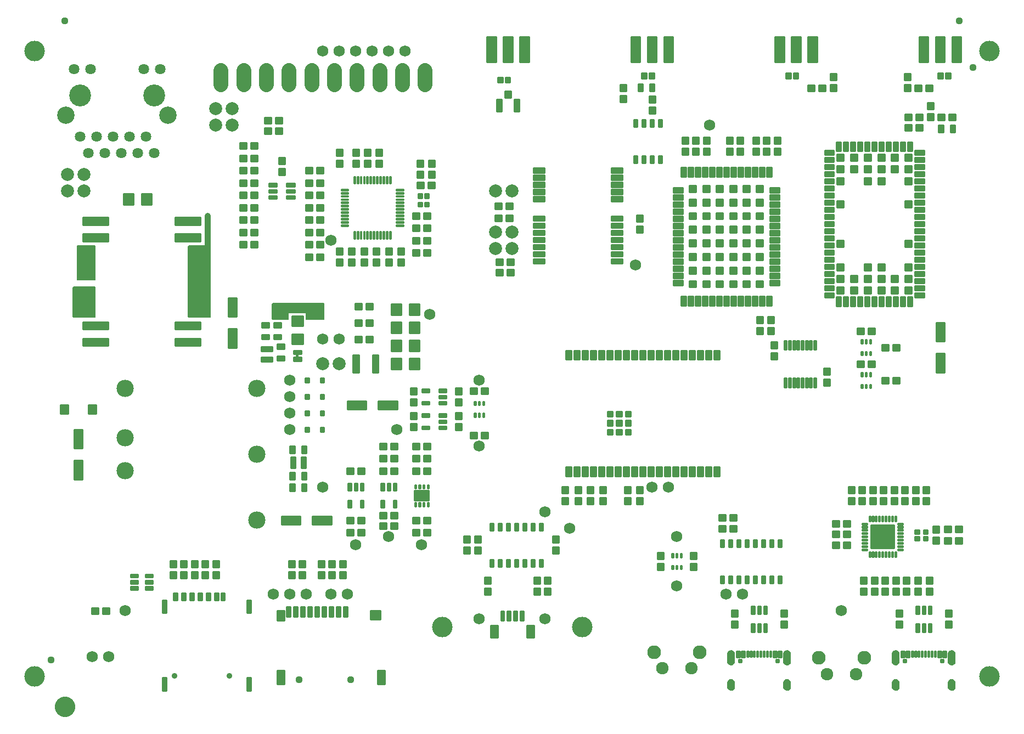
<source format=gts>
G04 EAGLE Gerber RS-274X export*
G75*
%MOMM*%
%FSLAX34Y34*%
%LPD*%
%INSoldermask Top*%
%IPPOS*%
%AMOC8*
5,1,8,0,0,1.08239X$1,22.5*%
G01*
%ADD10C,0.965200*%
%ADD11C,0.225400*%
%ADD12C,0.227100*%
%ADD13C,1.127000*%
%ADD14C,3.175000*%
%ADD15C,0.230578*%
%ADD16C,0.225369*%
%ADD17C,0.777000*%
%ADD18C,0.231559*%
%ADD19C,0.225588*%
%ADD20C,0.229050*%
%ADD21C,0.225938*%
%ADD22C,0.223409*%
%ADD23C,1.727000*%
%ADD24C,0.231750*%
%ADD25C,0.227778*%
%ADD26C,0.224709*%
%ADD27C,0.220859*%
%ADD28C,0.228600*%
%ADD29C,3.377000*%
%ADD30C,2.677000*%
%ADD31C,1.627000*%
%ADD32C,0.224509*%
%ADD33C,0.220319*%
%ADD34C,0.228344*%
%ADD35C,2.006600*%
%ADD36C,1.927000*%
%ADD37C,2.127000*%
%ADD38C,2.327000*%
%ADD39C,0.305338*%
%ADD40C,0.227919*%
%ADD41C,0.229619*%
%ADD42C,0.230800*%
%ADD43C,0.233100*%
%ADD44C,0.877000*%
%ADD45C,0.223519*%
%ADD46C,2.667000*%
%ADD47C,1.270000*%

G36*
X292793Y579383D02*
X292793Y579383D01*
X292851Y579381D01*
X292933Y579403D01*
X293017Y579415D01*
X293070Y579439D01*
X293126Y579453D01*
X293199Y579496D01*
X293276Y579531D01*
X293321Y579569D01*
X293371Y579599D01*
X293429Y579660D01*
X293493Y579715D01*
X293525Y579763D01*
X293565Y579806D01*
X293604Y579881D01*
X293651Y579951D01*
X293668Y580007D01*
X293695Y580059D01*
X293706Y580127D01*
X293736Y580222D01*
X293739Y580322D01*
X293750Y580390D01*
X293750Y689610D01*
X293742Y689668D01*
X293744Y689726D01*
X293722Y689808D01*
X293710Y689892D01*
X293687Y689945D01*
X293672Y690001D01*
X293629Y690074D01*
X293594Y690151D01*
X293556Y690196D01*
X293527Y690246D01*
X293465Y690304D01*
X293411Y690368D01*
X293362Y690400D01*
X293319Y690440D01*
X293244Y690479D01*
X293174Y690526D01*
X293118Y690543D01*
X293066Y690570D01*
X292998Y690581D01*
X292903Y690611D01*
X292803Y690614D01*
X292735Y690625D01*
X259715Y690625D01*
X259657Y690617D01*
X259599Y690619D01*
X259517Y690597D01*
X259434Y690585D01*
X259380Y690562D01*
X259324Y690547D01*
X259251Y690504D01*
X259174Y690469D01*
X259129Y690431D01*
X259079Y690402D01*
X259021Y690340D01*
X258957Y690286D01*
X258925Y690237D01*
X258885Y690194D01*
X258846Y690119D01*
X258800Y690049D01*
X258782Y689993D01*
X258755Y689941D01*
X258744Y689873D01*
X258714Y689778D01*
X258711Y689678D01*
X258700Y689610D01*
X258700Y580390D01*
X258708Y580332D01*
X258706Y580274D01*
X258728Y580192D01*
X258740Y580109D01*
X258764Y580055D01*
X258778Y579999D01*
X258821Y579926D01*
X258856Y579849D01*
X258894Y579804D01*
X258924Y579754D01*
X258985Y579696D01*
X259040Y579632D01*
X259088Y579600D01*
X259131Y579560D01*
X259206Y579521D01*
X259276Y579475D01*
X259332Y579457D01*
X259384Y579430D01*
X259452Y579419D01*
X259547Y579389D01*
X259647Y579386D01*
X259715Y579375D01*
X292735Y579375D01*
X292793Y579383D01*
G37*
G36*
X413443Y575573D02*
X413443Y575573D01*
X413501Y575571D01*
X413583Y575593D01*
X413667Y575605D01*
X413720Y575629D01*
X413776Y575643D01*
X413849Y575686D01*
X413926Y575721D01*
X413971Y575759D01*
X414021Y575789D01*
X414079Y575850D01*
X414143Y575905D01*
X414175Y575953D01*
X414215Y575996D01*
X414254Y576071D01*
X414301Y576141D01*
X414318Y576197D01*
X414345Y576249D01*
X414356Y576317D01*
X414386Y576412D01*
X414389Y576512D01*
X414400Y576580D01*
X414400Y585725D01*
X440310Y585725D01*
X440310Y576580D01*
X440318Y576522D01*
X440316Y576464D01*
X440338Y576382D01*
X440350Y576299D01*
X440374Y576245D01*
X440388Y576189D01*
X440431Y576116D01*
X440466Y576039D01*
X440504Y575994D01*
X440534Y575944D01*
X440595Y575886D01*
X440650Y575822D01*
X440698Y575790D01*
X440741Y575750D01*
X440816Y575711D01*
X440886Y575665D01*
X440942Y575647D01*
X440994Y575620D01*
X441062Y575609D01*
X441157Y575579D01*
X441257Y575576D01*
X441325Y575565D01*
X467995Y575565D01*
X468053Y575573D01*
X468111Y575571D01*
X468193Y575593D01*
X468277Y575605D01*
X468330Y575629D01*
X468386Y575643D01*
X468459Y575686D01*
X468536Y575721D01*
X468581Y575759D01*
X468631Y575789D01*
X468689Y575850D01*
X468753Y575905D01*
X468785Y575953D01*
X468825Y575996D01*
X468864Y576071D01*
X468911Y576141D01*
X468928Y576197D01*
X468955Y576249D01*
X468966Y576317D01*
X468996Y576412D01*
X468999Y576512D01*
X469010Y576580D01*
X469010Y600710D01*
X469002Y600768D01*
X469004Y600826D01*
X468982Y600908D01*
X468970Y600992D01*
X468947Y601045D01*
X468932Y601101D01*
X468889Y601174D01*
X468854Y601251D01*
X468816Y601296D01*
X468787Y601346D01*
X468725Y601404D01*
X468671Y601468D01*
X468622Y601500D01*
X468579Y601540D01*
X468504Y601579D01*
X468434Y601626D01*
X468378Y601643D01*
X468326Y601670D01*
X468258Y601681D01*
X468163Y601711D01*
X468063Y601714D01*
X467995Y601725D01*
X389255Y601725D01*
X389197Y601717D01*
X389139Y601719D01*
X389057Y601697D01*
X388974Y601685D01*
X388920Y601662D01*
X388864Y601647D01*
X388791Y601604D01*
X388714Y601569D01*
X388669Y601531D01*
X388619Y601502D01*
X388561Y601440D01*
X388497Y601386D01*
X388465Y601337D01*
X388425Y601294D01*
X388386Y601219D01*
X388340Y601149D01*
X388322Y601093D01*
X388295Y601041D01*
X388284Y600973D01*
X388254Y600878D01*
X388251Y600778D01*
X388240Y600710D01*
X388240Y576580D01*
X388248Y576522D01*
X388246Y576464D01*
X388268Y576382D01*
X388280Y576299D01*
X388304Y576245D01*
X388318Y576189D01*
X388361Y576116D01*
X388396Y576039D01*
X388434Y575994D01*
X388464Y575944D01*
X388525Y575886D01*
X388580Y575822D01*
X388628Y575790D01*
X388671Y575750D01*
X388746Y575711D01*
X388816Y575665D01*
X388872Y575647D01*
X388924Y575620D01*
X388992Y575609D01*
X389087Y575579D01*
X389187Y575576D01*
X389255Y575565D01*
X413385Y575565D01*
X413443Y575573D01*
G37*
G36*
X114993Y579383D02*
X114993Y579383D01*
X115051Y579381D01*
X115133Y579403D01*
X115217Y579415D01*
X115270Y579439D01*
X115326Y579453D01*
X115399Y579496D01*
X115476Y579531D01*
X115521Y579569D01*
X115571Y579599D01*
X115629Y579660D01*
X115693Y579715D01*
X115725Y579763D01*
X115765Y579806D01*
X115804Y579881D01*
X115851Y579951D01*
X115868Y580007D01*
X115895Y580059D01*
X115906Y580127D01*
X115936Y580222D01*
X115939Y580322D01*
X115950Y580390D01*
X115950Y626110D01*
X115943Y626163D01*
X115944Y626193D01*
X115943Y626196D01*
X115944Y626226D01*
X115922Y626308D01*
X115910Y626392D01*
X115887Y626445D01*
X115872Y626501D01*
X115829Y626574D01*
X115794Y626651D01*
X115756Y626696D01*
X115727Y626746D01*
X115665Y626804D01*
X115611Y626868D01*
X115562Y626900D01*
X115519Y626940D01*
X115444Y626979D01*
X115374Y627026D01*
X115318Y627043D01*
X115266Y627070D01*
X115198Y627081D01*
X115103Y627111D01*
X115003Y627114D01*
X114935Y627125D01*
X81915Y627125D01*
X81857Y627117D01*
X81799Y627119D01*
X81717Y627097D01*
X81634Y627085D01*
X81580Y627062D01*
X81524Y627047D01*
X81451Y627004D01*
X81374Y626969D01*
X81329Y626931D01*
X81279Y626902D01*
X81221Y626840D01*
X81157Y626786D01*
X81125Y626737D01*
X81085Y626694D01*
X81046Y626619D01*
X81000Y626549D01*
X80982Y626493D01*
X80955Y626441D01*
X80944Y626373D01*
X80914Y626278D01*
X80911Y626178D01*
X80900Y626110D01*
X80900Y580390D01*
X80908Y580332D01*
X80906Y580274D01*
X80928Y580192D01*
X80940Y580109D01*
X80964Y580055D01*
X80978Y579999D01*
X81021Y579926D01*
X81056Y579849D01*
X81094Y579804D01*
X81124Y579754D01*
X81185Y579696D01*
X81240Y579632D01*
X81288Y579600D01*
X81331Y579560D01*
X81406Y579521D01*
X81476Y579475D01*
X81532Y579457D01*
X81584Y579430D01*
X81652Y579419D01*
X81747Y579389D01*
X81847Y579386D01*
X81915Y579375D01*
X114935Y579375D01*
X114993Y579383D01*
G37*
G36*
X114993Y636533D02*
X114993Y636533D01*
X115051Y636531D01*
X115133Y636553D01*
X115217Y636565D01*
X115270Y636589D01*
X115326Y636603D01*
X115399Y636646D01*
X115476Y636681D01*
X115521Y636719D01*
X115571Y636749D01*
X115629Y636810D01*
X115693Y636865D01*
X115725Y636913D01*
X115765Y636956D01*
X115804Y637031D01*
X115851Y637101D01*
X115868Y637157D01*
X115895Y637209D01*
X115906Y637277D01*
X115936Y637372D01*
X115939Y637472D01*
X115950Y637540D01*
X115950Y689610D01*
X115942Y689668D01*
X115944Y689726D01*
X115922Y689808D01*
X115910Y689892D01*
X115887Y689945D01*
X115872Y690001D01*
X115829Y690074D01*
X115794Y690151D01*
X115756Y690196D01*
X115727Y690246D01*
X115665Y690304D01*
X115611Y690368D01*
X115562Y690400D01*
X115519Y690440D01*
X115444Y690479D01*
X115374Y690526D01*
X115318Y690543D01*
X115266Y690570D01*
X115198Y690581D01*
X115103Y690611D01*
X115003Y690614D01*
X114935Y690625D01*
X88265Y690625D01*
X88207Y690617D01*
X88149Y690619D01*
X88067Y690597D01*
X87984Y690585D01*
X87930Y690562D01*
X87874Y690547D01*
X87801Y690504D01*
X87724Y690469D01*
X87679Y690431D01*
X87629Y690402D01*
X87571Y690340D01*
X87507Y690286D01*
X87475Y690237D01*
X87435Y690194D01*
X87396Y690119D01*
X87350Y690049D01*
X87332Y689993D01*
X87305Y689941D01*
X87294Y689873D01*
X87264Y689778D01*
X87261Y689678D01*
X87250Y689610D01*
X87250Y637540D01*
X87258Y637482D01*
X87256Y637424D01*
X87278Y637342D01*
X87290Y637259D01*
X87314Y637205D01*
X87328Y637149D01*
X87371Y637076D01*
X87406Y636999D01*
X87444Y636954D01*
X87474Y636904D01*
X87535Y636846D01*
X87590Y636782D01*
X87638Y636750D01*
X87681Y636710D01*
X87756Y636671D01*
X87826Y636625D01*
X87882Y636607D01*
X87934Y636580D01*
X88002Y636569D01*
X88097Y636539D01*
X88197Y636536D01*
X88265Y636525D01*
X114935Y636525D01*
X114993Y636533D01*
G37*
G36*
X1184309Y42883D02*
X1184309Y42883D01*
X1184315Y42889D01*
X1184320Y42885D01*
X1185550Y43250D01*
X1185555Y43257D01*
X1185560Y43255D01*
X1186679Y43885D01*
X1186682Y43892D01*
X1186688Y43891D01*
X1187638Y44754D01*
X1187639Y44762D01*
X1187645Y44762D01*
X1188379Y45815D01*
X1188379Y45823D01*
X1188384Y45825D01*
X1188866Y47015D01*
X1188864Y47020D01*
X1188868Y47023D01*
X1188867Y47024D01*
X1188869Y47025D01*
X1189074Y48292D01*
X1189071Y48297D01*
X1189074Y48300D01*
X1189074Y60300D01*
X1189071Y60304D01*
X1189074Y60307D01*
X1188919Y61429D01*
X1188914Y61434D01*
X1188917Y61438D01*
X1188546Y62509D01*
X1188540Y62513D01*
X1188542Y62518D01*
X1187969Y63495D01*
X1187963Y63498D01*
X1187964Y63503D01*
X1187211Y64350D01*
X1187204Y64352D01*
X1187204Y64357D01*
X1186301Y65041D01*
X1186294Y65041D01*
X1186293Y65046D01*
X1185274Y65541D01*
X1185267Y65539D01*
X1185265Y65544D01*
X1184168Y65831D01*
X1184162Y65828D01*
X1184159Y65832D01*
X1183028Y65899D01*
X1183022Y65899D01*
X1181891Y65832D01*
X1181886Y65827D01*
X1181882Y65831D01*
X1180785Y65544D01*
X1180781Y65538D01*
X1180776Y65541D01*
X1179757Y65046D01*
X1179754Y65040D01*
X1179749Y65041D01*
X1178846Y64357D01*
X1178844Y64350D01*
X1178839Y64350D01*
X1178086Y63503D01*
X1178086Y63496D01*
X1178081Y63495D01*
X1177508Y62518D01*
X1177509Y62515D01*
X1177508Y62514D01*
X1177509Y62513D01*
X1177509Y62511D01*
X1177504Y62509D01*
X1177133Y61438D01*
X1177135Y61433D01*
X1177132Y61431D01*
X1177132Y61430D01*
X1177131Y61429D01*
X1176976Y60307D01*
X1176979Y60302D01*
X1176976Y60300D01*
X1176976Y48300D01*
X1176979Y48295D01*
X1176976Y48292D01*
X1177181Y47025D01*
X1177187Y47019D01*
X1177184Y47015D01*
X1177666Y45825D01*
X1177673Y45821D01*
X1177671Y45815D01*
X1178405Y44762D01*
X1178413Y44760D01*
X1178412Y44754D01*
X1179362Y43891D01*
X1179371Y43890D01*
X1179371Y43885D01*
X1180490Y43255D01*
X1180498Y43256D01*
X1180500Y43250D01*
X1181730Y42885D01*
X1181738Y42888D01*
X1181741Y42883D01*
X1183022Y42801D01*
X1183026Y42804D01*
X1183028Y42801D01*
X1184309Y42883D01*
G37*
G36*
X1438309Y42883D02*
X1438309Y42883D01*
X1438315Y42889D01*
X1438320Y42885D01*
X1439550Y43250D01*
X1439555Y43257D01*
X1439560Y43255D01*
X1440679Y43885D01*
X1440682Y43892D01*
X1440688Y43891D01*
X1441638Y44754D01*
X1441639Y44762D01*
X1441645Y44762D01*
X1442379Y45815D01*
X1442379Y45823D01*
X1442384Y45825D01*
X1442866Y47015D01*
X1442864Y47020D01*
X1442868Y47023D01*
X1442867Y47024D01*
X1442869Y47025D01*
X1443074Y48292D01*
X1443071Y48297D01*
X1443074Y48300D01*
X1443074Y60300D01*
X1443071Y60304D01*
X1443074Y60307D01*
X1442919Y61429D01*
X1442914Y61434D01*
X1442917Y61438D01*
X1442546Y62509D01*
X1442540Y62513D01*
X1442542Y62518D01*
X1441969Y63495D01*
X1441963Y63498D01*
X1441964Y63503D01*
X1441211Y64350D01*
X1441204Y64352D01*
X1441204Y64357D01*
X1440301Y65041D01*
X1440294Y65041D01*
X1440293Y65046D01*
X1439274Y65541D01*
X1439267Y65539D01*
X1439265Y65544D01*
X1438168Y65831D01*
X1438162Y65828D01*
X1438159Y65832D01*
X1437028Y65899D01*
X1437022Y65899D01*
X1435891Y65832D01*
X1435886Y65827D01*
X1435882Y65831D01*
X1434785Y65544D01*
X1434781Y65538D01*
X1434776Y65541D01*
X1433757Y65046D01*
X1433754Y65040D01*
X1433749Y65041D01*
X1432846Y64357D01*
X1432844Y64350D01*
X1432839Y64350D01*
X1432086Y63503D01*
X1432086Y63496D01*
X1432081Y63495D01*
X1431508Y62518D01*
X1431509Y62515D01*
X1431508Y62514D01*
X1431509Y62513D01*
X1431509Y62511D01*
X1431504Y62509D01*
X1431133Y61438D01*
X1431135Y61433D01*
X1431132Y61431D01*
X1431132Y61430D01*
X1431131Y61429D01*
X1430976Y60307D01*
X1430979Y60302D01*
X1430976Y60300D01*
X1430976Y48300D01*
X1430979Y48295D01*
X1430976Y48292D01*
X1431181Y47025D01*
X1431187Y47019D01*
X1431184Y47015D01*
X1431666Y45825D01*
X1431673Y45821D01*
X1431671Y45815D01*
X1432405Y44762D01*
X1432413Y44760D01*
X1432412Y44754D01*
X1433362Y43891D01*
X1433371Y43890D01*
X1433371Y43885D01*
X1434490Y43255D01*
X1434498Y43256D01*
X1434500Y43250D01*
X1435730Y42885D01*
X1435738Y42888D01*
X1435741Y42883D01*
X1437022Y42801D01*
X1437026Y42804D01*
X1437028Y42801D01*
X1438309Y42883D01*
G37*
G36*
X1351909Y42883D02*
X1351909Y42883D01*
X1351915Y42889D01*
X1351920Y42885D01*
X1353150Y43250D01*
X1353155Y43257D01*
X1353160Y43255D01*
X1354279Y43885D01*
X1354282Y43892D01*
X1354288Y43891D01*
X1355238Y44754D01*
X1355239Y44762D01*
X1355245Y44762D01*
X1355979Y45815D01*
X1355979Y45823D01*
X1355984Y45825D01*
X1356466Y47015D01*
X1356464Y47020D01*
X1356468Y47023D01*
X1356467Y47024D01*
X1356469Y47025D01*
X1356674Y48292D01*
X1356671Y48297D01*
X1356674Y48300D01*
X1356674Y60300D01*
X1356671Y60304D01*
X1356674Y60307D01*
X1356519Y61429D01*
X1356514Y61434D01*
X1356517Y61438D01*
X1356146Y62509D01*
X1356140Y62513D01*
X1356142Y62518D01*
X1355569Y63495D01*
X1355563Y63498D01*
X1355564Y63503D01*
X1354811Y64350D01*
X1354804Y64352D01*
X1354804Y64357D01*
X1353901Y65041D01*
X1353894Y65041D01*
X1353893Y65046D01*
X1352874Y65541D01*
X1352867Y65539D01*
X1352865Y65544D01*
X1351768Y65831D01*
X1351762Y65828D01*
X1351759Y65832D01*
X1350628Y65899D01*
X1350622Y65899D01*
X1349491Y65832D01*
X1349486Y65827D01*
X1349482Y65831D01*
X1348385Y65544D01*
X1348381Y65538D01*
X1348376Y65541D01*
X1347357Y65046D01*
X1347354Y65040D01*
X1347349Y65041D01*
X1346446Y64357D01*
X1346444Y64350D01*
X1346439Y64350D01*
X1345686Y63503D01*
X1345686Y63496D01*
X1345681Y63495D01*
X1345108Y62518D01*
X1345109Y62515D01*
X1345108Y62514D01*
X1345109Y62513D01*
X1345109Y62511D01*
X1345104Y62509D01*
X1344733Y61438D01*
X1344735Y61433D01*
X1344732Y61431D01*
X1344732Y61430D01*
X1344731Y61429D01*
X1344576Y60307D01*
X1344579Y60302D01*
X1344576Y60300D01*
X1344576Y48300D01*
X1344579Y48295D01*
X1344576Y48292D01*
X1344781Y47025D01*
X1344787Y47019D01*
X1344784Y47015D01*
X1345266Y45825D01*
X1345273Y45821D01*
X1345271Y45815D01*
X1346005Y44762D01*
X1346013Y44760D01*
X1346012Y44754D01*
X1346962Y43891D01*
X1346971Y43890D01*
X1346971Y43885D01*
X1348090Y43255D01*
X1348098Y43256D01*
X1348100Y43250D01*
X1349330Y42885D01*
X1349338Y42888D01*
X1349341Y42883D01*
X1350622Y42801D01*
X1350626Y42804D01*
X1350628Y42801D01*
X1351909Y42883D01*
G37*
G36*
X1097909Y42883D02*
X1097909Y42883D01*
X1097915Y42889D01*
X1097920Y42885D01*
X1099150Y43250D01*
X1099155Y43257D01*
X1099160Y43255D01*
X1100279Y43885D01*
X1100282Y43892D01*
X1100288Y43891D01*
X1101238Y44754D01*
X1101239Y44762D01*
X1101245Y44762D01*
X1101979Y45815D01*
X1101979Y45823D01*
X1101984Y45825D01*
X1102466Y47015D01*
X1102464Y47020D01*
X1102468Y47023D01*
X1102467Y47024D01*
X1102469Y47025D01*
X1102674Y48292D01*
X1102671Y48297D01*
X1102674Y48300D01*
X1102674Y60300D01*
X1102671Y60304D01*
X1102674Y60307D01*
X1102519Y61429D01*
X1102514Y61434D01*
X1102517Y61438D01*
X1102146Y62509D01*
X1102140Y62513D01*
X1102142Y62518D01*
X1101569Y63495D01*
X1101563Y63498D01*
X1101564Y63503D01*
X1100811Y64350D01*
X1100804Y64352D01*
X1100804Y64357D01*
X1099901Y65041D01*
X1099894Y65041D01*
X1099893Y65046D01*
X1098874Y65541D01*
X1098867Y65539D01*
X1098865Y65544D01*
X1097768Y65831D01*
X1097762Y65828D01*
X1097759Y65832D01*
X1096628Y65899D01*
X1096622Y65899D01*
X1095491Y65832D01*
X1095486Y65827D01*
X1095482Y65831D01*
X1094385Y65544D01*
X1094381Y65538D01*
X1094376Y65541D01*
X1093357Y65046D01*
X1093354Y65040D01*
X1093349Y65041D01*
X1092446Y64357D01*
X1092444Y64350D01*
X1092439Y64350D01*
X1091686Y63503D01*
X1091686Y63496D01*
X1091681Y63495D01*
X1091108Y62518D01*
X1091109Y62515D01*
X1091108Y62514D01*
X1091109Y62513D01*
X1091109Y62511D01*
X1091104Y62509D01*
X1090733Y61438D01*
X1090735Y61433D01*
X1090732Y61431D01*
X1090732Y61430D01*
X1090731Y61429D01*
X1090576Y60307D01*
X1090579Y60302D01*
X1090576Y60300D01*
X1090576Y48300D01*
X1090579Y48295D01*
X1090576Y48292D01*
X1090781Y47025D01*
X1090787Y47019D01*
X1090784Y47015D01*
X1091266Y45825D01*
X1091273Y45821D01*
X1091271Y45815D01*
X1092005Y44762D01*
X1092013Y44760D01*
X1092012Y44754D01*
X1092962Y43891D01*
X1092971Y43890D01*
X1092971Y43885D01*
X1094090Y43255D01*
X1094098Y43256D01*
X1094100Y43250D01*
X1095330Y42885D01*
X1095338Y42888D01*
X1095341Y42883D01*
X1096622Y42801D01*
X1096626Y42804D01*
X1096628Y42801D01*
X1097909Y42883D01*
G37*
G36*
X1184196Y3611D02*
X1184196Y3611D01*
X1184201Y3616D01*
X1184205Y3613D01*
X1185328Y3948D01*
X1185332Y3954D01*
X1185336Y3952D01*
X1186372Y4500D01*
X1186375Y4506D01*
X1186380Y4505D01*
X1187288Y5244D01*
X1187290Y5251D01*
X1187295Y5251D01*
X1188042Y6153D01*
X1188042Y6161D01*
X1188048Y6161D01*
X1188604Y7192D01*
X1188603Y7199D01*
X1188608Y7201D01*
X1188952Y8320D01*
X1188950Y8327D01*
X1188954Y8330D01*
X1189074Y9495D01*
X1189072Y9498D01*
X1189074Y9500D01*
X1189074Y15500D01*
X1189072Y15503D01*
X1189074Y15505D01*
X1188963Y16681D01*
X1188958Y16686D01*
X1188961Y16690D01*
X1188623Y17822D01*
X1188617Y17826D01*
X1188619Y17831D01*
X1188067Y18875D01*
X1188060Y18878D01*
X1188062Y18883D01*
X1187316Y19799D01*
X1187309Y19800D01*
X1187309Y19806D01*
X1186400Y20559D01*
X1186392Y20559D01*
X1186392Y20564D01*
X1185352Y21125D01*
X1185345Y21124D01*
X1185343Y21129D01*
X1184214Y21476D01*
X1184208Y21474D01*
X1184205Y21478D01*
X1183030Y21599D01*
X1183023Y21595D01*
X1183019Y21599D01*
X1181679Y21442D01*
X1181673Y21437D01*
X1181668Y21440D01*
X1180397Y20989D01*
X1180392Y20982D01*
X1180387Y20984D01*
X1179248Y20262D01*
X1179245Y20254D01*
X1179239Y20255D01*
X1178289Y19297D01*
X1178288Y19289D01*
X1178282Y19288D01*
X1177569Y18143D01*
X1177570Y18135D01*
X1177564Y18133D01*
X1177124Y16857D01*
X1177126Y16850D01*
X1177122Y16847D01*
X1176976Y15505D01*
X1176978Y15502D01*
X1176976Y15500D01*
X1176976Y9500D01*
X1176978Y9497D01*
X1176976Y9494D01*
X1177131Y8165D01*
X1177137Y8159D01*
X1177134Y8155D01*
X1177581Y6894D01*
X1177588Y6889D01*
X1177586Y6884D01*
X1178303Y5754D01*
X1178310Y5751D01*
X1178309Y5745D01*
X1179260Y4803D01*
X1179268Y4802D01*
X1179268Y4796D01*
X1180404Y4089D01*
X1180412Y4090D01*
X1180414Y4084D01*
X1181679Y3648D01*
X1181684Y3649D01*
X1181685Y3649D01*
X1181688Y3649D01*
X1181690Y3645D01*
X1183020Y3501D01*
X1183026Y3505D01*
X1183030Y3501D01*
X1184196Y3611D01*
G37*
G36*
X1351796Y3611D02*
X1351796Y3611D01*
X1351801Y3616D01*
X1351805Y3613D01*
X1352928Y3948D01*
X1352932Y3954D01*
X1352936Y3952D01*
X1353972Y4500D01*
X1353975Y4506D01*
X1353980Y4505D01*
X1354888Y5244D01*
X1354890Y5251D01*
X1354895Y5251D01*
X1355642Y6153D01*
X1355642Y6161D01*
X1355648Y6161D01*
X1356204Y7192D01*
X1356203Y7199D01*
X1356208Y7201D01*
X1356552Y8320D01*
X1356550Y8327D01*
X1356554Y8330D01*
X1356674Y9495D01*
X1356672Y9498D01*
X1356674Y9500D01*
X1356674Y15500D01*
X1356672Y15503D01*
X1356674Y15505D01*
X1356563Y16681D01*
X1356558Y16686D01*
X1356561Y16690D01*
X1356223Y17822D01*
X1356217Y17826D01*
X1356219Y17831D01*
X1355667Y18875D01*
X1355660Y18878D01*
X1355662Y18883D01*
X1354916Y19799D01*
X1354909Y19800D01*
X1354909Y19806D01*
X1354000Y20559D01*
X1353992Y20559D01*
X1353992Y20564D01*
X1352952Y21125D01*
X1352945Y21124D01*
X1352943Y21129D01*
X1351814Y21476D01*
X1351808Y21474D01*
X1351805Y21478D01*
X1350630Y21599D01*
X1350623Y21595D01*
X1350619Y21599D01*
X1349279Y21442D01*
X1349273Y21437D01*
X1349268Y21440D01*
X1347997Y20989D01*
X1347992Y20982D01*
X1347987Y20984D01*
X1346848Y20262D01*
X1346845Y20254D01*
X1346839Y20255D01*
X1345889Y19297D01*
X1345888Y19289D01*
X1345882Y19288D01*
X1345169Y18143D01*
X1345170Y18135D01*
X1345164Y18133D01*
X1344724Y16857D01*
X1344726Y16850D01*
X1344722Y16847D01*
X1344576Y15505D01*
X1344578Y15502D01*
X1344576Y15500D01*
X1344576Y9500D01*
X1344578Y9497D01*
X1344576Y9494D01*
X1344731Y8165D01*
X1344737Y8159D01*
X1344734Y8155D01*
X1345181Y6894D01*
X1345188Y6889D01*
X1345186Y6884D01*
X1345903Y5754D01*
X1345910Y5751D01*
X1345909Y5745D01*
X1346860Y4803D01*
X1346868Y4802D01*
X1346868Y4796D01*
X1348004Y4089D01*
X1348012Y4090D01*
X1348014Y4084D01*
X1349279Y3648D01*
X1349284Y3649D01*
X1349285Y3649D01*
X1349288Y3649D01*
X1349290Y3645D01*
X1350620Y3501D01*
X1350626Y3505D01*
X1350630Y3501D01*
X1351796Y3611D01*
G37*
G36*
X1097796Y3611D02*
X1097796Y3611D01*
X1097801Y3616D01*
X1097805Y3613D01*
X1098928Y3948D01*
X1098932Y3954D01*
X1098936Y3952D01*
X1099972Y4500D01*
X1099975Y4506D01*
X1099980Y4505D01*
X1100888Y5244D01*
X1100890Y5251D01*
X1100895Y5251D01*
X1101642Y6153D01*
X1101642Y6161D01*
X1101648Y6161D01*
X1102204Y7192D01*
X1102203Y7199D01*
X1102208Y7201D01*
X1102552Y8320D01*
X1102550Y8327D01*
X1102554Y8330D01*
X1102674Y9495D01*
X1102672Y9498D01*
X1102674Y9500D01*
X1102674Y15500D01*
X1102672Y15503D01*
X1102674Y15505D01*
X1102563Y16681D01*
X1102558Y16686D01*
X1102561Y16690D01*
X1102223Y17822D01*
X1102217Y17826D01*
X1102219Y17831D01*
X1101667Y18875D01*
X1101660Y18878D01*
X1101662Y18883D01*
X1100916Y19799D01*
X1100909Y19800D01*
X1100909Y19806D01*
X1100000Y20559D01*
X1099992Y20559D01*
X1099992Y20564D01*
X1098952Y21125D01*
X1098945Y21124D01*
X1098943Y21129D01*
X1097814Y21476D01*
X1097808Y21474D01*
X1097805Y21478D01*
X1096630Y21599D01*
X1096623Y21595D01*
X1096619Y21599D01*
X1095279Y21442D01*
X1095273Y21437D01*
X1095268Y21440D01*
X1093997Y20989D01*
X1093992Y20982D01*
X1093987Y20984D01*
X1092848Y20262D01*
X1092845Y20254D01*
X1092839Y20255D01*
X1091889Y19297D01*
X1091888Y19289D01*
X1091882Y19288D01*
X1091169Y18143D01*
X1091170Y18135D01*
X1091164Y18133D01*
X1090724Y16857D01*
X1090726Y16850D01*
X1090722Y16847D01*
X1090576Y15505D01*
X1090578Y15502D01*
X1090576Y15500D01*
X1090576Y9500D01*
X1090578Y9497D01*
X1090576Y9494D01*
X1090731Y8165D01*
X1090737Y8159D01*
X1090734Y8155D01*
X1091181Y6894D01*
X1091188Y6889D01*
X1091186Y6884D01*
X1091903Y5754D01*
X1091910Y5751D01*
X1091909Y5745D01*
X1092860Y4803D01*
X1092868Y4802D01*
X1092868Y4796D01*
X1094004Y4089D01*
X1094012Y4090D01*
X1094014Y4084D01*
X1095279Y3648D01*
X1095284Y3649D01*
X1095285Y3649D01*
X1095288Y3649D01*
X1095290Y3645D01*
X1096620Y3501D01*
X1096626Y3505D01*
X1096630Y3501D01*
X1097796Y3611D01*
G37*
G36*
X1438196Y3611D02*
X1438196Y3611D01*
X1438201Y3616D01*
X1438205Y3613D01*
X1439328Y3948D01*
X1439332Y3954D01*
X1439336Y3952D01*
X1440372Y4500D01*
X1440375Y4506D01*
X1440380Y4505D01*
X1441288Y5244D01*
X1441290Y5251D01*
X1441295Y5251D01*
X1442042Y6153D01*
X1442042Y6161D01*
X1442048Y6161D01*
X1442604Y7192D01*
X1442603Y7199D01*
X1442608Y7201D01*
X1442952Y8320D01*
X1442950Y8327D01*
X1442954Y8330D01*
X1443074Y9495D01*
X1443072Y9498D01*
X1443074Y9500D01*
X1443074Y15500D01*
X1443072Y15503D01*
X1443074Y15505D01*
X1442963Y16681D01*
X1442958Y16686D01*
X1442961Y16690D01*
X1442623Y17822D01*
X1442617Y17826D01*
X1442619Y17831D01*
X1442067Y18875D01*
X1442060Y18878D01*
X1442062Y18883D01*
X1441316Y19799D01*
X1441309Y19800D01*
X1441309Y19806D01*
X1440400Y20559D01*
X1440392Y20559D01*
X1440392Y20564D01*
X1439352Y21125D01*
X1439345Y21124D01*
X1439343Y21129D01*
X1438214Y21476D01*
X1438208Y21474D01*
X1438205Y21478D01*
X1437030Y21599D01*
X1437023Y21595D01*
X1437019Y21599D01*
X1435679Y21442D01*
X1435673Y21437D01*
X1435668Y21440D01*
X1434397Y20989D01*
X1434392Y20982D01*
X1434387Y20984D01*
X1433248Y20262D01*
X1433245Y20254D01*
X1433239Y20255D01*
X1432289Y19297D01*
X1432288Y19289D01*
X1432282Y19288D01*
X1431569Y18143D01*
X1431570Y18135D01*
X1431564Y18133D01*
X1431124Y16857D01*
X1431126Y16850D01*
X1431122Y16847D01*
X1430976Y15505D01*
X1430978Y15502D01*
X1430976Y15500D01*
X1430976Y9500D01*
X1430978Y9497D01*
X1430976Y9494D01*
X1431131Y8165D01*
X1431137Y8159D01*
X1431134Y8155D01*
X1431581Y6894D01*
X1431588Y6889D01*
X1431586Y6884D01*
X1432303Y5754D01*
X1432310Y5751D01*
X1432309Y5745D01*
X1433260Y4803D01*
X1433268Y4802D01*
X1433268Y4796D01*
X1434404Y4089D01*
X1434412Y4090D01*
X1434414Y4084D01*
X1435679Y3648D01*
X1435684Y3649D01*
X1435685Y3649D01*
X1435688Y3649D01*
X1435690Y3645D01*
X1437020Y3501D01*
X1437026Y3505D01*
X1437030Y3501D01*
X1438196Y3611D01*
G37*
G36*
X428690Y518172D02*
X428690Y518172D01*
X428756Y518174D01*
X428799Y518192D01*
X428846Y518200D01*
X428903Y518234D01*
X428963Y518259D01*
X428998Y518290D01*
X429039Y518315D01*
X429081Y518366D01*
X429129Y518410D01*
X429151Y518452D01*
X429180Y518489D01*
X429201Y518551D01*
X429232Y518610D01*
X429240Y518664D01*
X429252Y518701D01*
X429251Y518741D01*
X429259Y518795D01*
X429259Y522605D01*
X429248Y522670D01*
X429246Y522736D01*
X429228Y522779D01*
X429220Y522826D01*
X429186Y522883D01*
X429161Y522943D01*
X429130Y522978D01*
X429105Y523019D01*
X429054Y523061D01*
X429010Y523109D01*
X428968Y523131D01*
X428931Y523160D01*
X428869Y523181D01*
X428810Y523212D01*
X428756Y523220D01*
X428719Y523232D01*
X428679Y523231D01*
X428625Y523239D01*
X426085Y523239D01*
X426020Y523228D01*
X425954Y523226D01*
X425911Y523208D01*
X425864Y523200D01*
X425807Y523166D01*
X425747Y523141D01*
X425712Y523110D01*
X425671Y523085D01*
X425630Y523034D01*
X425581Y522990D01*
X425559Y522948D01*
X425530Y522911D01*
X425509Y522849D01*
X425478Y522790D01*
X425470Y522736D01*
X425458Y522699D01*
X425458Y522695D01*
X425458Y522694D01*
X425459Y522659D01*
X425451Y522605D01*
X425451Y518795D01*
X425462Y518730D01*
X425464Y518664D01*
X425482Y518621D01*
X425490Y518574D01*
X425524Y518517D01*
X425549Y518457D01*
X425580Y518422D01*
X425605Y518381D01*
X425656Y518340D01*
X425700Y518291D01*
X425742Y518269D01*
X425779Y518240D01*
X425841Y518219D01*
X425900Y518188D01*
X425954Y518180D01*
X425991Y518168D01*
X426031Y518169D01*
X426085Y518161D01*
X428625Y518161D01*
X428690Y518172D01*
G37*
D10*
X288925Y736600D02*
X288925Y685800D01*
D11*
X855917Y318308D02*
X855917Y308292D01*
X855917Y318308D02*
X864933Y318308D01*
X864933Y308292D01*
X855917Y308292D01*
X855917Y310433D02*
X864933Y310433D01*
X864933Y312574D02*
X855917Y312574D01*
X855917Y314715D02*
X864933Y314715D01*
X864933Y316856D02*
X855917Y316856D01*
X855917Y301308D02*
X855917Y291292D01*
X855917Y301308D02*
X864933Y301308D01*
X864933Y291292D01*
X855917Y291292D01*
X855917Y293433D02*
X864933Y293433D01*
X864933Y295574D02*
X855917Y295574D01*
X855917Y297715D02*
X864933Y297715D01*
X864933Y299856D02*
X855917Y299856D01*
X581833Y385508D02*
X571817Y385508D01*
X581833Y385508D02*
X581833Y376492D01*
X571817Y376492D01*
X571817Y385508D01*
X571817Y378633D02*
X581833Y378633D01*
X581833Y380774D02*
X571817Y380774D01*
X571817Y382915D02*
X581833Y382915D01*
X581833Y385056D02*
X571817Y385056D01*
X564833Y385508D02*
X554817Y385508D01*
X564833Y385508D02*
X564833Y376492D01*
X554817Y376492D01*
X554817Y385508D01*
X554817Y378633D02*
X564833Y378633D01*
X564833Y380774D02*
X554817Y380774D01*
X554817Y382915D02*
X564833Y382915D01*
X564833Y385056D02*
X554817Y385056D01*
X531033Y271208D02*
X521017Y271208D01*
X531033Y271208D02*
X531033Y262192D01*
X521017Y262192D01*
X521017Y271208D01*
X521017Y264333D02*
X531033Y264333D01*
X531033Y266474D02*
X521017Y266474D01*
X521017Y268615D02*
X531033Y268615D01*
X531033Y270756D02*
X521017Y270756D01*
X514033Y271208D02*
X504017Y271208D01*
X514033Y271208D02*
X514033Y262192D01*
X504017Y262192D01*
X504017Y271208D01*
X504017Y264333D02*
X514033Y264333D01*
X514033Y266474D02*
X504017Y266474D01*
X504017Y268615D02*
X514033Y268615D01*
X514033Y270756D02*
X504017Y270756D01*
X521017Y252158D02*
X531033Y252158D01*
X531033Y243142D01*
X521017Y243142D01*
X521017Y252158D01*
X521017Y245283D02*
X531033Y245283D01*
X531033Y247424D02*
X521017Y247424D01*
X521017Y249565D02*
X531033Y249565D01*
X531033Y251706D02*
X521017Y251706D01*
X514033Y252158D02*
X504017Y252158D01*
X514033Y252158D02*
X514033Y243142D01*
X504017Y243142D01*
X504017Y252158D01*
X504017Y245283D02*
X514033Y245283D01*
X514033Y247424D02*
X504017Y247424D01*
X504017Y249565D02*
X514033Y249565D01*
X514033Y251706D02*
X504017Y251706D01*
X521017Y347408D02*
X531033Y347408D01*
X531033Y338392D01*
X521017Y338392D01*
X521017Y347408D01*
X521017Y340533D02*
X531033Y340533D01*
X531033Y342674D02*
X521017Y342674D01*
X521017Y344815D02*
X531033Y344815D01*
X531033Y346956D02*
X521017Y346956D01*
X514033Y347408D02*
X504017Y347408D01*
X514033Y347408D02*
X514033Y338392D01*
X504017Y338392D01*
X504017Y347408D01*
X504017Y340533D02*
X514033Y340533D01*
X514033Y342674D02*
X504017Y342674D01*
X504017Y344815D02*
X514033Y344815D01*
X514033Y346956D02*
X504017Y346956D01*
X468693Y187008D02*
X468693Y176992D01*
X459677Y176992D01*
X459677Y187008D01*
X468693Y187008D01*
X468693Y179133D02*
X459677Y179133D01*
X459677Y181274D02*
X468693Y181274D01*
X468693Y183415D02*
X459677Y183415D01*
X459677Y185556D02*
X468693Y185556D01*
X468693Y193992D02*
X468693Y204008D01*
X468693Y193992D02*
X459677Y193992D01*
X459677Y204008D01*
X468693Y204008D01*
X468693Y196133D02*
X459677Y196133D01*
X459677Y198274D02*
X468693Y198274D01*
X468693Y200415D02*
X459677Y200415D01*
X459677Y202556D02*
X468693Y202556D01*
X501713Y187008D02*
X501713Y176992D01*
X492697Y176992D01*
X492697Y187008D01*
X501713Y187008D01*
X501713Y179133D02*
X492697Y179133D01*
X492697Y181274D02*
X501713Y181274D01*
X501713Y183415D02*
X492697Y183415D01*
X492697Y185556D02*
X501713Y185556D01*
X501713Y193992D02*
X501713Y204008D01*
X501713Y193992D02*
X492697Y193992D01*
X492697Y204008D01*
X501713Y204008D01*
X501713Y196133D02*
X492697Y196133D01*
X492697Y198274D02*
X501713Y198274D01*
X501713Y200415D02*
X492697Y200415D01*
X492697Y202556D02*
X501713Y202556D01*
X835597Y308292D02*
X835597Y318308D01*
X844613Y318308D01*
X844613Y308292D01*
X835597Y308292D01*
X835597Y310433D02*
X844613Y310433D01*
X844613Y312574D02*
X835597Y312574D01*
X835597Y314715D02*
X844613Y314715D01*
X844613Y316856D02*
X835597Y316856D01*
X835597Y301308D02*
X835597Y291292D01*
X835597Y301308D02*
X844613Y301308D01*
X844613Y291292D01*
X835597Y291292D01*
X835597Y293433D02*
X844613Y293433D01*
X844613Y295574D02*
X835597Y295574D01*
X835597Y297715D02*
X844613Y297715D01*
X844613Y299856D02*
X835597Y299856D01*
X485203Y187008D02*
X485203Y176992D01*
X476187Y176992D01*
X476187Y187008D01*
X485203Y187008D01*
X485203Y179133D02*
X476187Y179133D01*
X476187Y181274D02*
X485203Y181274D01*
X485203Y183415D02*
X476187Y183415D01*
X476187Y185556D02*
X485203Y185556D01*
X485203Y193992D02*
X485203Y204008D01*
X485203Y193992D02*
X476187Y193992D01*
X476187Y204008D01*
X485203Y204008D01*
X485203Y196133D02*
X476187Y196133D01*
X476187Y198274D02*
X485203Y198274D01*
X485203Y200415D02*
X476187Y200415D01*
X476187Y202556D02*
X485203Y202556D01*
X1078057Y266002D02*
X1088073Y266002D01*
X1078057Y266002D02*
X1078057Y275018D01*
X1088073Y275018D01*
X1088073Y266002D01*
X1088073Y268143D02*
X1078057Y268143D01*
X1078057Y270284D02*
X1088073Y270284D01*
X1088073Y272425D02*
X1078057Y272425D01*
X1078057Y274566D02*
X1088073Y274566D01*
X1095057Y266002D02*
X1105073Y266002D01*
X1095057Y266002D02*
X1095057Y275018D01*
X1105073Y275018D01*
X1105073Y266002D01*
X1105073Y268143D02*
X1095057Y268143D01*
X1095057Y270284D02*
X1105073Y270284D01*
X1105073Y272425D02*
X1095057Y272425D01*
X1095057Y274566D02*
X1105073Y274566D01*
X1088073Y249492D02*
X1078057Y249492D01*
X1078057Y258508D01*
X1088073Y258508D01*
X1088073Y249492D01*
X1088073Y251633D02*
X1078057Y251633D01*
X1078057Y253774D02*
X1088073Y253774D01*
X1088073Y255915D02*
X1078057Y255915D01*
X1078057Y258056D02*
X1088073Y258056D01*
X1095057Y249492D02*
X1105073Y249492D01*
X1095057Y249492D02*
X1095057Y258508D01*
X1105073Y258508D01*
X1105073Y249492D01*
X1105073Y251633D02*
X1095057Y251633D01*
X1095057Y253774D02*
X1105073Y253774D01*
X1105073Y255915D02*
X1095057Y255915D01*
X1095057Y258056D02*
X1105073Y258056D01*
X581833Y278828D02*
X571817Y278828D01*
X581833Y278828D02*
X581833Y269812D01*
X571817Y269812D01*
X571817Y278828D01*
X571817Y271953D02*
X581833Y271953D01*
X581833Y274094D02*
X571817Y274094D01*
X571817Y276235D02*
X581833Y276235D01*
X581833Y278376D02*
X571817Y278376D01*
X564833Y278828D02*
X554817Y278828D01*
X564833Y278828D02*
X564833Y269812D01*
X554817Y269812D01*
X554817Y278828D01*
X554817Y271953D02*
X564833Y271953D01*
X564833Y274094D02*
X554817Y274094D01*
X554817Y276235D02*
X564833Y276235D01*
X564833Y278376D02*
X554817Y278376D01*
X571817Y262318D02*
X581833Y262318D01*
X581833Y253302D01*
X571817Y253302D01*
X571817Y262318D01*
X571817Y255443D02*
X581833Y255443D01*
X581833Y257584D02*
X571817Y257584D01*
X571817Y259725D02*
X581833Y259725D01*
X581833Y261866D02*
X571817Y261866D01*
X564833Y262318D02*
X554817Y262318D01*
X564833Y262318D02*
X564833Y253302D01*
X554817Y253302D01*
X554817Y262318D01*
X554817Y255443D02*
X564833Y255443D01*
X564833Y257584D02*
X554817Y257584D01*
X554817Y259725D02*
X564833Y259725D01*
X564833Y261866D02*
X554817Y261866D01*
X571817Y366458D02*
X581833Y366458D01*
X581833Y357442D01*
X571817Y357442D01*
X571817Y366458D01*
X571817Y359583D02*
X581833Y359583D01*
X581833Y361724D02*
X571817Y361724D01*
X571817Y363865D02*
X581833Y363865D01*
X581833Y366006D02*
X571817Y366006D01*
X564833Y366458D02*
X554817Y366458D01*
X564833Y366458D02*
X564833Y357442D01*
X554817Y357442D01*
X554817Y366458D01*
X554817Y359583D02*
X564833Y359583D01*
X564833Y361724D02*
X554817Y361724D01*
X554817Y363865D02*
X564833Y363865D01*
X564833Y366006D02*
X554817Y366006D01*
X571817Y347408D02*
X581833Y347408D01*
X581833Y338392D01*
X571817Y338392D01*
X571817Y347408D01*
X571817Y340533D02*
X581833Y340533D01*
X581833Y342674D02*
X571817Y342674D01*
X571817Y344815D02*
X581833Y344815D01*
X581833Y346956D02*
X571817Y346956D01*
X564833Y347408D02*
X554817Y347408D01*
X564833Y347408D02*
X564833Y338392D01*
X554817Y338392D01*
X554817Y347408D01*
X554817Y340533D02*
X564833Y340533D01*
X564833Y342674D02*
X554817Y342674D01*
X554817Y344815D02*
X564833Y344815D01*
X564833Y346956D02*
X554817Y346956D01*
D12*
X468175Y410050D02*
X462875Y410050D01*
X468175Y410050D02*
X468175Y402750D01*
X462875Y402750D01*
X462875Y410050D01*
X462875Y404907D02*
X468175Y404907D01*
X468175Y407064D02*
X462875Y407064D01*
X462875Y409221D02*
X468175Y409221D01*
X445175Y410050D02*
X439875Y410050D01*
X445175Y410050D02*
X445175Y402750D01*
X439875Y402750D01*
X439875Y410050D01*
X439875Y404907D02*
X445175Y404907D01*
X445175Y407064D02*
X439875Y407064D01*
X439875Y409221D02*
X445175Y409221D01*
X462875Y460850D02*
X468175Y460850D01*
X468175Y453550D01*
X462875Y453550D01*
X462875Y460850D01*
X462875Y455707D02*
X468175Y455707D01*
X468175Y457864D02*
X462875Y457864D01*
X462875Y460021D02*
X468175Y460021D01*
X445175Y460850D02*
X439875Y460850D01*
X445175Y460850D02*
X445175Y453550D01*
X439875Y453550D01*
X439875Y460850D01*
X439875Y455707D02*
X445175Y455707D01*
X445175Y457864D02*
X439875Y457864D01*
X439875Y460021D02*
X445175Y460021D01*
X462875Y435450D02*
X468175Y435450D01*
X468175Y428150D01*
X462875Y428150D01*
X462875Y435450D01*
X462875Y430307D02*
X468175Y430307D01*
X468175Y432464D02*
X462875Y432464D01*
X462875Y434621D02*
X468175Y434621D01*
X445175Y435450D02*
X439875Y435450D01*
X445175Y435450D02*
X445175Y428150D01*
X439875Y428150D01*
X439875Y435450D01*
X439875Y430307D02*
X445175Y430307D01*
X445175Y432464D02*
X439875Y432464D01*
X439875Y434621D02*
X445175Y434621D01*
D13*
X47625Y50800D03*
X1470025Y965200D03*
D14*
X1495425Y25400D03*
X1495425Y990600D03*
X22225Y990600D03*
D15*
X1146343Y55618D02*
X1148307Y55618D01*
X1146343Y55618D02*
X1146343Y64582D01*
X1148307Y64582D01*
X1148307Y55618D01*
X1148307Y57809D02*
X1146343Y57809D01*
X1146343Y60000D02*
X1148307Y60000D01*
X1148307Y62191D02*
X1146343Y62191D01*
X1146343Y64382D02*
X1148307Y64382D01*
X1143307Y55618D02*
X1141343Y55618D01*
X1141343Y64582D01*
X1143307Y64582D01*
X1143307Y55618D01*
X1143307Y57809D02*
X1141343Y57809D01*
X1141343Y60000D02*
X1143307Y60000D01*
X1143307Y62191D02*
X1141343Y62191D01*
X1141343Y64382D02*
X1143307Y64382D01*
D16*
X1169567Y55592D02*
X1174583Y55592D01*
X1169567Y55592D02*
X1169567Y64608D01*
X1174583Y64608D01*
X1174583Y55592D01*
X1174583Y57733D02*
X1169567Y57733D01*
X1169567Y59874D02*
X1174583Y59874D01*
X1174583Y62015D02*
X1169567Y62015D01*
X1169567Y64156D02*
X1174583Y64156D01*
X1166833Y55592D02*
X1161817Y55592D01*
X1161817Y64608D01*
X1166833Y64608D01*
X1166833Y55592D01*
X1166833Y57733D02*
X1161817Y57733D01*
X1161817Y59874D02*
X1166833Y59874D01*
X1166833Y62015D02*
X1161817Y62015D01*
X1161817Y64156D02*
X1166833Y64156D01*
D15*
X1158307Y55618D02*
X1156343Y55618D01*
X1156343Y64582D01*
X1158307Y64582D01*
X1158307Y55618D01*
X1158307Y57809D02*
X1156343Y57809D01*
X1156343Y60000D02*
X1158307Y60000D01*
X1158307Y62191D02*
X1156343Y62191D01*
X1156343Y64382D02*
X1158307Y64382D01*
X1153307Y55618D02*
X1151343Y55618D01*
X1151343Y64582D01*
X1153307Y64582D01*
X1153307Y55618D01*
X1153307Y57809D02*
X1151343Y57809D01*
X1151343Y60000D02*
X1153307Y60000D01*
X1153307Y62191D02*
X1151343Y62191D01*
X1151343Y64382D02*
X1153307Y64382D01*
X1133307Y64582D02*
X1131343Y64582D01*
X1133307Y64582D02*
X1133307Y55618D01*
X1131343Y55618D01*
X1131343Y64582D01*
X1131343Y57809D02*
X1133307Y57809D01*
X1133307Y60000D02*
X1131343Y60000D01*
X1131343Y62191D02*
X1133307Y62191D01*
X1133307Y64382D02*
X1131343Y64382D01*
X1136343Y64582D02*
X1138307Y64582D01*
X1138307Y55618D01*
X1136343Y55618D01*
X1136343Y64582D01*
X1136343Y57809D02*
X1138307Y57809D01*
X1138307Y60000D02*
X1136343Y60000D01*
X1136343Y62191D02*
X1138307Y62191D01*
X1138307Y64382D02*
X1136343Y64382D01*
D16*
X1110083Y64608D02*
X1105067Y64608D01*
X1110083Y64608D02*
X1110083Y55592D01*
X1105067Y55592D01*
X1105067Y64608D01*
X1105067Y57733D02*
X1110083Y57733D01*
X1110083Y59874D02*
X1105067Y59874D01*
X1105067Y62015D02*
X1110083Y62015D01*
X1110083Y64156D02*
X1105067Y64156D01*
X1112817Y64608D02*
X1117833Y64608D01*
X1117833Y55592D01*
X1112817Y55592D01*
X1112817Y64608D01*
X1112817Y57733D02*
X1117833Y57733D01*
X1117833Y59874D02*
X1112817Y59874D01*
X1112817Y62015D02*
X1117833Y62015D01*
X1117833Y64156D02*
X1112817Y64156D01*
D15*
X1121343Y64582D02*
X1123307Y64582D01*
X1123307Y55618D01*
X1121343Y55618D01*
X1121343Y64582D01*
X1121343Y57809D02*
X1123307Y57809D01*
X1123307Y60000D02*
X1121343Y60000D01*
X1121343Y62191D02*
X1123307Y62191D01*
X1123307Y64382D02*
X1121343Y64382D01*
X1126343Y64582D02*
X1128307Y64582D01*
X1128307Y55618D01*
X1126343Y55618D01*
X1126343Y64582D01*
X1126343Y57809D02*
X1128307Y57809D01*
X1128307Y60000D02*
X1126343Y60000D01*
X1126343Y62191D02*
X1128307Y62191D01*
X1128307Y64382D02*
X1126343Y64382D01*
D17*
X1110925Y49050D03*
X1168725Y49050D03*
D18*
X482902Y117843D02*
X482902Y132797D01*
X482902Y117843D02*
X476948Y117843D01*
X476948Y132797D01*
X482902Y132797D01*
X482902Y120043D02*
X476948Y120043D01*
X476948Y122243D02*
X482902Y122243D01*
X482902Y124443D02*
X476948Y124443D01*
X476948Y126643D02*
X482902Y126643D01*
X482902Y128843D02*
X476948Y128843D01*
X476948Y131043D02*
X482902Y131043D01*
X493902Y132797D02*
X493902Y117843D01*
X487948Y117843D01*
X487948Y132797D01*
X493902Y132797D01*
X493902Y120043D02*
X487948Y120043D01*
X487948Y122243D02*
X493902Y122243D01*
X493902Y124443D02*
X487948Y124443D01*
X487948Y126643D02*
X493902Y126643D01*
X493902Y128843D02*
X487948Y128843D01*
X487948Y131043D02*
X493902Y131043D01*
X504902Y132797D02*
X504902Y117843D01*
X498948Y117843D01*
X498948Y132797D01*
X504902Y132797D01*
X504902Y120043D02*
X498948Y120043D01*
X498948Y122243D02*
X504902Y122243D01*
X504902Y124443D02*
X498948Y124443D01*
X498948Y126643D02*
X504902Y126643D01*
X504902Y128843D02*
X498948Y128843D01*
X498948Y131043D02*
X504902Y131043D01*
X471902Y132797D02*
X471902Y117843D01*
X465948Y117843D01*
X465948Y132797D01*
X471902Y132797D01*
X471902Y120043D02*
X465948Y120043D01*
X465948Y122243D02*
X471902Y122243D01*
X471902Y124443D02*
X465948Y124443D01*
X465948Y126643D02*
X471902Y126643D01*
X471902Y128843D02*
X465948Y128843D01*
X465948Y131043D02*
X471902Y131043D01*
X460902Y132797D02*
X460902Y117843D01*
X454948Y117843D01*
X454948Y132797D01*
X460902Y132797D01*
X460902Y120043D02*
X454948Y120043D01*
X454948Y122243D02*
X460902Y122243D01*
X460902Y124443D02*
X454948Y124443D01*
X454948Y126643D02*
X460902Y126643D01*
X460902Y128843D02*
X454948Y128843D01*
X454948Y131043D02*
X460902Y131043D01*
X449902Y132797D02*
X449902Y117843D01*
X443948Y117843D01*
X443948Y132797D01*
X449902Y132797D01*
X449902Y120043D02*
X443948Y120043D01*
X443948Y122243D02*
X449902Y122243D01*
X449902Y124443D02*
X443948Y124443D01*
X443948Y126643D02*
X449902Y126643D01*
X449902Y128843D02*
X443948Y128843D01*
X443948Y131043D02*
X449902Y131043D01*
X438902Y132797D02*
X438902Y117843D01*
X432948Y117843D01*
X432948Y132797D01*
X438902Y132797D01*
X438902Y120043D02*
X432948Y120043D01*
X432948Y122243D02*
X438902Y122243D01*
X438902Y124443D02*
X432948Y124443D01*
X432948Y126643D02*
X438902Y126643D01*
X438902Y128843D02*
X432948Y128843D01*
X432948Y131043D02*
X438902Y131043D01*
X427902Y132797D02*
X427902Y117843D01*
X421948Y117843D01*
X421948Y132797D01*
X427902Y132797D01*
X427902Y120043D02*
X421948Y120043D01*
X421948Y122243D02*
X427902Y122243D01*
X427902Y124443D02*
X421948Y124443D01*
X421948Y126643D02*
X427902Y126643D01*
X427902Y128843D02*
X421948Y128843D01*
X421948Y131043D02*
X427902Y131043D01*
X416902Y132797D02*
X416902Y117843D01*
X410948Y117843D01*
X410948Y132797D01*
X416902Y132797D01*
X416902Y120043D02*
X410948Y120043D01*
X410948Y122243D02*
X416902Y122243D01*
X416902Y124443D02*
X410948Y124443D01*
X410948Y126643D02*
X416902Y126643D01*
X416902Y128843D02*
X410948Y128843D01*
X410948Y131043D02*
X416902Y131043D01*
D13*
X509925Y20320D03*
X429925Y20320D03*
D19*
X551418Y13813D02*
X562432Y13813D01*
X551418Y13813D02*
X551418Y34827D01*
X562432Y34827D01*
X562432Y13813D01*
X562432Y15956D02*
X551418Y15956D01*
X551418Y18099D02*
X562432Y18099D01*
X562432Y20242D02*
X551418Y20242D01*
X551418Y22385D02*
X562432Y22385D01*
X562432Y24528D02*
X551418Y24528D01*
X551418Y26671D02*
X562432Y26671D01*
X562432Y28814D02*
X551418Y28814D01*
X551418Y30957D02*
X562432Y30957D01*
X562432Y33100D02*
X551418Y33100D01*
X407432Y13813D02*
X396418Y13813D01*
X396418Y34827D01*
X407432Y34827D01*
X407432Y13813D01*
X407432Y15956D02*
X396418Y15956D01*
X396418Y18099D02*
X407432Y18099D01*
X407432Y20242D02*
X396418Y20242D01*
X396418Y22385D02*
X407432Y22385D01*
X407432Y24528D02*
X396418Y24528D01*
X396418Y26671D02*
X407432Y26671D01*
X407432Y28814D02*
X396418Y28814D01*
X396418Y30957D02*
X407432Y30957D01*
X407432Y33100D02*
X396418Y33100D01*
D20*
X540435Y113830D02*
X555415Y113830D01*
X540435Y113830D02*
X540435Y126810D01*
X555415Y126810D01*
X555415Y113830D01*
X555415Y116006D02*
X540435Y116006D01*
X540435Y118182D02*
X555415Y118182D01*
X555415Y120358D02*
X540435Y120358D01*
X540435Y122534D02*
X555415Y122534D01*
X555415Y124710D02*
X540435Y124710D01*
D19*
X407432Y111813D02*
X396418Y111813D01*
X396418Y126827D01*
X407432Y126827D01*
X407432Y111813D01*
X407432Y113956D02*
X396418Y113956D01*
X396418Y116099D02*
X407432Y116099D01*
X407432Y118242D02*
X396418Y118242D01*
X396418Y120385D02*
X407432Y120385D01*
X407432Y122528D02*
X396418Y122528D01*
X396418Y124671D02*
X407432Y124671D01*
X407432Y126814D02*
X396418Y126814D01*
D15*
X1005343Y196782D02*
X1007307Y196782D01*
X1007307Y191218D01*
X1005343Y191218D01*
X1005343Y196782D01*
X1005343Y193409D02*
X1007307Y193409D01*
X1007307Y195600D02*
X1005343Y195600D01*
X1011843Y209618D02*
X1013807Y209618D01*
X1011843Y209618D02*
X1011843Y215182D01*
X1013807Y215182D01*
X1013807Y209618D01*
X1013807Y211809D02*
X1011843Y211809D01*
X1011843Y214000D02*
X1013807Y214000D01*
X1018343Y209618D02*
X1020307Y209618D01*
X1018343Y209618D02*
X1018343Y215182D01*
X1020307Y215182D01*
X1020307Y209618D01*
X1020307Y211809D02*
X1018343Y211809D01*
X1018343Y214000D02*
X1020307Y214000D01*
X1007307Y209618D02*
X1005343Y209618D01*
X1005343Y215182D01*
X1007307Y215182D01*
X1007307Y209618D01*
X1007307Y211809D02*
X1005343Y211809D01*
X1005343Y214000D02*
X1007307Y214000D01*
X1011843Y196782D02*
X1013807Y196782D01*
X1013807Y191218D01*
X1011843Y191218D01*
X1011843Y196782D01*
X1011843Y193409D02*
X1013807Y193409D01*
X1013807Y195600D02*
X1011843Y195600D01*
X1018343Y196782D02*
X1020307Y196782D01*
X1020307Y191218D01*
X1018343Y191218D01*
X1018343Y196782D01*
X1018343Y193409D02*
X1020307Y193409D01*
X1020307Y195600D02*
X1018343Y195600D01*
D11*
X1173417Y127808D02*
X1173417Y117792D01*
X1173417Y127808D02*
X1182433Y127808D01*
X1182433Y117792D01*
X1173417Y117792D01*
X1173417Y119933D02*
X1182433Y119933D01*
X1182433Y122074D02*
X1173417Y122074D01*
X1173417Y124215D02*
X1182433Y124215D01*
X1182433Y126356D02*
X1173417Y126356D01*
X1173417Y110808D02*
X1173417Y100792D01*
X1173417Y110808D02*
X1182433Y110808D01*
X1182433Y100792D01*
X1173417Y100792D01*
X1173417Y102933D02*
X1182433Y102933D01*
X1182433Y105074D02*
X1173417Y105074D01*
X1173417Y107215D02*
X1182433Y107215D01*
X1182433Y109356D02*
X1173417Y109356D01*
X439483Y176992D02*
X439483Y187008D01*
X439483Y176992D02*
X430467Y176992D01*
X430467Y187008D01*
X439483Y187008D01*
X439483Y179133D02*
X430467Y179133D01*
X430467Y181274D02*
X439483Y181274D01*
X439483Y183415D02*
X430467Y183415D01*
X430467Y185556D02*
X439483Y185556D01*
X439483Y193992D02*
X439483Y204008D01*
X439483Y193992D02*
X430467Y193992D01*
X430467Y204008D01*
X439483Y204008D01*
X439483Y196133D02*
X430467Y196133D01*
X430467Y198274D02*
X439483Y198274D01*
X439483Y200415D02*
X430467Y200415D01*
X430467Y202556D02*
X439483Y202556D01*
X830643Y215092D02*
X830643Y225108D01*
X830643Y215092D02*
X821627Y215092D01*
X821627Y225108D01*
X830643Y225108D01*
X830643Y217233D02*
X821627Y217233D01*
X821627Y219374D02*
X830643Y219374D01*
X830643Y221515D02*
X821627Y221515D01*
X821627Y223656D02*
X830643Y223656D01*
X830643Y232092D02*
X830643Y242108D01*
X830643Y232092D02*
X821627Y232092D01*
X821627Y242108D01*
X830643Y242108D01*
X830643Y234233D02*
X821627Y234233D01*
X821627Y236374D02*
X830643Y236374D01*
X830643Y238515D02*
X821627Y238515D01*
X821627Y240656D02*
X830643Y240656D01*
X1097217Y127808D02*
X1097217Y117792D01*
X1097217Y127808D02*
X1106233Y127808D01*
X1106233Y117792D01*
X1097217Y117792D01*
X1097217Y119933D02*
X1106233Y119933D01*
X1106233Y122074D02*
X1097217Y122074D01*
X1097217Y124215D02*
X1106233Y124215D01*
X1106233Y126356D02*
X1097217Y126356D01*
X1097217Y110808D02*
X1097217Y100792D01*
X1097217Y110808D02*
X1106233Y110808D01*
X1106233Y100792D01*
X1097217Y100792D01*
X1097217Y102933D02*
X1106233Y102933D01*
X1106233Y105074D02*
X1097217Y105074D01*
X1097217Y107215D02*
X1106233Y107215D01*
X1106233Y109356D02*
X1097217Y109356D01*
X874967Y308292D02*
X874967Y318308D01*
X883983Y318308D01*
X883983Y308292D01*
X874967Y308292D01*
X874967Y310433D02*
X883983Y310433D01*
X883983Y312574D02*
X874967Y312574D01*
X874967Y314715D02*
X883983Y314715D01*
X883983Y316856D02*
X874967Y316856D01*
X874967Y301308D02*
X874967Y291292D01*
X874967Y301308D02*
X883983Y301308D01*
X883983Y291292D01*
X874967Y291292D01*
X874967Y293433D02*
X883983Y293433D01*
X883983Y295574D02*
X874967Y295574D01*
X874967Y297715D02*
X883983Y297715D01*
X883983Y299856D02*
X874967Y299856D01*
X1042733Y199708D02*
X1042733Y189692D01*
X1033717Y189692D01*
X1033717Y199708D01*
X1042733Y199708D01*
X1042733Y191833D02*
X1033717Y191833D01*
X1033717Y193974D02*
X1042733Y193974D01*
X1042733Y196115D02*
X1033717Y196115D01*
X1033717Y198256D02*
X1042733Y198256D01*
X1042733Y206692D02*
X1042733Y216708D01*
X1042733Y206692D02*
X1033717Y206692D01*
X1033717Y216708D01*
X1042733Y216708D01*
X1042733Y208833D02*
X1033717Y208833D01*
X1033717Y210974D02*
X1042733Y210974D01*
X1042733Y213115D02*
X1033717Y213115D01*
X1033717Y215256D02*
X1042733Y215256D01*
X982917Y216708D02*
X982917Y206692D01*
X982917Y216708D02*
X991933Y216708D01*
X991933Y206692D01*
X982917Y206692D01*
X982917Y208833D02*
X991933Y208833D01*
X991933Y210974D02*
X982917Y210974D01*
X982917Y213115D02*
X991933Y213115D01*
X991933Y215256D02*
X982917Y215256D01*
X982917Y199708D02*
X982917Y189692D01*
X982917Y199708D02*
X991933Y199708D01*
X991933Y189692D01*
X982917Y189692D01*
X982917Y191833D02*
X991933Y191833D01*
X991933Y193974D02*
X982917Y193974D01*
X982917Y196115D02*
X991933Y196115D01*
X991933Y198256D02*
X982917Y198256D01*
D16*
X729583Y195092D02*
X724567Y195092D01*
X724567Y206108D01*
X729583Y206108D01*
X729583Y195092D01*
X729583Y197233D02*
X724567Y197233D01*
X724567Y199374D02*
X729583Y199374D01*
X729583Y201515D02*
X724567Y201515D01*
X724567Y203656D02*
X729583Y203656D01*
X729583Y205797D02*
X724567Y205797D01*
X737267Y195092D02*
X742283Y195092D01*
X737267Y195092D02*
X737267Y206108D01*
X742283Y206108D01*
X742283Y195092D01*
X742283Y197233D02*
X737267Y197233D01*
X737267Y199374D02*
X742283Y199374D01*
X742283Y201515D02*
X737267Y201515D01*
X737267Y203656D02*
X742283Y203656D01*
X742283Y205797D02*
X737267Y205797D01*
X749967Y195092D02*
X754983Y195092D01*
X749967Y195092D02*
X749967Y206108D01*
X754983Y206108D01*
X754983Y195092D01*
X754983Y197233D02*
X749967Y197233D01*
X749967Y199374D02*
X754983Y199374D01*
X754983Y201515D02*
X749967Y201515D01*
X749967Y203656D02*
X754983Y203656D01*
X754983Y205797D02*
X749967Y205797D01*
X762667Y195092D02*
X767683Y195092D01*
X762667Y195092D02*
X762667Y206108D01*
X767683Y206108D01*
X767683Y195092D01*
X767683Y197233D02*
X762667Y197233D01*
X762667Y199374D02*
X767683Y199374D01*
X767683Y201515D02*
X762667Y201515D01*
X762667Y203656D02*
X767683Y203656D01*
X767683Y205797D02*
X762667Y205797D01*
X775367Y195092D02*
X780383Y195092D01*
X775367Y195092D02*
X775367Y206108D01*
X780383Y206108D01*
X780383Y195092D01*
X780383Y197233D02*
X775367Y197233D01*
X775367Y199374D02*
X780383Y199374D01*
X780383Y201515D02*
X775367Y201515D01*
X775367Y203656D02*
X780383Y203656D01*
X780383Y205797D02*
X775367Y205797D01*
X788067Y195092D02*
X793083Y195092D01*
X788067Y195092D02*
X788067Y206108D01*
X793083Y206108D01*
X793083Y195092D01*
X793083Y197233D02*
X788067Y197233D01*
X788067Y199374D02*
X793083Y199374D01*
X793083Y201515D02*
X788067Y201515D01*
X788067Y203656D02*
X793083Y203656D01*
X793083Y205797D02*
X788067Y205797D01*
X800767Y195092D02*
X805783Y195092D01*
X800767Y195092D02*
X800767Y206108D01*
X805783Y206108D01*
X805783Y195092D01*
X805783Y197233D02*
X800767Y197233D01*
X800767Y199374D02*
X805783Y199374D01*
X805783Y201515D02*
X800767Y201515D01*
X800767Y203656D02*
X805783Y203656D01*
X805783Y205797D02*
X800767Y205797D01*
X800767Y251092D02*
X805783Y251092D01*
X800767Y251092D02*
X800767Y262108D01*
X805783Y262108D01*
X805783Y251092D01*
X805783Y253233D02*
X800767Y253233D01*
X800767Y255374D02*
X805783Y255374D01*
X805783Y257515D02*
X800767Y257515D01*
X800767Y259656D02*
X805783Y259656D01*
X805783Y261797D02*
X800767Y261797D01*
X793083Y251092D02*
X788067Y251092D01*
X788067Y262108D01*
X793083Y262108D01*
X793083Y251092D01*
X793083Y253233D02*
X788067Y253233D01*
X788067Y255374D02*
X793083Y255374D01*
X793083Y257515D02*
X788067Y257515D01*
X788067Y259656D02*
X793083Y259656D01*
X793083Y261797D02*
X788067Y261797D01*
X780383Y251092D02*
X775367Y251092D01*
X775367Y262108D01*
X780383Y262108D01*
X780383Y251092D01*
X780383Y253233D02*
X775367Y253233D01*
X775367Y255374D02*
X780383Y255374D01*
X780383Y257515D02*
X775367Y257515D01*
X775367Y259656D02*
X780383Y259656D01*
X780383Y261797D02*
X775367Y261797D01*
X767683Y251092D02*
X762667Y251092D01*
X762667Y262108D01*
X767683Y262108D01*
X767683Y251092D01*
X767683Y253233D02*
X762667Y253233D01*
X762667Y255374D02*
X767683Y255374D01*
X767683Y257515D02*
X762667Y257515D01*
X762667Y259656D02*
X767683Y259656D01*
X767683Y261797D02*
X762667Y261797D01*
X754983Y251092D02*
X749967Y251092D01*
X749967Y262108D01*
X754983Y262108D01*
X754983Y251092D01*
X754983Y253233D02*
X749967Y253233D01*
X749967Y255374D02*
X754983Y255374D01*
X754983Y257515D02*
X749967Y257515D01*
X749967Y259656D02*
X754983Y259656D01*
X754983Y261797D02*
X749967Y261797D01*
X742283Y251092D02*
X737267Y251092D01*
X737267Y262108D01*
X742283Y262108D01*
X742283Y251092D01*
X742283Y253233D02*
X737267Y253233D01*
X737267Y255374D02*
X742283Y255374D01*
X742283Y257515D02*
X737267Y257515D01*
X737267Y259656D02*
X742283Y259656D01*
X742283Y261797D02*
X737267Y261797D01*
X729583Y251092D02*
X724567Y251092D01*
X724567Y262108D01*
X729583Y262108D01*
X729583Y251092D01*
X729583Y253233D02*
X724567Y253233D01*
X724567Y255374D02*
X729583Y255374D01*
X729583Y257515D02*
X724567Y257515D01*
X724567Y259656D02*
X729583Y259656D01*
X729583Y261797D02*
X724567Y261797D01*
D21*
X841919Y348806D02*
X849931Y348806D01*
X849931Y334794D01*
X841919Y334794D01*
X841919Y348806D01*
X841919Y336940D02*
X849931Y336940D01*
X849931Y339086D02*
X841919Y339086D01*
X841919Y341232D02*
X849931Y341232D01*
X849931Y343378D02*
X841919Y343378D01*
X841919Y345524D02*
X849931Y345524D01*
X849931Y347670D02*
X841919Y347670D01*
X854619Y348806D02*
X862631Y348806D01*
X862631Y334794D01*
X854619Y334794D01*
X854619Y348806D01*
X854619Y336940D02*
X862631Y336940D01*
X862631Y339086D02*
X854619Y339086D01*
X854619Y341232D02*
X862631Y341232D01*
X862631Y343378D02*
X854619Y343378D01*
X854619Y345524D02*
X862631Y345524D01*
X862631Y347670D02*
X854619Y347670D01*
X867319Y348806D02*
X875331Y348806D01*
X875331Y334794D01*
X867319Y334794D01*
X867319Y348806D01*
X867319Y336940D02*
X875331Y336940D01*
X875331Y339086D02*
X867319Y339086D01*
X867319Y341232D02*
X875331Y341232D01*
X875331Y343378D02*
X867319Y343378D01*
X867319Y345524D02*
X875331Y345524D01*
X875331Y347670D02*
X867319Y347670D01*
X880019Y348806D02*
X888031Y348806D01*
X888031Y334794D01*
X880019Y334794D01*
X880019Y348806D01*
X880019Y336940D02*
X888031Y336940D01*
X888031Y339086D02*
X880019Y339086D01*
X880019Y341232D02*
X888031Y341232D01*
X888031Y343378D02*
X880019Y343378D01*
X880019Y345524D02*
X888031Y345524D01*
X888031Y347670D02*
X880019Y347670D01*
X892719Y348806D02*
X900731Y348806D01*
X900731Y334794D01*
X892719Y334794D01*
X892719Y348806D01*
X892719Y336940D02*
X900731Y336940D01*
X900731Y339086D02*
X892719Y339086D01*
X892719Y341232D02*
X900731Y341232D01*
X900731Y343378D02*
X892719Y343378D01*
X892719Y345524D02*
X900731Y345524D01*
X900731Y347670D02*
X892719Y347670D01*
X905419Y348806D02*
X913431Y348806D01*
X913431Y334794D01*
X905419Y334794D01*
X905419Y348806D01*
X905419Y336940D02*
X913431Y336940D01*
X913431Y339086D02*
X905419Y339086D01*
X905419Y341232D02*
X913431Y341232D01*
X913431Y343378D02*
X905419Y343378D01*
X905419Y345524D02*
X913431Y345524D01*
X913431Y347670D02*
X905419Y347670D01*
X918119Y348806D02*
X926131Y348806D01*
X926131Y334794D01*
X918119Y334794D01*
X918119Y348806D01*
X918119Y336940D02*
X926131Y336940D01*
X926131Y339086D02*
X918119Y339086D01*
X918119Y341232D02*
X926131Y341232D01*
X926131Y343378D02*
X918119Y343378D01*
X918119Y345524D02*
X926131Y345524D01*
X926131Y347670D02*
X918119Y347670D01*
X930819Y348806D02*
X938831Y348806D01*
X938831Y334794D01*
X930819Y334794D01*
X930819Y348806D01*
X930819Y336940D02*
X938831Y336940D01*
X938831Y339086D02*
X930819Y339086D01*
X930819Y341232D02*
X938831Y341232D01*
X938831Y343378D02*
X930819Y343378D01*
X930819Y345524D02*
X938831Y345524D01*
X938831Y347670D02*
X930819Y347670D01*
X943519Y348806D02*
X951531Y348806D01*
X951531Y334794D01*
X943519Y334794D01*
X943519Y348806D01*
X943519Y336940D02*
X951531Y336940D01*
X951531Y339086D02*
X943519Y339086D01*
X943519Y341232D02*
X951531Y341232D01*
X951531Y343378D02*
X943519Y343378D01*
X943519Y345524D02*
X951531Y345524D01*
X951531Y347670D02*
X943519Y347670D01*
X956219Y348806D02*
X964231Y348806D01*
X964231Y334794D01*
X956219Y334794D01*
X956219Y348806D01*
X956219Y336940D02*
X964231Y336940D01*
X964231Y339086D02*
X956219Y339086D01*
X956219Y341232D02*
X964231Y341232D01*
X964231Y343378D02*
X956219Y343378D01*
X956219Y345524D02*
X964231Y345524D01*
X964231Y347670D02*
X956219Y347670D01*
X968919Y348806D02*
X976931Y348806D01*
X976931Y334794D01*
X968919Y334794D01*
X968919Y348806D01*
X968919Y336940D02*
X976931Y336940D01*
X976931Y339086D02*
X968919Y339086D01*
X968919Y341232D02*
X976931Y341232D01*
X976931Y343378D02*
X968919Y343378D01*
X968919Y345524D02*
X976931Y345524D01*
X976931Y347670D02*
X968919Y347670D01*
X981619Y348806D02*
X989631Y348806D01*
X989631Y334794D01*
X981619Y334794D01*
X981619Y348806D01*
X981619Y336940D02*
X989631Y336940D01*
X989631Y339086D02*
X981619Y339086D01*
X981619Y341232D02*
X989631Y341232D01*
X989631Y343378D02*
X981619Y343378D01*
X981619Y345524D02*
X989631Y345524D01*
X989631Y347670D02*
X981619Y347670D01*
X994319Y348806D02*
X1002331Y348806D01*
X1002331Y334794D01*
X994319Y334794D01*
X994319Y348806D01*
X994319Y336940D02*
X1002331Y336940D01*
X1002331Y339086D02*
X994319Y339086D01*
X994319Y341232D02*
X1002331Y341232D01*
X1002331Y343378D02*
X994319Y343378D01*
X994319Y345524D02*
X1002331Y345524D01*
X1002331Y347670D02*
X994319Y347670D01*
X1007019Y348806D02*
X1015031Y348806D01*
X1015031Y334794D01*
X1007019Y334794D01*
X1007019Y348806D01*
X1007019Y336940D02*
X1015031Y336940D01*
X1015031Y339086D02*
X1007019Y339086D01*
X1007019Y341232D02*
X1015031Y341232D01*
X1015031Y343378D02*
X1007019Y343378D01*
X1007019Y345524D02*
X1015031Y345524D01*
X1015031Y347670D02*
X1007019Y347670D01*
X1019719Y348806D02*
X1027731Y348806D01*
X1027731Y334794D01*
X1019719Y334794D01*
X1019719Y348806D01*
X1019719Y336940D02*
X1027731Y336940D01*
X1027731Y339086D02*
X1019719Y339086D01*
X1019719Y341232D02*
X1027731Y341232D01*
X1027731Y343378D02*
X1019719Y343378D01*
X1019719Y345524D02*
X1027731Y345524D01*
X1027731Y347670D02*
X1019719Y347670D01*
X1032419Y348806D02*
X1040431Y348806D01*
X1040431Y334794D01*
X1032419Y334794D01*
X1032419Y348806D01*
X1032419Y336940D02*
X1040431Y336940D01*
X1040431Y339086D02*
X1032419Y339086D01*
X1032419Y341232D02*
X1040431Y341232D01*
X1040431Y343378D02*
X1032419Y343378D01*
X1032419Y345524D02*
X1040431Y345524D01*
X1040431Y347670D02*
X1032419Y347670D01*
X1045119Y348806D02*
X1053131Y348806D01*
X1053131Y334794D01*
X1045119Y334794D01*
X1045119Y348806D01*
X1045119Y336940D02*
X1053131Y336940D01*
X1053131Y339086D02*
X1045119Y339086D01*
X1045119Y341232D02*
X1053131Y341232D01*
X1053131Y343378D02*
X1045119Y343378D01*
X1045119Y345524D02*
X1053131Y345524D01*
X1053131Y347670D02*
X1045119Y347670D01*
X1057819Y348806D02*
X1065831Y348806D01*
X1065831Y334794D01*
X1057819Y334794D01*
X1057819Y348806D01*
X1057819Y336940D02*
X1065831Y336940D01*
X1065831Y339086D02*
X1057819Y339086D01*
X1057819Y341232D02*
X1065831Y341232D01*
X1065831Y343378D02*
X1057819Y343378D01*
X1057819Y345524D02*
X1065831Y345524D01*
X1065831Y347670D02*
X1057819Y347670D01*
X1070519Y348806D02*
X1078531Y348806D01*
X1078531Y334794D01*
X1070519Y334794D01*
X1070519Y348806D01*
X1070519Y336940D02*
X1078531Y336940D01*
X1078531Y339086D02*
X1070519Y339086D01*
X1070519Y341232D02*
X1078531Y341232D01*
X1078531Y343378D02*
X1070519Y343378D01*
X1070519Y345524D02*
X1078531Y345524D01*
X1078531Y347670D02*
X1070519Y347670D01*
X1070519Y514794D02*
X1078531Y514794D01*
X1070519Y514794D02*
X1070519Y528806D01*
X1078531Y528806D01*
X1078531Y514794D01*
X1078531Y516940D02*
X1070519Y516940D01*
X1070519Y519086D02*
X1078531Y519086D01*
X1078531Y521232D02*
X1070519Y521232D01*
X1070519Y523378D02*
X1078531Y523378D01*
X1078531Y525524D02*
X1070519Y525524D01*
X1070519Y527670D02*
X1078531Y527670D01*
X1065831Y514794D02*
X1057819Y514794D01*
X1057819Y528806D01*
X1065831Y528806D01*
X1065831Y514794D01*
X1065831Y516940D02*
X1057819Y516940D01*
X1057819Y519086D02*
X1065831Y519086D01*
X1065831Y521232D02*
X1057819Y521232D01*
X1057819Y523378D02*
X1065831Y523378D01*
X1065831Y525524D02*
X1057819Y525524D01*
X1057819Y527670D02*
X1065831Y527670D01*
X1053131Y514794D02*
X1045119Y514794D01*
X1045119Y528806D01*
X1053131Y528806D01*
X1053131Y514794D01*
X1053131Y516940D02*
X1045119Y516940D01*
X1045119Y519086D02*
X1053131Y519086D01*
X1053131Y521232D02*
X1045119Y521232D01*
X1045119Y523378D02*
X1053131Y523378D01*
X1053131Y525524D02*
X1045119Y525524D01*
X1045119Y527670D02*
X1053131Y527670D01*
X1040431Y514794D02*
X1032419Y514794D01*
X1032419Y528806D01*
X1040431Y528806D01*
X1040431Y514794D01*
X1040431Y516940D02*
X1032419Y516940D01*
X1032419Y519086D02*
X1040431Y519086D01*
X1040431Y521232D02*
X1032419Y521232D01*
X1032419Y523378D02*
X1040431Y523378D01*
X1040431Y525524D02*
X1032419Y525524D01*
X1032419Y527670D02*
X1040431Y527670D01*
X1027731Y514794D02*
X1019719Y514794D01*
X1019719Y528806D01*
X1027731Y528806D01*
X1027731Y514794D01*
X1027731Y516940D02*
X1019719Y516940D01*
X1019719Y519086D02*
X1027731Y519086D01*
X1027731Y521232D02*
X1019719Y521232D01*
X1019719Y523378D02*
X1027731Y523378D01*
X1027731Y525524D02*
X1019719Y525524D01*
X1019719Y527670D02*
X1027731Y527670D01*
X1015031Y528806D02*
X1007019Y528806D01*
X1015031Y528806D02*
X1015031Y514794D01*
X1007019Y514794D01*
X1007019Y528806D01*
X1007019Y516940D02*
X1015031Y516940D01*
X1015031Y519086D02*
X1007019Y519086D01*
X1007019Y521232D02*
X1015031Y521232D01*
X1015031Y523378D02*
X1007019Y523378D01*
X1007019Y525524D02*
X1015031Y525524D01*
X1015031Y527670D02*
X1007019Y527670D01*
X1002331Y528806D02*
X994319Y528806D01*
X1002331Y528806D02*
X1002331Y514794D01*
X994319Y514794D01*
X994319Y528806D01*
X994319Y516940D02*
X1002331Y516940D01*
X1002331Y519086D02*
X994319Y519086D01*
X994319Y521232D02*
X1002331Y521232D01*
X1002331Y523378D02*
X994319Y523378D01*
X994319Y525524D02*
X1002331Y525524D01*
X1002331Y527670D02*
X994319Y527670D01*
X989631Y528806D02*
X981619Y528806D01*
X989631Y528806D02*
X989631Y514794D01*
X981619Y514794D01*
X981619Y528806D01*
X981619Y516940D02*
X989631Y516940D01*
X989631Y519086D02*
X981619Y519086D01*
X981619Y521232D02*
X989631Y521232D01*
X989631Y523378D02*
X981619Y523378D01*
X981619Y525524D02*
X989631Y525524D01*
X989631Y527670D02*
X981619Y527670D01*
X976931Y528806D02*
X968919Y528806D01*
X976931Y528806D02*
X976931Y514794D01*
X968919Y514794D01*
X968919Y528806D01*
X968919Y516940D02*
X976931Y516940D01*
X976931Y519086D02*
X968919Y519086D01*
X968919Y521232D02*
X976931Y521232D01*
X976931Y523378D02*
X968919Y523378D01*
X968919Y525524D02*
X976931Y525524D01*
X976931Y527670D02*
X968919Y527670D01*
X964231Y528806D02*
X956219Y528806D01*
X964231Y528806D02*
X964231Y514794D01*
X956219Y514794D01*
X956219Y528806D01*
X956219Y516940D02*
X964231Y516940D01*
X964231Y519086D02*
X956219Y519086D01*
X956219Y521232D02*
X964231Y521232D01*
X964231Y523378D02*
X956219Y523378D01*
X956219Y525524D02*
X964231Y525524D01*
X964231Y527670D02*
X956219Y527670D01*
X951531Y528806D02*
X943519Y528806D01*
X951531Y528806D02*
X951531Y514794D01*
X943519Y514794D01*
X943519Y528806D01*
X943519Y516940D02*
X951531Y516940D01*
X951531Y519086D02*
X943519Y519086D01*
X943519Y521232D02*
X951531Y521232D01*
X951531Y523378D02*
X943519Y523378D01*
X943519Y525524D02*
X951531Y525524D01*
X951531Y527670D02*
X943519Y527670D01*
X938831Y528806D02*
X930819Y528806D01*
X938831Y528806D02*
X938831Y514794D01*
X930819Y514794D01*
X930819Y528806D01*
X930819Y516940D02*
X938831Y516940D01*
X938831Y519086D02*
X930819Y519086D01*
X930819Y521232D02*
X938831Y521232D01*
X938831Y523378D02*
X930819Y523378D01*
X930819Y525524D02*
X938831Y525524D01*
X938831Y527670D02*
X930819Y527670D01*
X926131Y528806D02*
X918119Y528806D01*
X926131Y528806D02*
X926131Y514794D01*
X918119Y514794D01*
X918119Y528806D01*
X918119Y516940D02*
X926131Y516940D01*
X926131Y519086D02*
X918119Y519086D01*
X918119Y521232D02*
X926131Y521232D01*
X926131Y523378D02*
X918119Y523378D01*
X918119Y525524D02*
X926131Y525524D01*
X926131Y527670D02*
X918119Y527670D01*
X913431Y528806D02*
X905419Y528806D01*
X913431Y528806D02*
X913431Y514794D01*
X905419Y514794D01*
X905419Y528806D01*
X905419Y516940D02*
X913431Y516940D01*
X913431Y519086D02*
X905419Y519086D01*
X905419Y521232D02*
X913431Y521232D01*
X913431Y523378D02*
X905419Y523378D01*
X905419Y525524D02*
X913431Y525524D01*
X913431Y527670D02*
X905419Y527670D01*
X900731Y528806D02*
X892719Y528806D01*
X900731Y528806D02*
X900731Y514794D01*
X892719Y514794D01*
X892719Y528806D01*
X892719Y516940D02*
X900731Y516940D01*
X900731Y519086D02*
X892719Y519086D01*
X892719Y521232D02*
X900731Y521232D01*
X900731Y523378D02*
X892719Y523378D01*
X892719Y525524D02*
X900731Y525524D01*
X900731Y527670D02*
X892719Y527670D01*
X888031Y528806D02*
X880019Y528806D01*
X888031Y528806D02*
X888031Y514794D01*
X880019Y514794D01*
X880019Y528806D01*
X880019Y516940D02*
X888031Y516940D01*
X888031Y519086D02*
X880019Y519086D01*
X880019Y521232D02*
X888031Y521232D01*
X888031Y523378D02*
X880019Y523378D01*
X880019Y525524D02*
X888031Y525524D01*
X888031Y527670D02*
X880019Y527670D01*
X875331Y528806D02*
X867319Y528806D01*
X875331Y528806D02*
X875331Y514794D01*
X867319Y514794D01*
X867319Y528806D01*
X867319Y516940D02*
X875331Y516940D01*
X875331Y519086D02*
X867319Y519086D01*
X867319Y521232D02*
X875331Y521232D01*
X875331Y523378D02*
X867319Y523378D01*
X867319Y525524D02*
X875331Y525524D01*
X875331Y527670D02*
X867319Y527670D01*
X862631Y528806D02*
X854619Y528806D01*
X862631Y528806D02*
X862631Y514794D01*
X854619Y514794D01*
X854619Y528806D01*
X854619Y516940D02*
X862631Y516940D01*
X862631Y519086D02*
X854619Y519086D01*
X854619Y521232D02*
X862631Y521232D01*
X862631Y523378D02*
X854619Y523378D01*
X854619Y525524D02*
X862631Y525524D01*
X862631Y527670D02*
X854619Y527670D01*
X849931Y528806D02*
X841919Y528806D01*
X849931Y528806D02*
X849931Y514794D01*
X841919Y514794D01*
X841919Y528806D01*
X841919Y516940D02*
X849931Y516940D01*
X849931Y519086D02*
X841919Y519086D01*
X841919Y521232D02*
X849931Y521232D01*
X849931Y523378D02*
X841919Y523378D01*
X841919Y525524D02*
X849931Y525524D01*
X849931Y527670D02*
X841919Y527670D01*
X919919Y420806D02*
X927931Y420806D01*
X927931Y412794D01*
X919919Y412794D01*
X919919Y420806D01*
X919919Y414940D02*
X927931Y414940D01*
X927931Y417086D02*
X919919Y417086D01*
X919919Y419232D02*
X927931Y419232D01*
X913931Y434806D02*
X905919Y434806D01*
X913931Y434806D02*
X913931Y426794D01*
X905919Y426794D01*
X905919Y434806D01*
X905919Y428940D02*
X913931Y428940D01*
X913931Y431086D02*
X905919Y431086D01*
X905919Y433232D02*
X913931Y433232D01*
X913931Y420806D02*
X905919Y420806D01*
X913931Y420806D02*
X913931Y412794D01*
X905919Y412794D01*
X905919Y420806D01*
X905919Y414940D02*
X913931Y414940D01*
X913931Y417086D02*
X905919Y417086D01*
X905919Y419232D02*
X913931Y419232D01*
X913931Y406806D02*
X905919Y406806D01*
X913931Y406806D02*
X913931Y398794D01*
X905919Y398794D01*
X905919Y406806D01*
X905919Y400940D02*
X913931Y400940D01*
X913931Y403086D02*
X905919Y403086D01*
X905919Y405232D02*
X913931Y405232D01*
X919919Y406806D02*
X927931Y406806D01*
X927931Y398794D01*
X919919Y398794D01*
X919919Y406806D01*
X919919Y400940D02*
X927931Y400940D01*
X927931Y403086D02*
X919919Y403086D01*
X919919Y405232D02*
X927931Y405232D01*
X927931Y434806D02*
X919919Y434806D01*
X927931Y434806D02*
X927931Y426794D01*
X919919Y426794D01*
X919919Y434806D01*
X919919Y428940D02*
X927931Y428940D01*
X927931Y431086D02*
X919919Y431086D01*
X919919Y433232D02*
X927931Y433232D01*
X933919Y434806D02*
X941931Y434806D01*
X941931Y426794D01*
X933919Y426794D01*
X933919Y434806D01*
X933919Y428940D02*
X941931Y428940D01*
X941931Y431086D02*
X933919Y431086D01*
X933919Y433232D02*
X941931Y433232D01*
X941931Y420806D02*
X933919Y420806D01*
X941931Y420806D02*
X941931Y412794D01*
X933919Y412794D01*
X933919Y420806D01*
X933919Y414940D02*
X941931Y414940D01*
X941931Y417086D02*
X933919Y417086D01*
X933919Y419232D02*
X941931Y419232D01*
X941931Y406806D02*
X933919Y406806D01*
X941931Y406806D02*
X941931Y398794D01*
X933919Y398794D01*
X933919Y406806D01*
X933919Y400940D02*
X941931Y400940D01*
X941931Y403086D02*
X933919Y403086D01*
X933919Y405232D02*
X941931Y405232D01*
D16*
X1080167Y169692D02*
X1085183Y169692D01*
X1080167Y169692D02*
X1080167Y180708D01*
X1085183Y180708D01*
X1085183Y169692D01*
X1085183Y171833D02*
X1080167Y171833D01*
X1080167Y173974D02*
X1085183Y173974D01*
X1085183Y176115D02*
X1080167Y176115D01*
X1080167Y178256D02*
X1085183Y178256D01*
X1085183Y180397D02*
X1080167Y180397D01*
X1092867Y169692D02*
X1097883Y169692D01*
X1092867Y169692D02*
X1092867Y180708D01*
X1097883Y180708D01*
X1097883Y169692D01*
X1097883Y171833D02*
X1092867Y171833D01*
X1092867Y173974D02*
X1097883Y173974D01*
X1097883Y176115D02*
X1092867Y176115D01*
X1092867Y178256D02*
X1097883Y178256D01*
X1097883Y180397D02*
X1092867Y180397D01*
X1105567Y169692D02*
X1110583Y169692D01*
X1105567Y169692D02*
X1105567Y180708D01*
X1110583Y180708D01*
X1110583Y169692D01*
X1110583Y171833D02*
X1105567Y171833D01*
X1105567Y173974D02*
X1110583Y173974D01*
X1110583Y176115D02*
X1105567Y176115D01*
X1105567Y178256D02*
X1110583Y178256D01*
X1110583Y180397D02*
X1105567Y180397D01*
X1118267Y169692D02*
X1123283Y169692D01*
X1118267Y169692D02*
X1118267Y180708D01*
X1123283Y180708D01*
X1123283Y169692D01*
X1123283Y171833D02*
X1118267Y171833D01*
X1118267Y173974D02*
X1123283Y173974D01*
X1123283Y176115D02*
X1118267Y176115D01*
X1118267Y178256D02*
X1123283Y178256D01*
X1123283Y180397D02*
X1118267Y180397D01*
X1130967Y169692D02*
X1135983Y169692D01*
X1130967Y169692D02*
X1130967Y180708D01*
X1135983Y180708D01*
X1135983Y169692D01*
X1135983Y171833D02*
X1130967Y171833D01*
X1130967Y173974D02*
X1135983Y173974D01*
X1135983Y176115D02*
X1130967Y176115D01*
X1130967Y178256D02*
X1135983Y178256D01*
X1135983Y180397D02*
X1130967Y180397D01*
X1143667Y169692D02*
X1148683Y169692D01*
X1143667Y169692D02*
X1143667Y180708D01*
X1148683Y180708D01*
X1148683Y169692D01*
X1148683Y171833D02*
X1143667Y171833D01*
X1143667Y173974D02*
X1148683Y173974D01*
X1148683Y176115D02*
X1143667Y176115D01*
X1143667Y178256D02*
X1148683Y178256D01*
X1148683Y180397D02*
X1143667Y180397D01*
X1156367Y169692D02*
X1161383Y169692D01*
X1156367Y169692D02*
X1156367Y180708D01*
X1161383Y180708D01*
X1161383Y169692D01*
X1161383Y171833D02*
X1156367Y171833D01*
X1156367Y173974D02*
X1161383Y173974D01*
X1161383Y176115D02*
X1156367Y176115D01*
X1156367Y178256D02*
X1161383Y178256D01*
X1161383Y180397D02*
X1156367Y180397D01*
X1169067Y169692D02*
X1174083Y169692D01*
X1169067Y169692D02*
X1169067Y180708D01*
X1174083Y180708D01*
X1174083Y169692D01*
X1174083Y171833D02*
X1169067Y171833D01*
X1169067Y173974D02*
X1174083Y173974D01*
X1174083Y176115D02*
X1169067Y176115D01*
X1169067Y178256D02*
X1174083Y178256D01*
X1174083Y180397D02*
X1169067Y180397D01*
X1169067Y225692D02*
X1174083Y225692D01*
X1169067Y225692D02*
X1169067Y236708D01*
X1174083Y236708D01*
X1174083Y225692D01*
X1174083Y227833D02*
X1169067Y227833D01*
X1169067Y229974D02*
X1174083Y229974D01*
X1174083Y232115D02*
X1169067Y232115D01*
X1169067Y234256D02*
X1174083Y234256D01*
X1174083Y236397D02*
X1169067Y236397D01*
X1161383Y225692D02*
X1156367Y225692D01*
X1156367Y236708D01*
X1161383Y236708D01*
X1161383Y225692D01*
X1161383Y227833D02*
X1156367Y227833D01*
X1156367Y229974D02*
X1161383Y229974D01*
X1161383Y232115D02*
X1156367Y232115D01*
X1156367Y234256D02*
X1161383Y234256D01*
X1161383Y236397D02*
X1156367Y236397D01*
X1148683Y225692D02*
X1143667Y225692D01*
X1143667Y236708D01*
X1148683Y236708D01*
X1148683Y225692D01*
X1148683Y227833D02*
X1143667Y227833D01*
X1143667Y229974D02*
X1148683Y229974D01*
X1148683Y232115D02*
X1143667Y232115D01*
X1143667Y234256D02*
X1148683Y234256D01*
X1148683Y236397D02*
X1143667Y236397D01*
X1135983Y225692D02*
X1130967Y225692D01*
X1130967Y236708D01*
X1135983Y236708D01*
X1135983Y225692D01*
X1135983Y227833D02*
X1130967Y227833D01*
X1130967Y229974D02*
X1135983Y229974D01*
X1135983Y232115D02*
X1130967Y232115D01*
X1130967Y234256D02*
X1135983Y234256D01*
X1135983Y236397D02*
X1130967Y236397D01*
X1123283Y225692D02*
X1118267Y225692D01*
X1118267Y236708D01*
X1123283Y236708D01*
X1123283Y225692D01*
X1123283Y227833D02*
X1118267Y227833D01*
X1118267Y229974D02*
X1123283Y229974D01*
X1123283Y232115D02*
X1118267Y232115D01*
X1118267Y234256D02*
X1123283Y234256D01*
X1123283Y236397D02*
X1118267Y236397D01*
X1110583Y225692D02*
X1105567Y225692D01*
X1105567Y236708D01*
X1110583Y236708D01*
X1110583Y225692D01*
X1110583Y227833D02*
X1105567Y227833D01*
X1105567Y229974D02*
X1110583Y229974D01*
X1110583Y232115D02*
X1105567Y232115D01*
X1105567Y234256D02*
X1110583Y234256D01*
X1110583Y236397D02*
X1105567Y236397D01*
X1097883Y225692D02*
X1092867Y225692D01*
X1092867Y236708D01*
X1097883Y236708D01*
X1097883Y225692D01*
X1097883Y227833D02*
X1092867Y227833D01*
X1092867Y229974D02*
X1097883Y229974D01*
X1097883Y232115D02*
X1092867Y232115D01*
X1092867Y234256D02*
X1097883Y234256D01*
X1097883Y236397D02*
X1092867Y236397D01*
X1085183Y225692D02*
X1080167Y225692D01*
X1080167Y236708D01*
X1085183Y236708D01*
X1085183Y225692D01*
X1085183Y227833D02*
X1080167Y227833D01*
X1080167Y229974D02*
X1085183Y229974D01*
X1085183Y232115D02*
X1080167Y232115D01*
X1080167Y234256D02*
X1085183Y234256D01*
X1085183Y236397D02*
X1080167Y236397D01*
D22*
X580093Y323319D02*
X575557Y323319D01*
X580093Y323319D02*
X580093Y312283D01*
X575557Y312283D01*
X575557Y323319D01*
X575557Y314405D02*
X580093Y314405D01*
X580093Y316527D02*
X575557Y316527D01*
X575557Y318649D02*
X580093Y318649D01*
X580093Y320771D02*
X575557Y320771D01*
X575557Y322893D02*
X580093Y322893D01*
X570593Y323319D02*
X566057Y323319D01*
X570593Y323319D02*
X570593Y312283D01*
X566057Y312283D01*
X566057Y323319D01*
X566057Y314405D02*
X570593Y314405D01*
X570593Y316527D02*
X566057Y316527D01*
X566057Y318649D02*
X570593Y318649D01*
X570593Y320771D02*
X566057Y320771D01*
X566057Y322893D02*
X570593Y322893D01*
X561093Y323319D02*
X556557Y323319D01*
X561093Y323319D02*
X561093Y312283D01*
X556557Y312283D01*
X556557Y323319D01*
X556557Y314405D02*
X561093Y314405D01*
X561093Y316527D02*
X556557Y316527D01*
X556557Y318649D02*
X561093Y318649D01*
X561093Y320771D02*
X556557Y320771D01*
X556557Y322893D02*
X561093Y322893D01*
X561093Y297317D02*
X556557Y297317D01*
X561093Y297317D02*
X561093Y286281D01*
X556557Y286281D01*
X556557Y297317D01*
X556557Y288403D02*
X561093Y288403D01*
X561093Y290525D02*
X556557Y290525D01*
X556557Y292647D02*
X561093Y292647D01*
X561093Y294769D02*
X556557Y294769D01*
X556557Y296891D02*
X561093Y296891D01*
X575557Y297317D02*
X580093Y297317D01*
X580093Y286281D01*
X575557Y286281D01*
X575557Y297317D01*
X575557Y288403D02*
X580093Y288403D01*
X580093Y290525D02*
X575557Y290525D01*
X575557Y292647D02*
X580093Y292647D01*
X580093Y294769D02*
X575557Y294769D01*
X575557Y296891D02*
X580093Y296891D01*
X529293Y323319D02*
X524757Y323319D01*
X529293Y323319D02*
X529293Y312283D01*
X524757Y312283D01*
X524757Y323319D01*
X524757Y314405D02*
X529293Y314405D01*
X529293Y316527D02*
X524757Y316527D01*
X524757Y318649D02*
X529293Y318649D01*
X529293Y320771D02*
X524757Y320771D01*
X524757Y322893D02*
X529293Y322893D01*
X519793Y323319D02*
X515257Y323319D01*
X519793Y323319D02*
X519793Y312283D01*
X515257Y312283D01*
X515257Y323319D01*
X515257Y314405D02*
X519793Y314405D01*
X519793Y316527D02*
X515257Y316527D01*
X515257Y318649D02*
X519793Y318649D01*
X519793Y320771D02*
X515257Y320771D01*
X515257Y322893D02*
X519793Y322893D01*
X510293Y323319D02*
X505757Y323319D01*
X510293Y323319D02*
X510293Y312283D01*
X505757Y312283D01*
X505757Y323319D01*
X505757Y314405D02*
X510293Y314405D01*
X510293Y316527D02*
X505757Y316527D01*
X505757Y318649D02*
X510293Y318649D01*
X510293Y320771D02*
X505757Y320771D01*
X505757Y322893D02*
X510293Y322893D01*
X510293Y297317D02*
X505757Y297317D01*
X510293Y297317D02*
X510293Y286281D01*
X505757Y286281D01*
X505757Y297317D01*
X505757Y288403D02*
X510293Y288403D01*
X510293Y290525D02*
X505757Y290525D01*
X505757Y292647D02*
X510293Y292647D01*
X510293Y294769D02*
X505757Y294769D01*
X505757Y296891D02*
X510293Y296891D01*
X524757Y297317D02*
X529293Y297317D01*
X529293Y286281D01*
X524757Y286281D01*
X524757Y297317D01*
X524757Y288403D02*
X529293Y288403D01*
X529293Y290525D02*
X524757Y290525D01*
X524757Y292647D02*
X529293Y292647D01*
X529293Y294769D02*
X524757Y294769D01*
X524757Y296891D02*
X529293Y296891D01*
D11*
X684467Y242108D02*
X684467Y232092D01*
X684467Y242108D02*
X693483Y242108D01*
X693483Y232092D01*
X684467Y232092D01*
X684467Y234233D02*
X693483Y234233D01*
X693483Y236374D02*
X684467Y236374D01*
X684467Y238515D02*
X693483Y238515D01*
X693483Y240656D02*
X684467Y240656D01*
X684467Y225108D02*
X684467Y215092D01*
X684467Y225108D02*
X693483Y225108D01*
X693483Y215092D01*
X684467Y215092D01*
X684467Y217233D02*
X693483Y217233D01*
X693483Y219374D02*
X684467Y219374D01*
X684467Y221515D02*
X693483Y221515D01*
X693483Y223656D02*
X684467Y223656D01*
X700977Y232092D02*
X700977Y242108D01*
X709993Y242108D01*
X709993Y232092D01*
X700977Y232092D01*
X700977Y234233D02*
X709993Y234233D01*
X709993Y236374D02*
X700977Y236374D01*
X700977Y238515D02*
X709993Y238515D01*
X709993Y240656D02*
X700977Y240656D01*
X700977Y225108D02*
X700977Y215092D01*
X700977Y225108D02*
X709993Y225108D01*
X709993Y215092D01*
X700977Y215092D01*
X700977Y217233D02*
X709993Y217233D01*
X709993Y219374D02*
X700977Y219374D01*
X700977Y221515D02*
X709993Y221515D01*
X709993Y223656D02*
X700977Y223656D01*
X725233Y161608D02*
X725233Y151592D01*
X716217Y151592D01*
X716217Y161608D01*
X725233Y161608D01*
X725233Y153733D02*
X716217Y153733D01*
X716217Y155874D02*
X725233Y155874D01*
X725233Y158015D02*
X716217Y158015D01*
X716217Y160156D02*
X725233Y160156D01*
X725233Y168592D02*
X725233Y178608D01*
X725233Y168592D02*
X716217Y168592D01*
X716217Y178608D01*
X725233Y178608D01*
X725233Y170733D02*
X716217Y170733D01*
X716217Y172874D02*
X725233Y172874D01*
X725233Y175015D02*
X716217Y175015D01*
X716217Y177156D02*
X725233Y177156D01*
X801433Y161608D02*
X801433Y151592D01*
X792417Y151592D01*
X792417Y161608D01*
X801433Y161608D01*
X801433Y153733D02*
X792417Y153733D01*
X792417Y155874D02*
X801433Y155874D01*
X801433Y158015D02*
X792417Y158015D01*
X792417Y160156D02*
X801433Y160156D01*
X801433Y168592D02*
X801433Y178608D01*
X801433Y168592D02*
X792417Y168592D01*
X792417Y178608D01*
X801433Y178608D01*
X801433Y170733D02*
X792417Y170733D01*
X792417Y172874D02*
X801433Y172874D01*
X801433Y175015D02*
X792417Y175015D01*
X792417Y177156D02*
X801433Y177156D01*
D16*
X776333Y126508D02*
X771317Y126508D01*
X776333Y126508D02*
X776333Y111992D01*
X771317Y111992D01*
X771317Y126508D01*
X771317Y114133D02*
X776333Y114133D01*
X776333Y116274D02*
X771317Y116274D01*
X771317Y118415D02*
X776333Y118415D01*
X776333Y120556D02*
X771317Y120556D01*
X771317Y122697D02*
X776333Y122697D01*
X776333Y124838D02*
X771317Y124838D01*
X766333Y126508D02*
X761317Y126508D01*
X766333Y126508D02*
X766333Y111992D01*
X761317Y111992D01*
X761317Y126508D01*
X761317Y114133D02*
X766333Y114133D01*
X766333Y116274D02*
X761317Y116274D01*
X761317Y118415D02*
X766333Y118415D01*
X766333Y120556D02*
X761317Y120556D01*
X761317Y122697D02*
X766333Y122697D01*
X766333Y124838D02*
X761317Y124838D01*
X756333Y126508D02*
X751317Y126508D01*
X756333Y126508D02*
X756333Y111992D01*
X751317Y111992D01*
X751317Y126508D01*
X751317Y114133D02*
X756333Y114133D01*
X756333Y116274D02*
X751317Y116274D01*
X751317Y118415D02*
X756333Y118415D01*
X756333Y120556D02*
X751317Y120556D01*
X751317Y122697D02*
X756333Y122697D01*
X756333Y124838D02*
X751317Y124838D01*
X746333Y126508D02*
X741317Y126508D01*
X746333Y126508D02*
X746333Y111992D01*
X741317Y111992D01*
X741317Y126508D01*
X741317Y114133D02*
X746333Y114133D01*
X746333Y116274D02*
X741317Y116274D01*
X741317Y118415D02*
X746333Y118415D01*
X746333Y120556D02*
X741317Y120556D01*
X741317Y122697D02*
X746333Y122697D01*
X746333Y124838D02*
X741317Y124838D01*
D19*
X781318Y104507D02*
X792332Y104507D01*
X792332Y85493D01*
X781318Y85493D01*
X781318Y104507D01*
X781318Y87636D02*
X792332Y87636D01*
X792332Y89779D02*
X781318Y89779D01*
X781318Y91922D02*
X792332Y91922D01*
X792332Y94065D02*
X781318Y94065D01*
X781318Y96208D02*
X792332Y96208D01*
X792332Y98351D02*
X781318Y98351D01*
X781318Y100494D02*
X792332Y100494D01*
X792332Y102637D02*
X781318Y102637D01*
X736332Y104507D02*
X725318Y104507D01*
X736332Y104507D02*
X736332Y85493D01*
X725318Y85493D01*
X725318Y104507D01*
X725318Y87636D02*
X736332Y87636D01*
X736332Y89779D02*
X725318Y89779D01*
X725318Y91922D02*
X736332Y91922D01*
X736332Y94065D02*
X725318Y94065D01*
X725318Y96208D02*
X736332Y96208D01*
X736332Y98351D02*
X725318Y98351D01*
X725318Y100494D02*
X736332Y100494D01*
X736332Y102637D02*
X725318Y102637D01*
D23*
X847725Y254000D03*
X581025Y406400D03*
D14*
X22225Y25400D03*
D11*
X1139253Y831042D02*
X1139253Y841058D01*
X1139253Y831042D02*
X1130237Y831042D01*
X1130237Y841058D01*
X1139253Y841058D01*
X1139253Y833183D02*
X1130237Y833183D01*
X1130237Y835324D02*
X1139253Y835324D01*
X1139253Y837465D02*
X1130237Y837465D01*
X1130237Y839606D02*
X1139253Y839606D01*
X1139253Y848042D02*
X1139253Y858058D01*
X1139253Y848042D02*
X1130237Y848042D01*
X1130237Y858058D01*
X1139253Y858058D01*
X1139253Y850183D02*
X1130237Y850183D01*
X1130237Y852324D02*
X1139253Y852324D01*
X1139253Y854465D02*
X1130237Y854465D01*
X1130237Y856606D02*
X1139253Y856606D01*
X894017Y318308D02*
X894017Y308292D01*
X894017Y318308D02*
X903033Y318308D01*
X903033Y308292D01*
X894017Y308292D01*
X894017Y310433D02*
X903033Y310433D01*
X903033Y312574D02*
X894017Y312574D01*
X894017Y314715D02*
X903033Y314715D01*
X903033Y316856D02*
X894017Y316856D01*
X894017Y301308D02*
X894017Y291292D01*
X894017Y301308D02*
X903033Y301308D01*
X903033Y291292D01*
X894017Y291292D01*
X894017Y293433D02*
X903033Y293433D01*
X903033Y295574D02*
X894017Y295574D01*
X894017Y297715D02*
X903033Y297715D01*
X903033Y299856D02*
X894017Y299856D01*
X925767Y929322D02*
X925767Y939338D01*
X934783Y939338D01*
X934783Y929322D01*
X925767Y929322D01*
X925767Y931463D02*
X934783Y931463D01*
X934783Y933604D02*
X925767Y933604D01*
X925767Y935745D02*
X934783Y935745D01*
X934783Y937886D02*
X925767Y937886D01*
X925767Y922338D02*
X925767Y912322D01*
X925767Y922338D02*
X934783Y922338D01*
X934783Y912322D01*
X925767Y912322D01*
X925767Y914463D02*
X934783Y914463D01*
X934783Y916604D02*
X925767Y916604D01*
X925767Y918745D02*
X934783Y918745D01*
X934783Y920886D02*
X925767Y920886D01*
D24*
X953359Y929244D02*
X960311Y929244D01*
X953359Y929244D02*
X953359Y940196D01*
X960311Y940196D01*
X960311Y929244D01*
X960311Y931446D02*
X953359Y931446D01*
X953359Y933648D02*
X960311Y933648D01*
X960311Y935850D02*
X953359Y935850D01*
X953359Y938052D02*
X960311Y938052D01*
X971359Y929244D02*
X978311Y929244D01*
X971359Y929244D02*
X971359Y940196D01*
X978311Y940196D01*
X978311Y929244D01*
X978311Y931446D02*
X971359Y931446D01*
X971359Y933648D02*
X978311Y933648D01*
X978311Y935850D02*
X971359Y935850D01*
X971359Y938052D02*
X978311Y938052D01*
D25*
X956321Y973644D02*
X942329Y973644D01*
X942329Y1012636D01*
X956321Y1012636D01*
X956321Y973644D01*
X956321Y975808D02*
X942329Y975808D01*
X942329Y977972D02*
X956321Y977972D01*
X956321Y980136D02*
X942329Y980136D01*
X942329Y982300D02*
X956321Y982300D01*
X956321Y984464D02*
X942329Y984464D01*
X942329Y986628D02*
X956321Y986628D01*
X956321Y988792D02*
X942329Y988792D01*
X942329Y990956D02*
X956321Y990956D01*
X956321Y993120D02*
X942329Y993120D01*
X942329Y995284D02*
X956321Y995284D01*
X956321Y997448D02*
X942329Y997448D01*
X942329Y999612D02*
X956321Y999612D01*
X956321Y1001776D02*
X942329Y1001776D01*
X942329Y1003940D02*
X956321Y1003940D01*
X956321Y1006104D02*
X942329Y1006104D01*
X942329Y1008268D02*
X956321Y1008268D01*
X956321Y1010432D02*
X942329Y1010432D01*
X942329Y1012596D02*
X956321Y1012596D01*
X967729Y973644D02*
X981721Y973644D01*
X967729Y973644D02*
X967729Y1012636D01*
X981721Y1012636D01*
X981721Y973644D01*
X981721Y975808D02*
X967729Y975808D01*
X967729Y977972D02*
X981721Y977972D01*
X981721Y980136D02*
X967729Y980136D01*
X967729Y982300D02*
X981721Y982300D01*
X981721Y984464D02*
X967729Y984464D01*
X967729Y986628D02*
X981721Y986628D01*
X981721Y988792D02*
X967729Y988792D01*
X967729Y990956D02*
X981721Y990956D01*
X981721Y993120D02*
X967729Y993120D01*
X967729Y995284D02*
X981721Y995284D01*
X981721Y997448D02*
X967729Y997448D01*
X967729Y999612D02*
X981721Y999612D01*
X981721Y1001776D02*
X967729Y1001776D01*
X967729Y1003940D02*
X981721Y1003940D01*
X981721Y1006104D02*
X967729Y1006104D01*
X967729Y1008268D02*
X981721Y1008268D01*
X981721Y1010432D02*
X967729Y1010432D01*
X967729Y1012596D02*
X981721Y1012596D01*
X993129Y973644D02*
X1007121Y973644D01*
X993129Y973644D02*
X993129Y1012636D01*
X1007121Y1012636D01*
X1007121Y973644D01*
X1007121Y975808D02*
X993129Y975808D01*
X993129Y977972D02*
X1007121Y977972D01*
X1007121Y980136D02*
X993129Y980136D01*
X993129Y982300D02*
X1007121Y982300D01*
X1007121Y984464D02*
X993129Y984464D01*
X993129Y986628D02*
X1007121Y986628D01*
X1007121Y988792D02*
X993129Y988792D01*
X993129Y990956D02*
X1007121Y990956D01*
X1007121Y993120D02*
X993129Y993120D01*
X993129Y995284D02*
X1007121Y995284D01*
X1007121Y997448D02*
X993129Y997448D01*
X993129Y999612D02*
X1007121Y999612D01*
X1007121Y1001776D02*
X993129Y1001776D01*
X993129Y1003940D02*
X1007121Y1003940D01*
X1007121Y1006104D02*
X993129Y1006104D01*
X993129Y1008268D02*
X1007121Y1008268D01*
X1007121Y1010432D02*
X993129Y1010432D01*
X993129Y1012596D02*
X1007121Y1012596D01*
D26*
X977937Y956512D02*
X970413Y956512D01*
X977937Y956512D02*
X977937Y948488D01*
X970413Y948488D01*
X970413Y956512D01*
X970413Y950623D02*
X977937Y950623D01*
X977937Y952758D02*
X970413Y952758D01*
X970413Y954893D02*
X977937Y954893D01*
X966337Y956512D02*
X958813Y956512D01*
X966337Y956512D02*
X966337Y948488D01*
X958813Y948488D01*
X958813Y956512D01*
X958813Y950623D02*
X966337Y950623D01*
X966337Y952758D02*
X958813Y952758D01*
X958813Y954893D02*
X966337Y954893D01*
D11*
X970217Y921558D02*
X970217Y911542D01*
X970217Y921558D02*
X979233Y921558D01*
X979233Y911542D01*
X970217Y911542D01*
X970217Y913683D02*
X979233Y913683D01*
X979233Y915824D02*
X970217Y915824D01*
X970217Y917965D02*
X979233Y917965D01*
X979233Y920106D02*
X970217Y920106D01*
X970217Y904558D02*
X970217Y894542D01*
X970217Y904558D02*
X979233Y904558D01*
X979233Y894542D01*
X970217Y894542D01*
X970217Y896683D02*
X979233Y896683D01*
X979233Y898824D02*
X970217Y898824D01*
X970217Y900965D02*
X979233Y900965D01*
X979233Y903106D02*
X970217Y903106D01*
D26*
X1007413Y772588D02*
X1021637Y772588D01*
X1007413Y772588D02*
X1007413Y780112D01*
X1021637Y780112D01*
X1021637Y772588D01*
X1021637Y774723D02*
X1007413Y774723D01*
X1007413Y776858D02*
X1021637Y776858D01*
X1021637Y778993D02*
X1007413Y778993D01*
X1007413Y761588D02*
X1021637Y761588D01*
X1007413Y761588D02*
X1007413Y769112D01*
X1021637Y769112D01*
X1021637Y761588D01*
X1021637Y763723D02*
X1007413Y763723D01*
X1007413Y765858D02*
X1021637Y765858D01*
X1021637Y767993D02*
X1007413Y767993D01*
X1007413Y750588D02*
X1021637Y750588D01*
X1007413Y750588D02*
X1007413Y758112D01*
X1021637Y758112D01*
X1021637Y750588D01*
X1021637Y752723D02*
X1007413Y752723D01*
X1007413Y754858D02*
X1021637Y754858D01*
X1021637Y756993D02*
X1007413Y756993D01*
X1007413Y739588D02*
X1021637Y739588D01*
X1007413Y739588D02*
X1007413Y747112D01*
X1021637Y747112D01*
X1021637Y739588D01*
X1021637Y741723D02*
X1007413Y741723D01*
X1007413Y743858D02*
X1021637Y743858D01*
X1021637Y745993D02*
X1007413Y745993D01*
X1007413Y728588D02*
X1021637Y728588D01*
X1007413Y728588D02*
X1007413Y736112D01*
X1021637Y736112D01*
X1021637Y728588D01*
X1021637Y730723D02*
X1007413Y730723D01*
X1007413Y732858D02*
X1021637Y732858D01*
X1021637Y734993D02*
X1007413Y734993D01*
X1007413Y717588D02*
X1021637Y717588D01*
X1007413Y717588D02*
X1007413Y725112D01*
X1021637Y725112D01*
X1021637Y717588D01*
X1021637Y719723D02*
X1007413Y719723D01*
X1007413Y721858D02*
X1021637Y721858D01*
X1021637Y723993D02*
X1007413Y723993D01*
X1007413Y706588D02*
X1021637Y706588D01*
X1007413Y706588D02*
X1007413Y714112D01*
X1021637Y714112D01*
X1021637Y706588D01*
X1021637Y708723D02*
X1007413Y708723D01*
X1007413Y710858D02*
X1021637Y710858D01*
X1021637Y712993D02*
X1007413Y712993D01*
X1007413Y695588D02*
X1021637Y695588D01*
X1007413Y695588D02*
X1007413Y703112D01*
X1021637Y703112D01*
X1021637Y695588D01*
X1021637Y697723D02*
X1007413Y697723D01*
X1007413Y699858D02*
X1021637Y699858D01*
X1021637Y701993D02*
X1007413Y701993D01*
X1007413Y684588D02*
X1021637Y684588D01*
X1007413Y684588D02*
X1007413Y692112D01*
X1021637Y692112D01*
X1021637Y684588D01*
X1021637Y686723D02*
X1007413Y686723D01*
X1007413Y688858D02*
X1021637Y688858D01*
X1021637Y690993D02*
X1007413Y690993D01*
X1007413Y673588D02*
X1021637Y673588D01*
X1007413Y673588D02*
X1007413Y681112D01*
X1021637Y681112D01*
X1021637Y673588D01*
X1021637Y675723D02*
X1007413Y675723D01*
X1007413Y677858D02*
X1021637Y677858D01*
X1021637Y679993D02*
X1007413Y679993D01*
X1007413Y662588D02*
X1021637Y662588D01*
X1007413Y662588D02*
X1007413Y670112D01*
X1021637Y670112D01*
X1021637Y662588D01*
X1021637Y664723D02*
X1007413Y664723D01*
X1007413Y666858D02*
X1021637Y666858D01*
X1021637Y668993D02*
X1007413Y668993D01*
X1007413Y651588D02*
X1021637Y651588D01*
X1007413Y651588D02*
X1007413Y659112D01*
X1021637Y659112D01*
X1021637Y651588D01*
X1021637Y653723D02*
X1007413Y653723D01*
X1007413Y655858D02*
X1021637Y655858D01*
X1021637Y657993D02*
X1007413Y657993D01*
X1007413Y640588D02*
X1021637Y640588D01*
X1007413Y640588D02*
X1007413Y648112D01*
X1021637Y648112D01*
X1021637Y640588D01*
X1021637Y642723D02*
X1007413Y642723D01*
X1007413Y644858D02*
X1021637Y644858D01*
X1021637Y646993D02*
X1007413Y646993D01*
X1007413Y629588D02*
X1021637Y629588D01*
X1007413Y629588D02*
X1007413Y637112D01*
X1021637Y637112D01*
X1021637Y629588D01*
X1021637Y631723D02*
X1007413Y631723D01*
X1007413Y633858D02*
X1021637Y633858D01*
X1021637Y635993D02*
X1007413Y635993D01*
X1019263Y612462D02*
X1019263Y598238D01*
X1019263Y612462D02*
X1026787Y612462D01*
X1026787Y598238D01*
X1019263Y598238D01*
X1019263Y600373D02*
X1026787Y600373D01*
X1026787Y602508D02*
X1019263Y602508D01*
X1019263Y604643D02*
X1026787Y604643D01*
X1026787Y606778D02*
X1019263Y606778D01*
X1019263Y608913D02*
X1026787Y608913D01*
X1026787Y611048D02*
X1019263Y611048D01*
X1030263Y612462D02*
X1030263Y598238D01*
X1030263Y612462D02*
X1037787Y612462D01*
X1037787Y598238D01*
X1030263Y598238D01*
X1030263Y600373D02*
X1037787Y600373D01*
X1037787Y602508D02*
X1030263Y602508D01*
X1030263Y604643D02*
X1037787Y604643D01*
X1037787Y606778D02*
X1030263Y606778D01*
X1030263Y608913D02*
X1037787Y608913D01*
X1037787Y611048D02*
X1030263Y611048D01*
X1041263Y612462D02*
X1041263Y598238D01*
X1041263Y612462D02*
X1048787Y612462D01*
X1048787Y598238D01*
X1041263Y598238D01*
X1041263Y600373D02*
X1048787Y600373D01*
X1048787Y602508D02*
X1041263Y602508D01*
X1041263Y604643D02*
X1048787Y604643D01*
X1048787Y606778D02*
X1041263Y606778D01*
X1041263Y608913D02*
X1048787Y608913D01*
X1048787Y611048D02*
X1041263Y611048D01*
X1052263Y612462D02*
X1052263Y598238D01*
X1052263Y612462D02*
X1059787Y612462D01*
X1059787Y598238D01*
X1052263Y598238D01*
X1052263Y600373D02*
X1059787Y600373D01*
X1059787Y602508D02*
X1052263Y602508D01*
X1052263Y604643D02*
X1059787Y604643D01*
X1059787Y606778D02*
X1052263Y606778D01*
X1052263Y608913D02*
X1059787Y608913D01*
X1059787Y611048D02*
X1052263Y611048D01*
X1063263Y612462D02*
X1063263Y598238D01*
X1063263Y612462D02*
X1070787Y612462D01*
X1070787Y598238D01*
X1063263Y598238D01*
X1063263Y600373D02*
X1070787Y600373D01*
X1070787Y602508D02*
X1063263Y602508D01*
X1063263Y604643D02*
X1070787Y604643D01*
X1070787Y606778D02*
X1063263Y606778D01*
X1063263Y608913D02*
X1070787Y608913D01*
X1070787Y611048D02*
X1063263Y611048D01*
X1074263Y612462D02*
X1074263Y598238D01*
X1074263Y612462D02*
X1081787Y612462D01*
X1081787Y598238D01*
X1074263Y598238D01*
X1074263Y600373D02*
X1081787Y600373D01*
X1081787Y602508D02*
X1074263Y602508D01*
X1074263Y604643D02*
X1081787Y604643D01*
X1081787Y606778D02*
X1074263Y606778D01*
X1074263Y608913D02*
X1081787Y608913D01*
X1081787Y611048D02*
X1074263Y611048D01*
X1085263Y612462D02*
X1085263Y598238D01*
X1085263Y612462D02*
X1092787Y612462D01*
X1092787Y598238D01*
X1085263Y598238D01*
X1085263Y600373D02*
X1092787Y600373D01*
X1092787Y602508D02*
X1085263Y602508D01*
X1085263Y604643D02*
X1092787Y604643D01*
X1092787Y606778D02*
X1085263Y606778D01*
X1085263Y608913D02*
X1092787Y608913D01*
X1092787Y611048D02*
X1085263Y611048D01*
X1096263Y612462D02*
X1096263Y598238D01*
X1096263Y612462D02*
X1103787Y612462D01*
X1103787Y598238D01*
X1096263Y598238D01*
X1096263Y600373D02*
X1103787Y600373D01*
X1103787Y602508D02*
X1096263Y602508D01*
X1096263Y604643D02*
X1103787Y604643D01*
X1103787Y606778D02*
X1096263Y606778D01*
X1096263Y608913D02*
X1103787Y608913D01*
X1103787Y611048D02*
X1096263Y611048D01*
X1107263Y612462D02*
X1107263Y598238D01*
X1107263Y612462D02*
X1114787Y612462D01*
X1114787Y598238D01*
X1107263Y598238D01*
X1107263Y600373D02*
X1114787Y600373D01*
X1114787Y602508D02*
X1107263Y602508D01*
X1107263Y604643D02*
X1114787Y604643D01*
X1114787Y606778D02*
X1107263Y606778D01*
X1107263Y608913D02*
X1114787Y608913D01*
X1114787Y611048D02*
X1107263Y611048D01*
X1118263Y612462D02*
X1118263Y598238D01*
X1118263Y612462D02*
X1125787Y612462D01*
X1125787Y598238D01*
X1118263Y598238D01*
X1118263Y600373D02*
X1125787Y600373D01*
X1125787Y602508D02*
X1118263Y602508D01*
X1118263Y604643D02*
X1125787Y604643D01*
X1125787Y606778D02*
X1118263Y606778D01*
X1118263Y608913D02*
X1125787Y608913D01*
X1125787Y611048D02*
X1118263Y611048D01*
X1129263Y612462D02*
X1129263Y598238D01*
X1129263Y612462D02*
X1136787Y612462D01*
X1136787Y598238D01*
X1129263Y598238D01*
X1129263Y600373D02*
X1136787Y600373D01*
X1136787Y602508D02*
X1129263Y602508D01*
X1129263Y604643D02*
X1136787Y604643D01*
X1136787Y606778D02*
X1129263Y606778D01*
X1129263Y608913D02*
X1136787Y608913D01*
X1136787Y611048D02*
X1129263Y611048D01*
X1140263Y612462D02*
X1140263Y598238D01*
X1140263Y612462D02*
X1147787Y612462D01*
X1147787Y598238D01*
X1140263Y598238D01*
X1140263Y600373D02*
X1147787Y600373D01*
X1147787Y602508D02*
X1140263Y602508D01*
X1140263Y604643D02*
X1147787Y604643D01*
X1147787Y606778D02*
X1140263Y606778D01*
X1140263Y608913D02*
X1147787Y608913D01*
X1147787Y611048D02*
X1140263Y611048D01*
X1151263Y612462D02*
X1151263Y598238D01*
X1151263Y612462D02*
X1158787Y612462D01*
X1158787Y598238D01*
X1151263Y598238D01*
X1151263Y600373D02*
X1158787Y600373D01*
X1158787Y602508D02*
X1151263Y602508D01*
X1151263Y604643D02*
X1158787Y604643D01*
X1158787Y606778D02*
X1151263Y606778D01*
X1151263Y608913D02*
X1158787Y608913D01*
X1158787Y611048D02*
X1151263Y611048D01*
X1156413Y637112D02*
X1170637Y637112D01*
X1170637Y629588D01*
X1156413Y629588D01*
X1156413Y637112D01*
X1156413Y631723D02*
X1170637Y631723D01*
X1170637Y633858D02*
X1156413Y633858D01*
X1156413Y635993D02*
X1170637Y635993D01*
X1170637Y648112D02*
X1156413Y648112D01*
X1170637Y648112D02*
X1170637Y640588D01*
X1156413Y640588D01*
X1156413Y648112D01*
X1156413Y642723D02*
X1170637Y642723D01*
X1170637Y644858D02*
X1156413Y644858D01*
X1156413Y646993D02*
X1170637Y646993D01*
X1170637Y659112D02*
X1156413Y659112D01*
X1170637Y659112D02*
X1170637Y651588D01*
X1156413Y651588D01*
X1156413Y659112D01*
X1156413Y653723D02*
X1170637Y653723D01*
X1170637Y655858D02*
X1156413Y655858D01*
X1156413Y657993D02*
X1170637Y657993D01*
X1170637Y670112D02*
X1156413Y670112D01*
X1170637Y670112D02*
X1170637Y662588D01*
X1156413Y662588D01*
X1156413Y670112D01*
X1156413Y664723D02*
X1170637Y664723D01*
X1170637Y666858D02*
X1156413Y666858D01*
X1156413Y668993D02*
X1170637Y668993D01*
X1170637Y681112D02*
X1156413Y681112D01*
X1170637Y681112D02*
X1170637Y673588D01*
X1156413Y673588D01*
X1156413Y681112D01*
X1156413Y675723D02*
X1170637Y675723D01*
X1170637Y677858D02*
X1156413Y677858D01*
X1156413Y679993D02*
X1170637Y679993D01*
X1170637Y692112D02*
X1156413Y692112D01*
X1170637Y692112D02*
X1170637Y684588D01*
X1156413Y684588D01*
X1156413Y692112D01*
X1156413Y686723D02*
X1170637Y686723D01*
X1170637Y688858D02*
X1156413Y688858D01*
X1156413Y690993D02*
X1170637Y690993D01*
X1170637Y703112D02*
X1156413Y703112D01*
X1170637Y703112D02*
X1170637Y695588D01*
X1156413Y695588D01*
X1156413Y703112D01*
X1156413Y697723D02*
X1170637Y697723D01*
X1170637Y699858D02*
X1156413Y699858D01*
X1156413Y701993D02*
X1170637Y701993D01*
X1170637Y714112D02*
X1156413Y714112D01*
X1170637Y714112D02*
X1170637Y706588D01*
X1156413Y706588D01*
X1156413Y714112D01*
X1156413Y708723D02*
X1170637Y708723D01*
X1170637Y710858D02*
X1156413Y710858D01*
X1156413Y712993D02*
X1170637Y712993D01*
X1170637Y725112D02*
X1156413Y725112D01*
X1170637Y725112D02*
X1170637Y717588D01*
X1156413Y717588D01*
X1156413Y725112D01*
X1156413Y719723D02*
X1170637Y719723D01*
X1170637Y721858D02*
X1156413Y721858D01*
X1156413Y723993D02*
X1170637Y723993D01*
X1170637Y736112D02*
X1156413Y736112D01*
X1170637Y736112D02*
X1170637Y728588D01*
X1156413Y728588D01*
X1156413Y736112D01*
X1156413Y730723D02*
X1170637Y730723D01*
X1170637Y732858D02*
X1156413Y732858D01*
X1156413Y734993D02*
X1170637Y734993D01*
X1170637Y747112D02*
X1156413Y747112D01*
X1170637Y747112D02*
X1170637Y739588D01*
X1156413Y739588D01*
X1156413Y747112D01*
X1156413Y741723D02*
X1170637Y741723D01*
X1170637Y743858D02*
X1156413Y743858D01*
X1156413Y745993D02*
X1170637Y745993D01*
X1170637Y758112D02*
X1156413Y758112D01*
X1170637Y758112D02*
X1170637Y750588D01*
X1156413Y750588D01*
X1156413Y758112D01*
X1156413Y752723D02*
X1170637Y752723D01*
X1170637Y754858D02*
X1156413Y754858D01*
X1156413Y756993D02*
X1170637Y756993D01*
X1170637Y769112D02*
X1156413Y769112D01*
X1170637Y769112D02*
X1170637Y761588D01*
X1156413Y761588D01*
X1156413Y769112D01*
X1156413Y763723D02*
X1170637Y763723D01*
X1170637Y765858D02*
X1156413Y765858D01*
X1156413Y767993D02*
X1170637Y767993D01*
X1170637Y780112D02*
X1156413Y780112D01*
X1170637Y780112D02*
X1170637Y772588D01*
X1156413Y772588D01*
X1156413Y780112D01*
X1156413Y774723D02*
X1170637Y774723D01*
X1170637Y776858D02*
X1156413Y776858D01*
X1156413Y778993D02*
X1170637Y778993D01*
X1158787Y797238D02*
X1158787Y811462D01*
X1158787Y797238D02*
X1151263Y797238D01*
X1151263Y811462D01*
X1158787Y811462D01*
X1158787Y799373D02*
X1151263Y799373D01*
X1151263Y801508D02*
X1158787Y801508D01*
X1158787Y803643D02*
X1151263Y803643D01*
X1151263Y805778D02*
X1158787Y805778D01*
X1158787Y807913D02*
X1151263Y807913D01*
X1151263Y810048D02*
X1158787Y810048D01*
X1147787Y811462D02*
X1147787Y797238D01*
X1140263Y797238D01*
X1140263Y811462D01*
X1147787Y811462D01*
X1147787Y799373D02*
X1140263Y799373D01*
X1140263Y801508D02*
X1147787Y801508D01*
X1147787Y803643D02*
X1140263Y803643D01*
X1140263Y805778D02*
X1147787Y805778D01*
X1147787Y807913D02*
X1140263Y807913D01*
X1140263Y810048D02*
X1147787Y810048D01*
X1136787Y811462D02*
X1136787Y797238D01*
X1129263Y797238D01*
X1129263Y811462D01*
X1136787Y811462D01*
X1136787Y799373D02*
X1129263Y799373D01*
X1129263Y801508D02*
X1136787Y801508D01*
X1136787Y803643D02*
X1129263Y803643D01*
X1129263Y805778D02*
X1136787Y805778D01*
X1136787Y807913D02*
X1129263Y807913D01*
X1129263Y810048D02*
X1136787Y810048D01*
X1125787Y811462D02*
X1125787Y797238D01*
X1118263Y797238D01*
X1118263Y811462D01*
X1125787Y811462D01*
X1125787Y799373D02*
X1118263Y799373D01*
X1118263Y801508D02*
X1125787Y801508D01*
X1125787Y803643D02*
X1118263Y803643D01*
X1118263Y805778D02*
X1125787Y805778D01*
X1125787Y807913D02*
X1118263Y807913D01*
X1118263Y810048D02*
X1125787Y810048D01*
X1114787Y811462D02*
X1114787Y797238D01*
X1107263Y797238D01*
X1107263Y811462D01*
X1114787Y811462D01*
X1114787Y799373D02*
X1107263Y799373D01*
X1107263Y801508D02*
X1114787Y801508D01*
X1114787Y803643D02*
X1107263Y803643D01*
X1107263Y805778D02*
X1114787Y805778D01*
X1114787Y807913D02*
X1107263Y807913D01*
X1107263Y810048D02*
X1114787Y810048D01*
X1103787Y811462D02*
X1103787Y797238D01*
X1096263Y797238D01*
X1096263Y811462D01*
X1103787Y811462D01*
X1103787Y799373D02*
X1096263Y799373D01*
X1096263Y801508D02*
X1103787Y801508D01*
X1103787Y803643D02*
X1096263Y803643D01*
X1096263Y805778D02*
X1103787Y805778D01*
X1103787Y807913D02*
X1096263Y807913D01*
X1096263Y810048D02*
X1103787Y810048D01*
X1092787Y811462D02*
X1092787Y797238D01*
X1085263Y797238D01*
X1085263Y811462D01*
X1092787Y811462D01*
X1092787Y799373D02*
X1085263Y799373D01*
X1085263Y801508D02*
X1092787Y801508D01*
X1092787Y803643D02*
X1085263Y803643D01*
X1085263Y805778D02*
X1092787Y805778D01*
X1092787Y807913D02*
X1085263Y807913D01*
X1085263Y810048D02*
X1092787Y810048D01*
X1081787Y811462D02*
X1081787Y797238D01*
X1074263Y797238D01*
X1074263Y811462D01*
X1081787Y811462D01*
X1081787Y799373D02*
X1074263Y799373D01*
X1074263Y801508D02*
X1081787Y801508D01*
X1081787Y803643D02*
X1074263Y803643D01*
X1074263Y805778D02*
X1081787Y805778D01*
X1081787Y807913D02*
X1074263Y807913D01*
X1074263Y810048D02*
X1081787Y810048D01*
X1070787Y811462D02*
X1070787Y797238D01*
X1063263Y797238D01*
X1063263Y811462D01*
X1070787Y811462D01*
X1070787Y799373D02*
X1063263Y799373D01*
X1063263Y801508D02*
X1070787Y801508D01*
X1070787Y803643D02*
X1063263Y803643D01*
X1063263Y805778D02*
X1070787Y805778D01*
X1070787Y807913D02*
X1063263Y807913D01*
X1063263Y810048D02*
X1070787Y810048D01*
X1059787Y811462D02*
X1059787Y797238D01*
X1052263Y797238D01*
X1052263Y811462D01*
X1059787Y811462D01*
X1059787Y799373D02*
X1052263Y799373D01*
X1052263Y801508D02*
X1059787Y801508D01*
X1059787Y803643D02*
X1052263Y803643D01*
X1052263Y805778D02*
X1059787Y805778D01*
X1059787Y807913D02*
X1052263Y807913D01*
X1052263Y810048D02*
X1059787Y810048D01*
X1048787Y811462D02*
X1048787Y797238D01*
X1041263Y797238D01*
X1041263Y811462D01*
X1048787Y811462D01*
X1048787Y799373D02*
X1041263Y799373D01*
X1041263Y801508D02*
X1048787Y801508D01*
X1048787Y803643D02*
X1041263Y803643D01*
X1041263Y805778D02*
X1048787Y805778D01*
X1048787Y807913D02*
X1041263Y807913D01*
X1041263Y810048D02*
X1048787Y810048D01*
X1037787Y811462D02*
X1037787Y797238D01*
X1030263Y797238D01*
X1030263Y811462D01*
X1037787Y811462D01*
X1037787Y799373D02*
X1030263Y799373D01*
X1030263Y801508D02*
X1037787Y801508D01*
X1037787Y803643D02*
X1030263Y803643D01*
X1030263Y805778D02*
X1037787Y805778D01*
X1037787Y807913D02*
X1030263Y807913D01*
X1030263Y810048D02*
X1037787Y810048D01*
X1026787Y811462D02*
X1026787Y797238D01*
X1019263Y797238D01*
X1019263Y811462D01*
X1026787Y811462D01*
X1026787Y799373D02*
X1019263Y799373D01*
X1019263Y801508D02*
X1026787Y801508D01*
X1026787Y803643D02*
X1019263Y803643D01*
X1019263Y805778D02*
X1026787Y805778D01*
X1026787Y807913D02*
X1019263Y807913D01*
X1019263Y810048D02*
X1026787Y810048D01*
D27*
X1073494Y720381D02*
X1073494Y710319D01*
X1073494Y720381D02*
X1083556Y720381D01*
X1083556Y710319D01*
X1073494Y710319D01*
X1073494Y712418D02*
X1083556Y712418D01*
X1083556Y714517D02*
X1073494Y714517D01*
X1073494Y716616D02*
X1083556Y716616D01*
X1083556Y718715D02*
X1073494Y718715D01*
X1073494Y731319D02*
X1073494Y741381D01*
X1083556Y741381D01*
X1083556Y731319D01*
X1073494Y731319D01*
X1073494Y733418D02*
X1083556Y733418D01*
X1083556Y735517D02*
X1073494Y735517D01*
X1073494Y737616D02*
X1083556Y737616D01*
X1083556Y739715D02*
X1073494Y739715D01*
X1073494Y752319D02*
X1073494Y762381D01*
X1083556Y762381D01*
X1083556Y752319D01*
X1073494Y752319D01*
X1073494Y754418D02*
X1083556Y754418D01*
X1083556Y756517D02*
X1073494Y756517D01*
X1073494Y758616D02*
X1083556Y758616D01*
X1083556Y760715D02*
X1073494Y760715D01*
X1073494Y773319D02*
X1073494Y783381D01*
X1083556Y783381D01*
X1083556Y773319D01*
X1073494Y773319D01*
X1073494Y775418D02*
X1083556Y775418D01*
X1083556Y777517D02*
X1073494Y777517D01*
X1073494Y779616D02*
X1083556Y779616D01*
X1083556Y781715D02*
X1073494Y781715D01*
X1052994Y720381D02*
X1052994Y710319D01*
X1052994Y720381D02*
X1063056Y720381D01*
X1063056Y710319D01*
X1052994Y710319D01*
X1052994Y712418D02*
X1063056Y712418D01*
X1063056Y714517D02*
X1052994Y714517D01*
X1052994Y716616D02*
X1063056Y716616D01*
X1063056Y718715D02*
X1052994Y718715D01*
X1052994Y731319D02*
X1052994Y741381D01*
X1063056Y741381D01*
X1063056Y731319D01*
X1052994Y731319D01*
X1052994Y733418D02*
X1063056Y733418D01*
X1063056Y735517D02*
X1052994Y735517D01*
X1052994Y737616D02*
X1063056Y737616D01*
X1063056Y739715D02*
X1052994Y739715D01*
X1052994Y752319D02*
X1052994Y762381D01*
X1063056Y762381D01*
X1063056Y752319D01*
X1052994Y752319D01*
X1052994Y754418D02*
X1063056Y754418D01*
X1063056Y756517D02*
X1052994Y756517D01*
X1052994Y758616D02*
X1063056Y758616D01*
X1063056Y760715D02*
X1052994Y760715D01*
X1052994Y773319D02*
X1052994Y783381D01*
X1063056Y783381D01*
X1063056Y773319D01*
X1052994Y773319D01*
X1052994Y775418D02*
X1063056Y775418D01*
X1063056Y777517D02*
X1052994Y777517D01*
X1052994Y779616D02*
X1063056Y779616D01*
X1063056Y781715D02*
X1052994Y781715D01*
X1032494Y720381D02*
X1032494Y710319D01*
X1032494Y720381D02*
X1042556Y720381D01*
X1042556Y710319D01*
X1032494Y710319D01*
X1032494Y712418D02*
X1042556Y712418D01*
X1042556Y714517D02*
X1032494Y714517D01*
X1032494Y716616D02*
X1042556Y716616D01*
X1042556Y718715D02*
X1032494Y718715D01*
X1032494Y731319D02*
X1032494Y741381D01*
X1042556Y741381D01*
X1042556Y731319D01*
X1032494Y731319D01*
X1032494Y733418D02*
X1042556Y733418D01*
X1042556Y735517D02*
X1032494Y735517D01*
X1032494Y737616D02*
X1042556Y737616D01*
X1042556Y739715D02*
X1032494Y739715D01*
X1032494Y752319D02*
X1032494Y762381D01*
X1042556Y762381D01*
X1042556Y752319D01*
X1032494Y752319D01*
X1032494Y754418D02*
X1042556Y754418D01*
X1042556Y756517D02*
X1032494Y756517D01*
X1032494Y758616D02*
X1042556Y758616D01*
X1042556Y760715D02*
X1032494Y760715D01*
X1032494Y773319D02*
X1032494Y783381D01*
X1042556Y783381D01*
X1042556Y773319D01*
X1032494Y773319D01*
X1032494Y775418D02*
X1042556Y775418D01*
X1042556Y777517D02*
X1032494Y777517D01*
X1032494Y779616D02*
X1042556Y779616D01*
X1042556Y781715D02*
X1032494Y781715D01*
X1135494Y720381D02*
X1135494Y710319D01*
X1135494Y720381D02*
X1145556Y720381D01*
X1145556Y710319D01*
X1135494Y710319D01*
X1135494Y712418D02*
X1145556Y712418D01*
X1145556Y714517D02*
X1135494Y714517D01*
X1135494Y716616D02*
X1145556Y716616D01*
X1145556Y718715D02*
X1135494Y718715D01*
X1135494Y731319D02*
X1135494Y741381D01*
X1145556Y741381D01*
X1145556Y731319D01*
X1135494Y731319D01*
X1135494Y733418D02*
X1145556Y733418D01*
X1145556Y735517D02*
X1135494Y735517D01*
X1135494Y737616D02*
X1145556Y737616D01*
X1145556Y739715D02*
X1135494Y739715D01*
X1135494Y752319D02*
X1135494Y762381D01*
X1145556Y762381D01*
X1145556Y752319D01*
X1135494Y752319D01*
X1135494Y754418D02*
X1145556Y754418D01*
X1145556Y756517D02*
X1135494Y756517D01*
X1135494Y758616D02*
X1145556Y758616D01*
X1145556Y760715D02*
X1135494Y760715D01*
X1135494Y773319D02*
X1135494Y783381D01*
X1145556Y783381D01*
X1145556Y773319D01*
X1135494Y773319D01*
X1135494Y775418D02*
X1145556Y775418D01*
X1145556Y777517D02*
X1135494Y777517D01*
X1135494Y779616D02*
X1145556Y779616D01*
X1145556Y781715D02*
X1135494Y781715D01*
X1114994Y720381D02*
X1114994Y710319D01*
X1114994Y720381D02*
X1125056Y720381D01*
X1125056Y710319D01*
X1114994Y710319D01*
X1114994Y712418D02*
X1125056Y712418D01*
X1125056Y714517D02*
X1114994Y714517D01*
X1114994Y716616D02*
X1125056Y716616D01*
X1125056Y718715D02*
X1114994Y718715D01*
X1114994Y731319D02*
X1114994Y741381D01*
X1125056Y741381D01*
X1125056Y731319D01*
X1114994Y731319D01*
X1114994Y733418D02*
X1125056Y733418D01*
X1125056Y735517D02*
X1114994Y735517D01*
X1114994Y737616D02*
X1125056Y737616D01*
X1125056Y739715D02*
X1114994Y739715D01*
X1114994Y752319D02*
X1114994Y762381D01*
X1125056Y762381D01*
X1125056Y752319D01*
X1114994Y752319D01*
X1114994Y754418D02*
X1125056Y754418D01*
X1125056Y756517D02*
X1114994Y756517D01*
X1114994Y758616D02*
X1125056Y758616D01*
X1125056Y760715D02*
X1114994Y760715D01*
X1114994Y773319D02*
X1114994Y783381D01*
X1125056Y783381D01*
X1125056Y773319D01*
X1114994Y773319D01*
X1114994Y775418D02*
X1125056Y775418D01*
X1125056Y777517D02*
X1114994Y777517D01*
X1114994Y779616D02*
X1125056Y779616D01*
X1125056Y781715D02*
X1114994Y781715D01*
X1094494Y720381D02*
X1094494Y710319D01*
X1094494Y720381D02*
X1104556Y720381D01*
X1104556Y710319D01*
X1094494Y710319D01*
X1094494Y712418D02*
X1104556Y712418D01*
X1104556Y714517D02*
X1094494Y714517D01*
X1094494Y716616D02*
X1104556Y716616D01*
X1104556Y718715D02*
X1094494Y718715D01*
X1094494Y731319D02*
X1094494Y741381D01*
X1104556Y741381D01*
X1104556Y731319D01*
X1094494Y731319D01*
X1094494Y733418D02*
X1104556Y733418D01*
X1104556Y735517D02*
X1094494Y735517D01*
X1094494Y737616D02*
X1104556Y737616D01*
X1104556Y739715D02*
X1094494Y739715D01*
X1094494Y752319D02*
X1094494Y762381D01*
X1104556Y762381D01*
X1104556Y752319D01*
X1094494Y752319D01*
X1094494Y754418D02*
X1104556Y754418D01*
X1104556Y756517D02*
X1094494Y756517D01*
X1094494Y758616D02*
X1104556Y758616D01*
X1104556Y760715D02*
X1094494Y760715D01*
X1094494Y773319D02*
X1094494Y783381D01*
X1104556Y783381D01*
X1104556Y773319D01*
X1094494Y773319D01*
X1094494Y775418D02*
X1104556Y775418D01*
X1104556Y777517D02*
X1094494Y777517D01*
X1094494Y779616D02*
X1104556Y779616D01*
X1104556Y781715D02*
X1094494Y781715D01*
X1104556Y699381D02*
X1104556Y689319D01*
X1094494Y689319D01*
X1094494Y699381D01*
X1104556Y699381D01*
X1104556Y691418D02*
X1094494Y691418D01*
X1094494Y693517D02*
X1104556Y693517D01*
X1104556Y695616D02*
X1094494Y695616D01*
X1094494Y697715D02*
X1104556Y697715D01*
X1104556Y678381D02*
X1104556Y668319D01*
X1094494Y668319D01*
X1094494Y678381D01*
X1104556Y678381D01*
X1104556Y670418D02*
X1094494Y670418D01*
X1094494Y672517D02*
X1104556Y672517D01*
X1104556Y674616D02*
X1094494Y674616D01*
X1094494Y676715D02*
X1104556Y676715D01*
X1104556Y657381D02*
X1104556Y647319D01*
X1094494Y647319D01*
X1094494Y657381D01*
X1104556Y657381D01*
X1104556Y649418D02*
X1094494Y649418D01*
X1094494Y651517D02*
X1104556Y651517D01*
X1104556Y653616D02*
X1094494Y653616D01*
X1094494Y655715D02*
X1104556Y655715D01*
X1104556Y636381D02*
X1104556Y626319D01*
X1094494Y626319D01*
X1094494Y636381D01*
X1104556Y636381D01*
X1104556Y628418D02*
X1094494Y628418D01*
X1094494Y630517D02*
X1104556Y630517D01*
X1104556Y632616D02*
X1094494Y632616D01*
X1094494Y634715D02*
X1104556Y634715D01*
X1125056Y689319D02*
X1125056Y699381D01*
X1125056Y689319D02*
X1114994Y689319D01*
X1114994Y699381D01*
X1125056Y699381D01*
X1125056Y691418D02*
X1114994Y691418D01*
X1114994Y693517D02*
X1125056Y693517D01*
X1125056Y695616D02*
X1114994Y695616D01*
X1114994Y697715D02*
X1125056Y697715D01*
X1125056Y678381D02*
X1125056Y668319D01*
X1114994Y668319D01*
X1114994Y678381D01*
X1125056Y678381D01*
X1125056Y670418D02*
X1114994Y670418D01*
X1114994Y672517D02*
X1125056Y672517D01*
X1125056Y674616D02*
X1114994Y674616D01*
X1114994Y676715D02*
X1125056Y676715D01*
X1125056Y657381D02*
X1125056Y647319D01*
X1114994Y647319D01*
X1114994Y657381D01*
X1125056Y657381D01*
X1125056Y649418D02*
X1114994Y649418D01*
X1114994Y651517D02*
X1125056Y651517D01*
X1125056Y653616D02*
X1114994Y653616D01*
X1114994Y655715D02*
X1125056Y655715D01*
X1125056Y636381D02*
X1125056Y626319D01*
X1114994Y626319D01*
X1114994Y636381D01*
X1125056Y636381D01*
X1125056Y628418D02*
X1114994Y628418D01*
X1114994Y630517D02*
X1125056Y630517D01*
X1125056Y632616D02*
X1114994Y632616D01*
X1114994Y634715D02*
X1125056Y634715D01*
X1145556Y689319D02*
X1145556Y699381D01*
X1145556Y689319D02*
X1135494Y689319D01*
X1135494Y699381D01*
X1145556Y699381D01*
X1145556Y691418D02*
X1135494Y691418D01*
X1135494Y693517D02*
X1145556Y693517D01*
X1145556Y695616D02*
X1135494Y695616D01*
X1135494Y697715D02*
X1145556Y697715D01*
X1145556Y678381D02*
X1145556Y668319D01*
X1135494Y668319D01*
X1135494Y678381D01*
X1145556Y678381D01*
X1145556Y670418D02*
X1135494Y670418D01*
X1135494Y672517D02*
X1145556Y672517D01*
X1145556Y674616D02*
X1135494Y674616D01*
X1135494Y676715D02*
X1145556Y676715D01*
X1145556Y657381D02*
X1145556Y647319D01*
X1135494Y647319D01*
X1135494Y657381D01*
X1145556Y657381D01*
X1145556Y649418D02*
X1135494Y649418D01*
X1135494Y651517D02*
X1145556Y651517D01*
X1145556Y653616D02*
X1135494Y653616D01*
X1135494Y655715D02*
X1145556Y655715D01*
X1145556Y636381D02*
X1145556Y626319D01*
X1135494Y626319D01*
X1135494Y636381D01*
X1145556Y636381D01*
X1145556Y628418D02*
X1135494Y628418D01*
X1135494Y630517D02*
X1145556Y630517D01*
X1145556Y632616D02*
X1135494Y632616D01*
X1135494Y634715D02*
X1145556Y634715D01*
X1042556Y689319D02*
X1042556Y699381D01*
X1042556Y689319D02*
X1032494Y689319D01*
X1032494Y699381D01*
X1042556Y699381D01*
X1042556Y691418D02*
X1032494Y691418D01*
X1032494Y693517D02*
X1042556Y693517D01*
X1042556Y695616D02*
X1032494Y695616D01*
X1032494Y697715D02*
X1042556Y697715D01*
X1042556Y678381D02*
X1042556Y668319D01*
X1032494Y668319D01*
X1032494Y678381D01*
X1042556Y678381D01*
X1042556Y670418D02*
X1032494Y670418D01*
X1032494Y672517D02*
X1042556Y672517D01*
X1042556Y674616D02*
X1032494Y674616D01*
X1032494Y676715D02*
X1042556Y676715D01*
X1042556Y657381D02*
X1042556Y647319D01*
X1032494Y647319D01*
X1032494Y657381D01*
X1042556Y657381D01*
X1042556Y649418D02*
X1032494Y649418D01*
X1032494Y651517D02*
X1042556Y651517D01*
X1042556Y653616D02*
X1032494Y653616D01*
X1032494Y655715D02*
X1042556Y655715D01*
X1042556Y636381D02*
X1042556Y626319D01*
X1032494Y626319D01*
X1032494Y636381D01*
X1042556Y636381D01*
X1042556Y628418D02*
X1032494Y628418D01*
X1032494Y630517D02*
X1042556Y630517D01*
X1042556Y632616D02*
X1032494Y632616D01*
X1032494Y634715D02*
X1042556Y634715D01*
X1063056Y689319D02*
X1063056Y699381D01*
X1063056Y689319D02*
X1052994Y689319D01*
X1052994Y699381D01*
X1063056Y699381D01*
X1063056Y691418D02*
X1052994Y691418D01*
X1052994Y693517D02*
X1063056Y693517D01*
X1063056Y695616D02*
X1052994Y695616D01*
X1052994Y697715D02*
X1063056Y697715D01*
X1063056Y678381D02*
X1063056Y668319D01*
X1052994Y668319D01*
X1052994Y678381D01*
X1063056Y678381D01*
X1063056Y670418D02*
X1052994Y670418D01*
X1052994Y672517D02*
X1063056Y672517D01*
X1063056Y674616D02*
X1052994Y674616D01*
X1052994Y676715D02*
X1063056Y676715D01*
X1063056Y657381D02*
X1063056Y647319D01*
X1052994Y647319D01*
X1052994Y657381D01*
X1063056Y657381D01*
X1063056Y649418D02*
X1052994Y649418D01*
X1052994Y651517D02*
X1063056Y651517D01*
X1063056Y653616D02*
X1052994Y653616D01*
X1052994Y655715D02*
X1063056Y655715D01*
X1063056Y636381D02*
X1063056Y626319D01*
X1052994Y626319D01*
X1052994Y636381D01*
X1063056Y636381D01*
X1063056Y628418D02*
X1052994Y628418D01*
X1052994Y630517D02*
X1063056Y630517D01*
X1063056Y632616D02*
X1052994Y632616D01*
X1052994Y634715D02*
X1063056Y634715D01*
X1083556Y689319D02*
X1083556Y699381D01*
X1083556Y689319D02*
X1073494Y689319D01*
X1073494Y699381D01*
X1083556Y699381D01*
X1083556Y691418D02*
X1073494Y691418D01*
X1073494Y693517D02*
X1083556Y693517D01*
X1083556Y695616D02*
X1073494Y695616D01*
X1073494Y697715D02*
X1083556Y697715D01*
X1083556Y678381D02*
X1083556Y668319D01*
X1073494Y668319D01*
X1073494Y678381D01*
X1083556Y678381D01*
X1083556Y670418D02*
X1073494Y670418D01*
X1073494Y672517D02*
X1083556Y672517D01*
X1083556Y674616D02*
X1073494Y674616D01*
X1073494Y676715D02*
X1083556Y676715D01*
X1083556Y657381D02*
X1083556Y647319D01*
X1073494Y647319D01*
X1073494Y657381D01*
X1083556Y657381D01*
X1083556Y649418D02*
X1073494Y649418D01*
X1073494Y651517D02*
X1083556Y651517D01*
X1083556Y653616D02*
X1073494Y653616D01*
X1073494Y655715D02*
X1083556Y655715D01*
X1083556Y636381D02*
X1083556Y626319D01*
X1073494Y626319D01*
X1073494Y636381D01*
X1083556Y636381D01*
X1083556Y628418D02*
X1073494Y628418D01*
X1073494Y630517D02*
X1083556Y630517D01*
X1083556Y632616D02*
X1073494Y632616D01*
X1073494Y634715D02*
X1083556Y634715D01*
D11*
X1319593Y301308D02*
X1319593Y291292D01*
X1310577Y291292D01*
X1310577Y301308D01*
X1319593Y301308D01*
X1319593Y293433D02*
X1310577Y293433D01*
X1310577Y295574D02*
X1319593Y295574D01*
X1319593Y297715D02*
X1310577Y297715D01*
X1310577Y299856D02*
X1319593Y299856D01*
X1319593Y308292D02*
X1319593Y318308D01*
X1319593Y308292D02*
X1310577Y308292D01*
X1310577Y318308D01*
X1319593Y318308D01*
X1319593Y310433D02*
X1310577Y310433D01*
X1310577Y312574D02*
X1319593Y312574D01*
X1319593Y314715D02*
X1310577Y314715D01*
X1310577Y316856D02*
X1319593Y316856D01*
X1336103Y301308D02*
X1336103Y291292D01*
X1327087Y291292D01*
X1327087Y301308D01*
X1336103Y301308D01*
X1336103Y293433D02*
X1327087Y293433D01*
X1327087Y295574D02*
X1336103Y295574D01*
X1336103Y297715D02*
X1327087Y297715D01*
X1327087Y299856D02*
X1336103Y299856D01*
X1336103Y308292D02*
X1336103Y318308D01*
X1336103Y308292D02*
X1327087Y308292D01*
X1327087Y318308D01*
X1336103Y318308D01*
X1336103Y310433D02*
X1327087Y310433D01*
X1327087Y312574D02*
X1336103Y312574D01*
X1336103Y314715D02*
X1327087Y314715D01*
X1327087Y316856D02*
X1336103Y316856D01*
X1172273Y831042D02*
X1172273Y841058D01*
X1172273Y831042D02*
X1163257Y831042D01*
X1163257Y841058D01*
X1172273Y841058D01*
X1172273Y833183D02*
X1163257Y833183D01*
X1163257Y835324D02*
X1172273Y835324D01*
X1172273Y837465D02*
X1163257Y837465D01*
X1163257Y839606D02*
X1172273Y839606D01*
X1172273Y848042D02*
X1172273Y858058D01*
X1172273Y848042D02*
X1163257Y848042D01*
X1163257Y858058D01*
X1172273Y858058D01*
X1172273Y850183D02*
X1163257Y850183D01*
X1163257Y852324D02*
X1172273Y852324D01*
X1172273Y854465D02*
X1163257Y854465D01*
X1163257Y856606D02*
X1172273Y856606D01*
D23*
X1063625Y876300D03*
D11*
X1155763Y841058D02*
X1155763Y831042D01*
X1146747Y831042D01*
X1146747Y841058D01*
X1155763Y841058D01*
X1155763Y833183D02*
X1146747Y833183D01*
X1146747Y835324D02*
X1155763Y835324D01*
X1155763Y837465D02*
X1146747Y837465D01*
X1146747Y839606D02*
X1155763Y839606D01*
X1155763Y848042D02*
X1155763Y858058D01*
X1155763Y848042D02*
X1146747Y848042D01*
X1146747Y858058D01*
X1155763Y858058D01*
X1155763Y850183D02*
X1146747Y850183D01*
X1146747Y852324D02*
X1155763Y852324D01*
X1155763Y854465D02*
X1146747Y854465D01*
X1146747Y856606D02*
X1155763Y856606D01*
D15*
X1400343Y55618D02*
X1402307Y55618D01*
X1400343Y55618D02*
X1400343Y64582D01*
X1402307Y64582D01*
X1402307Y55618D01*
X1402307Y57809D02*
X1400343Y57809D01*
X1400343Y60000D02*
X1402307Y60000D01*
X1402307Y62191D02*
X1400343Y62191D01*
X1400343Y64382D02*
X1402307Y64382D01*
X1397307Y55618D02*
X1395343Y55618D01*
X1395343Y64582D01*
X1397307Y64582D01*
X1397307Y55618D01*
X1397307Y57809D02*
X1395343Y57809D01*
X1395343Y60000D02*
X1397307Y60000D01*
X1397307Y62191D02*
X1395343Y62191D01*
X1395343Y64382D02*
X1397307Y64382D01*
D16*
X1423567Y55592D02*
X1428583Y55592D01*
X1423567Y55592D02*
X1423567Y64608D01*
X1428583Y64608D01*
X1428583Y55592D01*
X1428583Y57733D02*
X1423567Y57733D01*
X1423567Y59874D02*
X1428583Y59874D01*
X1428583Y62015D02*
X1423567Y62015D01*
X1423567Y64156D02*
X1428583Y64156D01*
X1420833Y55592D02*
X1415817Y55592D01*
X1415817Y64608D01*
X1420833Y64608D01*
X1420833Y55592D01*
X1420833Y57733D02*
X1415817Y57733D01*
X1415817Y59874D02*
X1420833Y59874D01*
X1420833Y62015D02*
X1415817Y62015D01*
X1415817Y64156D02*
X1420833Y64156D01*
D15*
X1412307Y55618D02*
X1410343Y55618D01*
X1410343Y64582D01*
X1412307Y64582D01*
X1412307Y55618D01*
X1412307Y57809D02*
X1410343Y57809D01*
X1410343Y60000D02*
X1412307Y60000D01*
X1412307Y62191D02*
X1410343Y62191D01*
X1410343Y64382D02*
X1412307Y64382D01*
X1407307Y55618D02*
X1405343Y55618D01*
X1405343Y64582D01*
X1407307Y64582D01*
X1407307Y55618D01*
X1407307Y57809D02*
X1405343Y57809D01*
X1405343Y60000D02*
X1407307Y60000D01*
X1407307Y62191D02*
X1405343Y62191D01*
X1405343Y64382D02*
X1407307Y64382D01*
X1387307Y64582D02*
X1385343Y64582D01*
X1387307Y64582D02*
X1387307Y55618D01*
X1385343Y55618D01*
X1385343Y64582D01*
X1385343Y57809D02*
X1387307Y57809D01*
X1387307Y60000D02*
X1385343Y60000D01*
X1385343Y62191D02*
X1387307Y62191D01*
X1387307Y64382D02*
X1385343Y64382D01*
X1390343Y64582D02*
X1392307Y64582D01*
X1392307Y55618D01*
X1390343Y55618D01*
X1390343Y64582D01*
X1390343Y57809D02*
X1392307Y57809D01*
X1392307Y60000D02*
X1390343Y60000D01*
X1390343Y62191D02*
X1392307Y62191D01*
X1392307Y64382D02*
X1390343Y64382D01*
D16*
X1364083Y64608D02*
X1359067Y64608D01*
X1364083Y64608D02*
X1364083Y55592D01*
X1359067Y55592D01*
X1359067Y64608D01*
X1359067Y57733D02*
X1364083Y57733D01*
X1364083Y59874D02*
X1359067Y59874D01*
X1359067Y62015D02*
X1364083Y62015D01*
X1364083Y64156D02*
X1359067Y64156D01*
X1366817Y64608D02*
X1371833Y64608D01*
X1371833Y55592D01*
X1366817Y55592D01*
X1366817Y64608D01*
X1366817Y57733D02*
X1371833Y57733D01*
X1371833Y59874D02*
X1366817Y59874D01*
X1366817Y62015D02*
X1371833Y62015D01*
X1371833Y64156D02*
X1366817Y64156D01*
D15*
X1375343Y64582D02*
X1377307Y64582D01*
X1377307Y55618D01*
X1375343Y55618D01*
X1375343Y64582D01*
X1375343Y57809D02*
X1377307Y57809D01*
X1377307Y60000D02*
X1375343Y60000D01*
X1375343Y62191D02*
X1377307Y62191D01*
X1377307Y64382D02*
X1375343Y64382D01*
X1380343Y64582D02*
X1382307Y64582D01*
X1382307Y55618D01*
X1380343Y55618D01*
X1380343Y64582D01*
X1380343Y57809D02*
X1382307Y57809D01*
X1382307Y60000D02*
X1380343Y60000D01*
X1380343Y62191D02*
X1382307Y62191D01*
X1382307Y64382D02*
X1380343Y64382D01*
D17*
X1364925Y49050D03*
X1422725Y49050D03*
D11*
X1427417Y117792D02*
X1427417Y127808D01*
X1436433Y127808D01*
X1436433Y117792D01*
X1427417Y117792D01*
X1427417Y119933D02*
X1436433Y119933D01*
X1436433Y122074D02*
X1427417Y122074D01*
X1427417Y124215D02*
X1436433Y124215D01*
X1436433Y126356D02*
X1427417Y126356D01*
X1427417Y110808D02*
X1427417Y100792D01*
X1427417Y110808D02*
X1436433Y110808D01*
X1436433Y100792D01*
X1427417Y100792D01*
X1427417Y102933D02*
X1436433Y102933D01*
X1436433Y105074D02*
X1427417Y105074D01*
X1427417Y107215D02*
X1436433Y107215D01*
X1436433Y109356D02*
X1427417Y109356D01*
X1351217Y117792D02*
X1351217Y127808D01*
X1360233Y127808D01*
X1360233Y117792D01*
X1351217Y117792D01*
X1351217Y119933D02*
X1360233Y119933D01*
X1360233Y122074D02*
X1351217Y122074D01*
X1351217Y124215D02*
X1360233Y124215D01*
X1360233Y126356D02*
X1351217Y126356D01*
X1351217Y110808D02*
X1351217Y100792D01*
X1351217Y110808D02*
X1360233Y110808D01*
X1360233Y100792D01*
X1351217Y100792D01*
X1351217Y102933D02*
X1360233Y102933D01*
X1360233Y105074D02*
X1351217Y105074D01*
X1351217Y107215D02*
X1360233Y107215D01*
X1360233Y109356D02*
X1351217Y109356D01*
D25*
X734071Y973644D02*
X720079Y973644D01*
X720079Y1012636D01*
X734071Y1012636D01*
X734071Y973644D01*
X734071Y975808D02*
X720079Y975808D01*
X720079Y977972D02*
X734071Y977972D01*
X734071Y980136D02*
X720079Y980136D01*
X720079Y982300D02*
X734071Y982300D01*
X734071Y984464D02*
X720079Y984464D01*
X720079Y986628D02*
X734071Y986628D01*
X734071Y988792D02*
X720079Y988792D01*
X720079Y990956D02*
X734071Y990956D01*
X734071Y993120D02*
X720079Y993120D01*
X720079Y995284D02*
X734071Y995284D01*
X734071Y997448D02*
X720079Y997448D01*
X720079Y999612D02*
X734071Y999612D01*
X734071Y1001776D02*
X720079Y1001776D01*
X720079Y1003940D02*
X734071Y1003940D01*
X734071Y1006104D02*
X720079Y1006104D01*
X720079Y1008268D02*
X734071Y1008268D01*
X734071Y1010432D02*
X720079Y1010432D01*
X720079Y1012596D02*
X734071Y1012596D01*
X745479Y973644D02*
X759471Y973644D01*
X745479Y973644D02*
X745479Y1012636D01*
X759471Y1012636D01*
X759471Y973644D01*
X759471Y975808D02*
X745479Y975808D01*
X745479Y977972D02*
X759471Y977972D01*
X759471Y980136D02*
X745479Y980136D01*
X745479Y982300D02*
X759471Y982300D01*
X759471Y984464D02*
X745479Y984464D01*
X745479Y986628D02*
X759471Y986628D01*
X759471Y988792D02*
X745479Y988792D01*
X745479Y990956D02*
X759471Y990956D01*
X759471Y993120D02*
X745479Y993120D01*
X745479Y995284D02*
X759471Y995284D01*
X759471Y997448D02*
X745479Y997448D01*
X745479Y999612D02*
X759471Y999612D01*
X759471Y1001776D02*
X745479Y1001776D01*
X745479Y1003940D02*
X759471Y1003940D01*
X759471Y1006104D02*
X745479Y1006104D01*
X745479Y1008268D02*
X759471Y1008268D01*
X759471Y1010432D02*
X745479Y1010432D01*
X745479Y1012596D02*
X759471Y1012596D01*
X770879Y973644D02*
X784871Y973644D01*
X770879Y973644D02*
X770879Y1012636D01*
X784871Y1012636D01*
X784871Y973644D01*
X784871Y975808D02*
X770879Y975808D01*
X770879Y977972D02*
X784871Y977972D01*
X784871Y980136D02*
X770879Y980136D01*
X770879Y982300D02*
X784871Y982300D01*
X784871Y984464D02*
X770879Y984464D01*
X770879Y986628D02*
X784871Y986628D01*
X784871Y988792D02*
X770879Y988792D01*
X770879Y990956D02*
X784871Y990956D01*
X784871Y993120D02*
X770879Y993120D01*
X770879Y995284D02*
X784871Y995284D01*
X784871Y997448D02*
X770879Y997448D01*
X770879Y999612D02*
X784871Y999612D01*
X784871Y1001776D02*
X770879Y1001776D01*
X770879Y1003940D02*
X784871Y1003940D01*
X784871Y1006104D02*
X770879Y1006104D01*
X770879Y1008268D02*
X784871Y1008268D01*
X784871Y1010432D02*
X770879Y1010432D01*
X770879Y1012596D02*
X784871Y1012596D01*
D26*
X742487Y916562D02*
X742487Y897538D01*
X734963Y897538D01*
X734963Y916562D01*
X742487Y916562D01*
X742487Y899673D02*
X734963Y899673D01*
X734963Y901808D02*
X742487Y901808D01*
X742487Y903943D02*
X734963Y903943D01*
X734963Y906078D02*
X742487Y906078D01*
X742487Y908213D02*
X734963Y908213D01*
X734963Y910348D02*
X742487Y910348D01*
X742487Y912483D02*
X734963Y912483D01*
X734963Y914618D02*
X742487Y914618D01*
X769987Y916562D02*
X769987Y897538D01*
X762463Y897538D01*
X762463Y916562D01*
X769987Y916562D01*
X769987Y899673D02*
X762463Y899673D01*
X762463Y901808D02*
X769987Y901808D01*
X769987Y903943D02*
X762463Y903943D01*
X762463Y906078D02*
X769987Y906078D01*
X769987Y908213D02*
X762463Y908213D01*
X762463Y910348D02*
X769987Y910348D01*
X769987Y912483D02*
X762463Y912483D01*
X762463Y914618D02*
X769987Y914618D01*
D11*
X756983Y919042D02*
X756983Y928558D01*
X756983Y919042D02*
X747967Y919042D01*
X747967Y928558D01*
X756983Y928558D01*
X756983Y921183D02*
X747967Y921183D01*
X747967Y923324D02*
X756983Y923324D01*
X756983Y925465D02*
X747967Y925465D01*
X747967Y927606D02*
X756983Y927606D01*
X615633Y713042D02*
X605617Y713042D01*
X605617Y722058D01*
X615633Y722058D01*
X615633Y713042D01*
X615633Y715183D02*
X605617Y715183D01*
X605617Y717324D02*
X615633Y717324D01*
X615633Y719465D02*
X605617Y719465D01*
X605617Y721606D02*
X615633Y721606D01*
X622617Y713042D02*
X632633Y713042D01*
X622617Y713042D02*
X622617Y722058D01*
X632633Y722058D01*
X632633Y713042D01*
X632633Y715183D02*
X622617Y715183D01*
X622617Y717324D02*
X632633Y717324D01*
X632633Y719465D02*
X622617Y719465D01*
X622617Y721606D02*
X632633Y721606D01*
D28*
X495218Y776038D02*
X495218Y777562D01*
X505632Y777562D01*
X505632Y776038D01*
X495218Y776038D01*
X495218Y772562D02*
X495218Y771038D01*
X495218Y772562D02*
X505632Y772562D01*
X505632Y771038D01*
X495218Y771038D01*
X495218Y767562D02*
X495218Y766038D01*
X495218Y767562D02*
X505632Y767562D01*
X505632Y766038D01*
X495218Y766038D01*
X495218Y762562D02*
X495218Y761038D01*
X495218Y762562D02*
X505632Y762562D01*
X505632Y761038D01*
X495218Y761038D01*
X495218Y757562D02*
X495218Y756038D01*
X495218Y757562D02*
X505632Y757562D01*
X505632Y756038D01*
X495218Y756038D01*
X495218Y752562D02*
X495218Y751038D01*
X495218Y752562D02*
X505632Y752562D01*
X505632Y751038D01*
X495218Y751038D01*
X495218Y747562D02*
X495218Y746038D01*
X495218Y747562D02*
X505632Y747562D01*
X505632Y746038D01*
X495218Y746038D01*
X495218Y742562D02*
X495218Y741038D01*
X495218Y742562D02*
X505632Y742562D01*
X505632Y741038D01*
X495218Y741038D01*
X495218Y737562D02*
X495218Y736038D01*
X495218Y737562D02*
X505632Y737562D01*
X505632Y736038D01*
X495218Y736038D01*
X495218Y732562D02*
X495218Y731038D01*
X495218Y732562D02*
X505632Y732562D01*
X505632Y731038D01*
X495218Y731038D01*
X495218Y727562D02*
X495218Y726038D01*
X495218Y727562D02*
X505632Y727562D01*
X505632Y726038D01*
X495218Y726038D01*
X495218Y722562D02*
X495218Y721038D01*
X495218Y722562D02*
X505632Y722562D01*
X505632Y721038D01*
X495218Y721038D01*
X514663Y712007D02*
X514663Y701593D01*
X514663Y712007D02*
X516187Y712007D01*
X516187Y701593D01*
X514663Y701593D01*
X514663Y703765D02*
X516187Y703765D01*
X516187Y705937D02*
X514663Y705937D01*
X514663Y708109D02*
X516187Y708109D01*
X516187Y710281D02*
X514663Y710281D01*
X519663Y712007D02*
X519663Y701593D01*
X519663Y712007D02*
X521187Y712007D01*
X521187Y701593D01*
X519663Y701593D01*
X519663Y703765D02*
X521187Y703765D01*
X521187Y705937D02*
X519663Y705937D01*
X519663Y708109D02*
X521187Y708109D01*
X521187Y710281D02*
X519663Y710281D01*
X524663Y712007D02*
X524663Y701593D01*
X524663Y712007D02*
X526187Y712007D01*
X526187Y701593D01*
X524663Y701593D01*
X524663Y703765D02*
X526187Y703765D01*
X526187Y705937D02*
X524663Y705937D01*
X524663Y708109D02*
X526187Y708109D01*
X526187Y710281D02*
X524663Y710281D01*
X529663Y712007D02*
X529663Y701593D01*
X529663Y712007D02*
X531187Y712007D01*
X531187Y701593D01*
X529663Y701593D01*
X529663Y703765D02*
X531187Y703765D01*
X531187Y705937D02*
X529663Y705937D01*
X529663Y708109D02*
X531187Y708109D01*
X531187Y710281D02*
X529663Y710281D01*
X534663Y712007D02*
X534663Y701593D01*
X534663Y712007D02*
X536187Y712007D01*
X536187Y701593D01*
X534663Y701593D01*
X534663Y703765D02*
X536187Y703765D01*
X536187Y705937D02*
X534663Y705937D01*
X534663Y708109D02*
X536187Y708109D01*
X536187Y710281D02*
X534663Y710281D01*
X539663Y712007D02*
X539663Y701593D01*
X539663Y712007D02*
X541187Y712007D01*
X541187Y701593D01*
X539663Y701593D01*
X539663Y703765D02*
X541187Y703765D01*
X541187Y705937D02*
X539663Y705937D01*
X539663Y708109D02*
X541187Y708109D01*
X541187Y710281D02*
X539663Y710281D01*
X544663Y712007D02*
X544663Y701593D01*
X544663Y712007D02*
X546187Y712007D01*
X546187Y701593D01*
X544663Y701593D01*
X544663Y703765D02*
X546187Y703765D01*
X546187Y705937D02*
X544663Y705937D01*
X544663Y708109D02*
X546187Y708109D01*
X546187Y710281D02*
X544663Y710281D01*
X549663Y712007D02*
X549663Y701593D01*
X549663Y712007D02*
X551187Y712007D01*
X551187Y701593D01*
X549663Y701593D01*
X549663Y703765D02*
X551187Y703765D01*
X551187Y705937D02*
X549663Y705937D01*
X549663Y708109D02*
X551187Y708109D01*
X551187Y710281D02*
X549663Y710281D01*
X554663Y712007D02*
X554663Y701593D01*
X554663Y712007D02*
X556187Y712007D01*
X556187Y701593D01*
X554663Y701593D01*
X554663Y703765D02*
X556187Y703765D01*
X556187Y705937D02*
X554663Y705937D01*
X554663Y708109D02*
X556187Y708109D01*
X556187Y710281D02*
X554663Y710281D01*
X559663Y712007D02*
X559663Y701593D01*
X559663Y712007D02*
X561187Y712007D01*
X561187Y701593D01*
X559663Y701593D01*
X559663Y703765D02*
X561187Y703765D01*
X561187Y705937D02*
X559663Y705937D01*
X559663Y708109D02*
X561187Y708109D01*
X561187Y710281D02*
X559663Y710281D01*
X564663Y712007D02*
X564663Y701593D01*
X564663Y712007D02*
X566187Y712007D01*
X566187Y701593D01*
X564663Y701593D01*
X564663Y703765D02*
X566187Y703765D01*
X566187Y705937D02*
X564663Y705937D01*
X564663Y708109D02*
X566187Y708109D01*
X566187Y710281D02*
X564663Y710281D01*
X569663Y712007D02*
X569663Y701593D01*
X569663Y712007D02*
X571187Y712007D01*
X571187Y701593D01*
X569663Y701593D01*
X569663Y703765D02*
X571187Y703765D01*
X571187Y705937D02*
X569663Y705937D01*
X569663Y708109D02*
X571187Y708109D01*
X571187Y710281D02*
X569663Y710281D01*
X580218Y721038D02*
X580218Y722562D01*
X590632Y722562D01*
X590632Y721038D01*
X580218Y721038D01*
X580218Y726038D02*
X580218Y727562D01*
X590632Y727562D01*
X590632Y726038D01*
X580218Y726038D01*
X580218Y731038D02*
X580218Y732562D01*
X590632Y732562D01*
X590632Y731038D01*
X580218Y731038D01*
X580218Y736038D02*
X580218Y737562D01*
X590632Y737562D01*
X590632Y736038D01*
X580218Y736038D01*
X580218Y741038D02*
X580218Y742562D01*
X590632Y742562D01*
X590632Y741038D01*
X580218Y741038D01*
X580218Y746038D02*
X580218Y747562D01*
X590632Y747562D01*
X590632Y746038D01*
X580218Y746038D01*
X580218Y751038D02*
X580218Y752562D01*
X590632Y752562D01*
X590632Y751038D01*
X580218Y751038D01*
X580218Y756038D02*
X580218Y757562D01*
X590632Y757562D01*
X590632Y756038D01*
X580218Y756038D01*
X580218Y761038D02*
X580218Y762562D01*
X590632Y762562D01*
X590632Y761038D01*
X580218Y761038D01*
X580218Y766038D02*
X580218Y767562D01*
X590632Y767562D01*
X590632Y766038D01*
X580218Y766038D01*
X580218Y771038D02*
X580218Y772562D01*
X590632Y772562D01*
X590632Y771038D01*
X580218Y771038D01*
X580218Y776038D02*
X580218Y777562D01*
X590632Y777562D01*
X590632Y776038D01*
X580218Y776038D01*
X569663Y786593D02*
X569663Y797007D01*
X571187Y797007D01*
X571187Y786593D01*
X569663Y786593D01*
X569663Y788765D02*
X571187Y788765D01*
X571187Y790937D02*
X569663Y790937D01*
X569663Y793109D02*
X571187Y793109D01*
X571187Y795281D02*
X569663Y795281D01*
X564663Y797007D02*
X564663Y786593D01*
X564663Y797007D02*
X566187Y797007D01*
X566187Y786593D01*
X564663Y786593D01*
X564663Y788765D02*
X566187Y788765D01*
X566187Y790937D02*
X564663Y790937D01*
X564663Y793109D02*
X566187Y793109D01*
X566187Y795281D02*
X564663Y795281D01*
X559663Y797007D02*
X559663Y786593D01*
X559663Y797007D02*
X561187Y797007D01*
X561187Y786593D01*
X559663Y786593D01*
X559663Y788765D02*
X561187Y788765D01*
X561187Y790937D02*
X559663Y790937D01*
X559663Y793109D02*
X561187Y793109D01*
X561187Y795281D02*
X559663Y795281D01*
X554663Y797007D02*
X554663Y786593D01*
X554663Y797007D02*
X556187Y797007D01*
X556187Y786593D01*
X554663Y786593D01*
X554663Y788765D02*
X556187Y788765D01*
X556187Y790937D02*
X554663Y790937D01*
X554663Y793109D02*
X556187Y793109D01*
X556187Y795281D02*
X554663Y795281D01*
X549663Y797007D02*
X549663Y786593D01*
X549663Y797007D02*
X551187Y797007D01*
X551187Y786593D01*
X549663Y786593D01*
X549663Y788765D02*
X551187Y788765D01*
X551187Y790937D02*
X549663Y790937D01*
X549663Y793109D02*
X551187Y793109D01*
X551187Y795281D02*
X549663Y795281D01*
X544663Y797007D02*
X544663Y786593D01*
X544663Y797007D02*
X546187Y797007D01*
X546187Y786593D01*
X544663Y786593D01*
X544663Y788765D02*
X546187Y788765D01*
X546187Y790937D02*
X544663Y790937D01*
X544663Y793109D02*
X546187Y793109D01*
X546187Y795281D02*
X544663Y795281D01*
X539663Y797007D02*
X539663Y786593D01*
X539663Y797007D02*
X541187Y797007D01*
X541187Y786593D01*
X539663Y786593D01*
X539663Y788765D02*
X541187Y788765D01*
X541187Y790937D02*
X539663Y790937D01*
X539663Y793109D02*
X541187Y793109D01*
X541187Y795281D02*
X539663Y795281D01*
X534663Y797007D02*
X534663Y786593D01*
X534663Y797007D02*
X536187Y797007D01*
X536187Y786593D01*
X534663Y786593D01*
X534663Y788765D02*
X536187Y788765D01*
X536187Y790937D02*
X534663Y790937D01*
X534663Y793109D02*
X536187Y793109D01*
X536187Y795281D02*
X534663Y795281D01*
X529663Y797007D02*
X529663Y786593D01*
X529663Y797007D02*
X531187Y797007D01*
X531187Y786593D01*
X529663Y786593D01*
X529663Y788765D02*
X531187Y788765D01*
X531187Y790937D02*
X529663Y790937D01*
X529663Y793109D02*
X531187Y793109D01*
X531187Y795281D02*
X529663Y795281D01*
X524663Y797007D02*
X524663Y786593D01*
X524663Y797007D02*
X526187Y797007D01*
X526187Y786593D01*
X524663Y786593D01*
X524663Y788765D02*
X526187Y788765D01*
X526187Y790937D02*
X524663Y790937D01*
X524663Y793109D02*
X526187Y793109D01*
X526187Y795281D02*
X524663Y795281D01*
X519663Y797007D02*
X519663Y786593D01*
X519663Y797007D02*
X521187Y797007D01*
X521187Y786593D01*
X519663Y786593D01*
X519663Y788765D02*
X521187Y788765D01*
X521187Y790937D02*
X519663Y790937D01*
X519663Y793109D02*
X521187Y793109D01*
X521187Y795281D02*
X519663Y795281D01*
X514663Y797007D02*
X514663Y786593D01*
X514663Y797007D02*
X516187Y797007D01*
X516187Y786593D01*
X514663Y786593D01*
X514663Y788765D02*
X516187Y788765D01*
X516187Y790937D02*
X514663Y790937D01*
X514663Y793109D02*
X516187Y793109D01*
X516187Y795281D02*
X514663Y795281D01*
D29*
X206375Y922020D03*
X92075Y922020D03*
D30*
X227975Y891520D03*
X70475Y891520D03*
D31*
X193675Y858520D03*
X180975Y833120D03*
X168275Y858520D03*
X155575Y833120D03*
X142875Y858520D03*
X130175Y833120D03*
X117475Y858520D03*
X104775Y833120D03*
X206375Y833120D03*
X92075Y858520D03*
X190125Y962620D03*
X108325Y962620D03*
X215525Y962620D03*
X82925Y962620D03*
D18*
X623688Y770707D02*
X623688Y764253D01*
X623688Y770707D02*
X629642Y770707D01*
X629642Y764253D01*
X623688Y764253D01*
X623688Y766453D02*
X629642Y766453D01*
X629642Y768653D02*
X623688Y768653D01*
X629642Y757207D02*
X629642Y750753D01*
X623688Y750753D01*
X623688Y757207D01*
X629642Y757207D01*
X629642Y752953D02*
X623688Y752953D01*
X623688Y755153D02*
X629642Y755153D01*
X619642Y757207D02*
X619642Y750753D01*
X613688Y750753D01*
X613688Y757207D01*
X619642Y757207D01*
X619642Y752953D02*
X613688Y752953D01*
X613688Y755153D02*
X619642Y755153D01*
X613688Y764253D02*
X613688Y770707D01*
X619642Y770707D01*
X619642Y764253D01*
X613688Y764253D01*
X613688Y766453D02*
X619642Y766453D01*
X619642Y768653D02*
X613688Y768653D01*
D11*
X621093Y795482D02*
X621093Y805498D01*
X621093Y795482D02*
X612077Y795482D01*
X612077Y805498D01*
X621093Y805498D01*
X621093Y797623D02*
X612077Y797623D01*
X612077Y799764D02*
X621093Y799764D01*
X621093Y801905D02*
X612077Y801905D01*
X612077Y804046D02*
X621093Y804046D01*
X621093Y812482D02*
X621093Y822498D01*
X621093Y812482D02*
X612077Y812482D01*
X612077Y822498D01*
X621093Y822498D01*
X621093Y814623D02*
X612077Y814623D01*
X612077Y816764D02*
X621093Y816764D01*
X621093Y818905D02*
X612077Y818905D01*
X612077Y821046D02*
X621093Y821046D01*
X638873Y805498D02*
X638873Y795482D01*
X629857Y795482D01*
X629857Y805498D01*
X638873Y805498D01*
X638873Y797623D02*
X629857Y797623D01*
X629857Y799764D02*
X638873Y799764D01*
X638873Y801905D02*
X629857Y801905D01*
X629857Y804046D02*
X638873Y804046D01*
X638873Y812482D02*
X638873Y822498D01*
X638873Y812482D02*
X629857Y812482D01*
X629857Y822498D01*
X638873Y822498D01*
X638873Y814623D02*
X629857Y814623D01*
X629857Y816764D02*
X638873Y816764D01*
X638873Y818905D02*
X629857Y818905D01*
X629857Y821046D02*
X638873Y821046D01*
X621983Y779082D02*
X611967Y779082D01*
X611967Y788098D01*
X621983Y788098D01*
X621983Y779082D01*
X621983Y781223D02*
X611967Y781223D01*
X611967Y783364D02*
X621983Y783364D01*
X621983Y785505D02*
X611967Y785505D01*
X611967Y787646D02*
X621983Y787646D01*
X628967Y779082D02*
X638983Y779082D01*
X628967Y779082D02*
X628967Y788098D01*
X638983Y788098D01*
X638983Y779082D01*
X638983Y781223D02*
X628967Y781223D01*
X628967Y783364D02*
X638983Y783364D01*
X638983Y785505D02*
X628967Y785505D01*
X628967Y787646D02*
X638983Y787646D01*
X632633Y683958D02*
X622617Y683958D01*
X632633Y683958D02*
X632633Y674942D01*
X622617Y674942D01*
X622617Y683958D01*
X622617Y677083D02*
X632633Y677083D01*
X632633Y679224D02*
X622617Y679224D01*
X622617Y681365D02*
X632633Y681365D01*
X632633Y683506D02*
X622617Y683506D01*
X615633Y683958D02*
X605617Y683958D01*
X615633Y683958D02*
X615633Y674942D01*
X605617Y674942D01*
X605617Y683958D01*
X605617Y677083D02*
X615633Y677083D01*
X615633Y679224D02*
X605617Y679224D01*
X605617Y681365D02*
X615633Y681365D01*
X615633Y683506D02*
X605617Y683506D01*
X622617Y703008D02*
X632633Y703008D01*
X632633Y693992D01*
X622617Y693992D01*
X622617Y703008D01*
X622617Y696133D02*
X632633Y696133D01*
X632633Y698274D02*
X622617Y698274D01*
X622617Y700415D02*
X632633Y700415D01*
X632633Y702556D02*
X622617Y702556D01*
X615633Y703008D02*
X605617Y703008D01*
X615633Y703008D02*
X615633Y693992D01*
X605617Y693992D01*
X605617Y703008D01*
X605617Y696133D02*
X615633Y696133D01*
X615633Y698274D02*
X605617Y698274D01*
X605617Y700415D02*
X615633Y700415D01*
X615633Y702556D02*
X605617Y702556D01*
X605617Y732092D02*
X615633Y732092D01*
X605617Y732092D02*
X605617Y741108D01*
X615633Y741108D01*
X615633Y732092D01*
X615633Y734233D02*
X605617Y734233D01*
X605617Y736374D02*
X615633Y736374D01*
X615633Y738515D02*
X605617Y738515D01*
X605617Y740656D02*
X615633Y740656D01*
X622617Y732092D02*
X632633Y732092D01*
X622617Y732092D02*
X622617Y741108D01*
X632633Y741108D01*
X632633Y732092D01*
X632633Y734233D02*
X622617Y734233D01*
X622617Y736374D02*
X632633Y736374D01*
X632633Y738515D02*
X622617Y738515D01*
X622617Y740656D02*
X632633Y740656D01*
X544767Y686608D02*
X544767Y676592D01*
X544767Y686608D02*
X553783Y686608D01*
X553783Y676592D01*
X544767Y676592D01*
X544767Y678733D02*
X553783Y678733D01*
X553783Y680874D02*
X544767Y680874D01*
X544767Y683015D02*
X553783Y683015D01*
X553783Y685156D02*
X544767Y685156D01*
X544767Y669608D02*
X544767Y659592D01*
X544767Y669608D02*
X553783Y669608D01*
X553783Y659592D01*
X544767Y659592D01*
X544767Y661733D02*
X553783Y661733D01*
X553783Y663874D02*
X544767Y663874D01*
X544767Y666015D02*
X553783Y666015D01*
X553783Y668156D02*
X544767Y668156D01*
X506667Y676592D02*
X506667Y686608D01*
X515683Y686608D01*
X515683Y676592D01*
X506667Y676592D01*
X506667Y678733D02*
X515683Y678733D01*
X515683Y680874D02*
X506667Y680874D01*
X506667Y683015D02*
X515683Y683015D01*
X515683Y685156D02*
X506667Y685156D01*
X506667Y669608D02*
X506667Y659592D01*
X506667Y669608D02*
X515683Y669608D01*
X515683Y659592D01*
X506667Y659592D01*
X506667Y661733D02*
X515683Y661733D01*
X515683Y663874D02*
X506667Y663874D01*
X506667Y666015D02*
X515683Y666015D01*
X515683Y668156D02*
X506667Y668156D01*
X487617Y676592D02*
X487617Y686608D01*
X496633Y686608D01*
X496633Y676592D01*
X487617Y676592D01*
X487617Y678733D02*
X496633Y678733D01*
X496633Y680874D02*
X487617Y680874D01*
X487617Y683015D02*
X496633Y683015D01*
X496633Y685156D02*
X487617Y685156D01*
X487617Y669608D02*
X487617Y659592D01*
X487617Y669608D02*
X496633Y669608D01*
X496633Y659592D01*
X487617Y659592D01*
X487617Y661733D02*
X496633Y661733D01*
X496633Y663874D02*
X487617Y663874D01*
X487617Y666015D02*
X496633Y666015D01*
X496633Y668156D02*
X487617Y668156D01*
X467533Y696658D02*
X457517Y696658D01*
X467533Y696658D02*
X467533Y687642D01*
X457517Y687642D01*
X457517Y696658D01*
X457517Y689783D02*
X467533Y689783D01*
X467533Y691924D02*
X457517Y691924D01*
X457517Y694065D02*
X467533Y694065D01*
X467533Y696206D02*
X457517Y696206D01*
X450533Y696658D02*
X440517Y696658D01*
X450533Y696658D02*
X450533Y687642D01*
X440517Y687642D01*
X440517Y696658D01*
X440517Y689783D02*
X450533Y689783D01*
X450533Y691924D02*
X440517Y691924D01*
X440517Y694065D02*
X450533Y694065D01*
X450533Y696206D02*
X440517Y696206D01*
X457517Y715708D02*
X467533Y715708D01*
X467533Y706692D01*
X457517Y706692D01*
X457517Y715708D01*
X457517Y708833D02*
X467533Y708833D01*
X467533Y710974D02*
X457517Y710974D01*
X457517Y713115D02*
X467533Y713115D01*
X467533Y715256D02*
X457517Y715256D01*
X450533Y715708D02*
X440517Y715708D01*
X450533Y715708D02*
X450533Y706692D01*
X440517Y706692D01*
X440517Y715708D01*
X440517Y708833D02*
X450533Y708833D01*
X450533Y710974D02*
X440517Y710974D01*
X440517Y713115D02*
X450533Y713115D01*
X450533Y715256D02*
X440517Y715256D01*
X496633Y811992D02*
X496633Y822008D01*
X496633Y811992D02*
X487617Y811992D01*
X487617Y822008D01*
X496633Y822008D01*
X496633Y814133D02*
X487617Y814133D01*
X487617Y816274D02*
X496633Y816274D01*
X496633Y818415D02*
X487617Y818415D01*
X487617Y820556D02*
X496633Y820556D01*
X496633Y828992D02*
X496633Y839008D01*
X496633Y828992D02*
X487617Y828992D01*
X487617Y839008D01*
X496633Y839008D01*
X496633Y831133D02*
X487617Y831133D01*
X487617Y833274D02*
X496633Y833274D01*
X496633Y835415D02*
X487617Y835415D01*
X487617Y837556D02*
X496633Y837556D01*
X407733Y809308D02*
X407733Y799292D01*
X398717Y799292D01*
X398717Y809308D01*
X407733Y809308D01*
X407733Y801433D02*
X398717Y801433D01*
X398717Y803574D02*
X407733Y803574D01*
X407733Y805715D02*
X398717Y805715D01*
X398717Y807856D02*
X407733Y807856D01*
X407733Y816292D02*
X407733Y826308D01*
X407733Y816292D02*
X398717Y816292D01*
X398717Y826308D01*
X407733Y826308D01*
X407733Y818433D02*
X398717Y818433D01*
X398717Y820574D02*
X407733Y820574D01*
X407733Y822715D02*
X398717Y822715D01*
X398717Y824856D02*
X407733Y824856D01*
X440517Y668592D02*
X450533Y668592D01*
X440517Y668592D02*
X440517Y677608D01*
X450533Y677608D01*
X450533Y668592D01*
X450533Y670733D02*
X440517Y670733D01*
X440517Y672874D02*
X450533Y672874D01*
X450533Y675015D02*
X440517Y675015D01*
X440517Y677156D02*
X450533Y677156D01*
X457517Y668592D02*
X467533Y668592D01*
X457517Y668592D02*
X457517Y677608D01*
X467533Y677608D01*
X467533Y668592D01*
X467533Y670733D02*
X457517Y670733D01*
X457517Y672874D02*
X467533Y672874D01*
X467533Y675015D02*
X457517Y675015D01*
X457517Y677156D02*
X467533Y677156D01*
X450533Y725742D02*
X440517Y725742D01*
X440517Y734758D01*
X450533Y734758D01*
X450533Y725742D01*
X450533Y727883D02*
X440517Y727883D01*
X440517Y730024D02*
X450533Y730024D01*
X450533Y732165D02*
X440517Y732165D01*
X440517Y734306D02*
X450533Y734306D01*
X457517Y725742D02*
X467533Y725742D01*
X457517Y725742D02*
X457517Y734758D01*
X467533Y734758D01*
X467533Y725742D01*
X467533Y727883D02*
X457517Y727883D01*
X457517Y730024D02*
X467533Y730024D01*
X467533Y732165D02*
X457517Y732165D01*
X457517Y734306D02*
X467533Y734306D01*
X563817Y686608D02*
X563817Y676592D01*
X563817Y686608D02*
X572833Y686608D01*
X572833Y676592D01*
X563817Y676592D01*
X563817Y678733D02*
X572833Y678733D01*
X572833Y680874D02*
X563817Y680874D01*
X563817Y683015D02*
X572833Y683015D01*
X572833Y685156D02*
X563817Y685156D01*
X563817Y669608D02*
X563817Y659592D01*
X563817Y669608D02*
X572833Y669608D01*
X572833Y659592D01*
X563817Y659592D01*
X563817Y661733D02*
X572833Y661733D01*
X572833Y663874D02*
X563817Y663874D01*
X563817Y666015D02*
X572833Y666015D01*
X572833Y668156D02*
X563817Y668156D01*
X522033Y811992D02*
X522033Y822008D01*
X522033Y811992D02*
X513017Y811992D01*
X513017Y822008D01*
X522033Y822008D01*
X522033Y814133D02*
X513017Y814133D01*
X513017Y816274D02*
X522033Y816274D01*
X522033Y818415D02*
X513017Y818415D01*
X513017Y820556D02*
X522033Y820556D01*
X522033Y828992D02*
X522033Y839008D01*
X522033Y828992D02*
X513017Y828992D01*
X513017Y839008D01*
X522033Y839008D01*
X522033Y831133D02*
X513017Y831133D01*
X513017Y833274D02*
X522033Y833274D01*
X522033Y835415D02*
X513017Y835415D01*
X513017Y837556D02*
X522033Y837556D01*
X539813Y822008D02*
X539813Y811992D01*
X530797Y811992D01*
X530797Y822008D01*
X539813Y822008D01*
X539813Y814133D02*
X530797Y814133D01*
X530797Y816274D02*
X539813Y816274D01*
X539813Y818415D02*
X530797Y818415D01*
X530797Y820556D02*
X539813Y820556D01*
X539813Y828992D02*
X539813Y839008D01*
X539813Y828992D02*
X530797Y828992D01*
X530797Y839008D01*
X539813Y839008D01*
X539813Y831133D02*
X530797Y831133D01*
X530797Y833274D02*
X539813Y833274D01*
X539813Y835415D02*
X530797Y835415D01*
X530797Y837556D02*
X539813Y837556D01*
X557593Y822008D02*
X557593Y811992D01*
X548577Y811992D01*
X548577Y822008D01*
X557593Y822008D01*
X557593Y814133D02*
X548577Y814133D01*
X548577Y816274D02*
X557593Y816274D01*
X557593Y818415D02*
X548577Y818415D01*
X548577Y820556D02*
X557593Y820556D01*
X557593Y828992D02*
X557593Y839008D01*
X557593Y828992D02*
X548577Y828992D01*
X548577Y839008D01*
X557593Y839008D01*
X557593Y831133D02*
X548577Y831133D01*
X548577Y833274D02*
X557593Y833274D01*
X557593Y835415D02*
X548577Y835415D01*
X548577Y837556D02*
X557593Y837556D01*
X525717Y686608D02*
X525717Y676592D01*
X525717Y686608D02*
X534733Y686608D01*
X534733Y676592D01*
X525717Y676592D01*
X525717Y678733D02*
X534733Y678733D01*
X534733Y680874D02*
X525717Y680874D01*
X525717Y683015D02*
X534733Y683015D01*
X534733Y685156D02*
X525717Y685156D01*
X525717Y669608D02*
X525717Y659592D01*
X525717Y669608D02*
X534733Y669608D01*
X534733Y659592D01*
X525717Y659592D01*
X525717Y661733D02*
X534733Y661733D01*
X534733Y663874D02*
X525717Y663874D01*
X525717Y666015D02*
X534733Y666015D01*
X534733Y668156D02*
X525717Y668156D01*
X348933Y744792D02*
X338917Y744792D01*
X338917Y753808D01*
X348933Y753808D01*
X348933Y744792D01*
X348933Y746933D02*
X338917Y746933D01*
X338917Y749074D02*
X348933Y749074D01*
X348933Y751215D02*
X338917Y751215D01*
X338917Y753356D02*
X348933Y753356D01*
X355917Y744792D02*
X365933Y744792D01*
X355917Y744792D02*
X355917Y753808D01*
X365933Y753808D01*
X365933Y744792D01*
X365933Y746933D02*
X355917Y746933D01*
X355917Y749074D02*
X365933Y749074D01*
X365933Y751215D02*
X355917Y751215D01*
X355917Y753356D02*
X365933Y753356D01*
D32*
X174338Y753487D02*
X159312Y753487D01*
X159312Y770513D01*
X174338Y770513D01*
X174338Y753487D01*
X174338Y755620D02*
X159312Y755620D01*
X159312Y757753D02*
X174338Y757753D01*
X174338Y759886D02*
X159312Y759886D01*
X159312Y762019D02*
X174338Y762019D01*
X174338Y764152D02*
X159312Y764152D01*
X159312Y766285D02*
X174338Y766285D01*
X174338Y768418D02*
X159312Y768418D01*
X187312Y753487D02*
X202338Y753487D01*
X187312Y753487D02*
X187312Y770513D01*
X202338Y770513D01*
X202338Y753487D01*
X202338Y755620D02*
X187312Y755620D01*
X187312Y757753D02*
X202338Y757753D01*
X202338Y759886D02*
X187312Y759886D01*
X187312Y762019D02*
X202338Y762019D01*
X202338Y764152D02*
X187312Y764152D01*
X187312Y766285D02*
X202338Y766285D01*
X202338Y768418D02*
X187312Y768418D01*
D11*
X457517Y791908D02*
X467533Y791908D01*
X467533Y782892D01*
X457517Y782892D01*
X457517Y791908D01*
X457517Y785033D02*
X467533Y785033D01*
X467533Y787174D02*
X457517Y787174D01*
X457517Y789315D02*
X467533Y789315D01*
X467533Y791456D02*
X457517Y791456D01*
X450533Y791908D02*
X440517Y791908D01*
X450533Y791908D02*
X450533Y782892D01*
X440517Y782892D01*
X440517Y791908D01*
X440517Y785033D02*
X450533Y785033D01*
X450533Y787174D02*
X440517Y787174D01*
X440517Y789315D02*
X450533Y789315D01*
X450533Y791456D02*
X440517Y791456D01*
X457517Y810958D02*
X467533Y810958D01*
X467533Y801942D01*
X457517Y801942D01*
X457517Y810958D01*
X457517Y804083D02*
X467533Y804083D01*
X467533Y806224D02*
X457517Y806224D01*
X457517Y808365D02*
X467533Y808365D01*
X467533Y810506D02*
X457517Y810506D01*
X450533Y810958D02*
X440517Y810958D01*
X450533Y810958D02*
X450533Y801942D01*
X440517Y801942D01*
X440517Y810958D01*
X440517Y804083D02*
X450533Y804083D01*
X450533Y806224D02*
X440517Y806224D01*
X440517Y808365D02*
X450533Y808365D01*
X450533Y810506D02*
X440517Y810506D01*
X457517Y753808D02*
X467533Y753808D01*
X467533Y744792D01*
X457517Y744792D01*
X457517Y753808D01*
X457517Y746933D02*
X467533Y746933D01*
X467533Y749074D02*
X457517Y749074D01*
X457517Y751215D02*
X467533Y751215D01*
X467533Y753356D02*
X457517Y753356D01*
X450533Y753808D02*
X440517Y753808D01*
X450533Y753808D02*
X450533Y744792D01*
X440517Y744792D01*
X440517Y753808D01*
X440517Y746933D02*
X450533Y746933D01*
X450533Y749074D02*
X440517Y749074D01*
X440517Y751215D02*
X450533Y751215D01*
X450533Y753356D02*
X440517Y753356D01*
X457517Y772858D02*
X467533Y772858D01*
X467533Y763842D01*
X457517Y763842D01*
X457517Y772858D01*
X457517Y765983D02*
X467533Y765983D01*
X467533Y768124D02*
X457517Y768124D01*
X457517Y770265D02*
X467533Y770265D01*
X467533Y772406D02*
X457517Y772406D01*
X450533Y772858D02*
X440517Y772858D01*
X450533Y772858D02*
X450533Y763842D01*
X440517Y763842D01*
X440517Y772858D01*
X440517Y765983D02*
X450533Y765983D01*
X450533Y768124D02*
X440517Y768124D01*
X440517Y770265D02*
X450533Y770265D01*
X450533Y772406D02*
X440517Y772406D01*
X348933Y725742D02*
X338917Y725742D01*
X338917Y734758D01*
X348933Y734758D01*
X348933Y725742D01*
X348933Y727883D02*
X338917Y727883D01*
X338917Y730024D02*
X348933Y730024D01*
X348933Y732165D02*
X338917Y732165D01*
X338917Y734306D02*
X348933Y734306D01*
X355917Y725742D02*
X365933Y725742D01*
X355917Y725742D02*
X355917Y734758D01*
X365933Y734758D01*
X365933Y725742D01*
X365933Y727883D02*
X355917Y727883D01*
X355917Y730024D02*
X365933Y730024D01*
X365933Y732165D02*
X355917Y732165D01*
X355917Y734306D02*
X365933Y734306D01*
X348933Y706692D02*
X338917Y706692D01*
X338917Y715708D01*
X348933Y715708D01*
X348933Y706692D01*
X348933Y708833D02*
X338917Y708833D01*
X338917Y710974D02*
X348933Y710974D01*
X348933Y713115D02*
X338917Y713115D01*
X338917Y715256D02*
X348933Y715256D01*
X355917Y706692D02*
X365933Y706692D01*
X355917Y706692D02*
X355917Y715708D01*
X365933Y715708D01*
X365933Y706692D01*
X365933Y708833D02*
X355917Y708833D01*
X355917Y710974D02*
X365933Y710974D01*
X365933Y713115D02*
X355917Y713115D01*
X355917Y715256D02*
X365933Y715256D01*
X365933Y696658D02*
X355917Y696658D01*
X365933Y696658D02*
X365933Y687642D01*
X355917Y687642D01*
X355917Y696658D01*
X355917Y689783D02*
X365933Y689783D01*
X365933Y691924D02*
X355917Y691924D01*
X355917Y694065D02*
X365933Y694065D01*
X365933Y696206D02*
X355917Y696206D01*
X348933Y696658D02*
X338917Y696658D01*
X348933Y696658D02*
X348933Y687642D01*
X338917Y687642D01*
X338917Y696658D01*
X338917Y689783D02*
X348933Y689783D01*
X348933Y691924D02*
X338917Y691924D01*
X338917Y694065D02*
X348933Y694065D01*
X348933Y696206D02*
X338917Y696206D01*
X355917Y772858D02*
X365933Y772858D01*
X365933Y763842D01*
X355917Y763842D01*
X355917Y772858D01*
X355917Y765983D02*
X365933Y765983D01*
X365933Y768124D02*
X355917Y768124D01*
X355917Y770265D02*
X365933Y770265D01*
X365933Y772406D02*
X355917Y772406D01*
X348933Y772858D02*
X338917Y772858D01*
X348933Y772858D02*
X348933Y763842D01*
X338917Y763842D01*
X338917Y772858D01*
X338917Y765983D02*
X348933Y765983D01*
X348933Y768124D02*
X338917Y768124D01*
X338917Y770265D02*
X348933Y770265D01*
X348933Y772406D02*
X338917Y772406D01*
X355917Y810958D02*
X365933Y810958D01*
X365933Y801942D01*
X355917Y801942D01*
X355917Y810958D01*
X355917Y804083D02*
X365933Y804083D01*
X365933Y806224D02*
X355917Y806224D01*
X355917Y808365D02*
X365933Y808365D01*
X365933Y810506D02*
X355917Y810506D01*
X348933Y810958D02*
X338917Y810958D01*
X348933Y810958D02*
X348933Y801942D01*
X338917Y801942D01*
X338917Y810958D01*
X338917Y804083D02*
X348933Y804083D01*
X348933Y806224D02*
X338917Y806224D01*
X338917Y808365D02*
X348933Y808365D01*
X348933Y810506D02*
X338917Y810506D01*
X355917Y791908D02*
X365933Y791908D01*
X365933Y782892D01*
X355917Y782892D01*
X355917Y791908D01*
X355917Y785033D02*
X365933Y785033D01*
X365933Y787174D02*
X355917Y787174D01*
X355917Y789315D02*
X365933Y789315D01*
X365933Y791456D02*
X355917Y791456D01*
X348933Y791908D02*
X338917Y791908D01*
X348933Y791908D02*
X348933Y782892D01*
X338917Y782892D01*
X338917Y791908D01*
X338917Y785033D02*
X348933Y785033D01*
X348933Y787174D02*
X338917Y787174D01*
X338917Y789315D02*
X348933Y789315D01*
X348933Y791456D02*
X338917Y791456D01*
X338917Y820992D02*
X348933Y820992D01*
X338917Y820992D02*
X338917Y830008D01*
X348933Y830008D01*
X348933Y820992D01*
X348933Y823133D02*
X338917Y823133D01*
X338917Y825274D02*
X348933Y825274D01*
X348933Y827415D02*
X338917Y827415D01*
X338917Y829556D02*
X348933Y829556D01*
X355917Y820992D02*
X365933Y820992D01*
X355917Y820992D02*
X355917Y830008D01*
X365933Y830008D01*
X365933Y820992D01*
X365933Y823133D02*
X355917Y823133D01*
X355917Y825274D02*
X365933Y825274D01*
X365933Y827415D02*
X355917Y827415D01*
X355917Y829556D02*
X365933Y829556D01*
X348933Y840042D02*
X338917Y840042D01*
X338917Y849058D01*
X348933Y849058D01*
X348933Y840042D01*
X348933Y842183D02*
X338917Y842183D01*
X338917Y844324D02*
X348933Y844324D01*
X348933Y846465D02*
X338917Y846465D01*
X338917Y848606D02*
X348933Y848606D01*
X355917Y840042D02*
X365933Y840042D01*
X355917Y840042D02*
X355917Y849058D01*
X365933Y849058D01*
X365933Y840042D01*
X365933Y842183D02*
X355917Y842183D01*
X355917Y844324D02*
X365933Y844324D01*
X365933Y846465D02*
X355917Y846465D01*
X355917Y848606D02*
X365933Y848606D01*
D12*
X462875Y486250D02*
X468175Y486250D01*
X468175Y478950D01*
X462875Y478950D01*
X462875Y486250D01*
X462875Y481107D02*
X468175Y481107D01*
X468175Y483264D02*
X462875Y483264D01*
X462875Y485421D02*
X468175Y485421D01*
X445175Y486250D02*
X439875Y486250D01*
X445175Y486250D02*
X445175Y478950D01*
X439875Y478950D01*
X439875Y486250D01*
X439875Y481107D02*
X445175Y481107D01*
X445175Y483264D02*
X439875Y483264D01*
X439875Y485421D02*
X445175Y485421D01*
D33*
X277859Y561316D02*
X277859Y572884D01*
X277859Y561316D02*
X238791Y561316D01*
X238791Y572884D01*
X277859Y572884D01*
X277859Y563409D02*
X238791Y563409D01*
X238791Y565502D02*
X277859Y565502D01*
X277859Y567595D02*
X238791Y567595D01*
X238791Y569688D02*
X277859Y569688D01*
X277859Y571781D02*
X238791Y571781D01*
X277859Y547484D02*
X277859Y535916D01*
X238791Y535916D01*
X238791Y547484D01*
X277859Y547484D01*
X277859Y538009D02*
X238791Y538009D01*
X238791Y540102D02*
X277859Y540102D01*
X277859Y542195D02*
X238791Y542195D01*
X238791Y544288D02*
X277859Y544288D01*
X277859Y546381D02*
X238791Y546381D01*
X277859Y697116D02*
X277859Y708684D01*
X277859Y697116D02*
X238791Y697116D01*
X238791Y708684D01*
X277859Y708684D01*
X277859Y699209D02*
X238791Y699209D01*
X238791Y701302D02*
X277859Y701302D01*
X277859Y703395D02*
X238791Y703395D01*
X238791Y705488D02*
X277859Y705488D01*
X277859Y707581D02*
X238791Y707581D01*
X277859Y722516D02*
X277859Y734084D01*
X277859Y722516D02*
X238791Y722516D01*
X238791Y734084D01*
X277859Y734084D01*
X277859Y724609D02*
X238791Y724609D01*
X238791Y726702D02*
X277859Y726702D01*
X277859Y728795D02*
X238791Y728795D01*
X238791Y730888D02*
X277859Y730888D01*
X277859Y732981D02*
X238791Y732981D01*
X96791Y734084D02*
X96791Y722516D01*
X96791Y734084D02*
X135859Y734084D01*
X135859Y722516D01*
X96791Y722516D01*
X96791Y724609D02*
X135859Y724609D01*
X135859Y726702D02*
X96791Y726702D01*
X96791Y728795D02*
X135859Y728795D01*
X135859Y730888D02*
X96791Y730888D01*
X96791Y732981D02*
X135859Y732981D01*
X96791Y708684D02*
X96791Y697116D01*
X96791Y708684D02*
X135859Y708684D01*
X135859Y697116D01*
X96791Y697116D01*
X96791Y699209D02*
X135859Y699209D01*
X135859Y701302D02*
X96791Y701302D01*
X96791Y703395D02*
X135859Y703395D01*
X135859Y705488D02*
X96791Y705488D01*
X96791Y707581D02*
X135859Y707581D01*
X96791Y572884D02*
X96791Y561316D01*
X96791Y572884D02*
X135859Y572884D01*
X135859Y561316D01*
X96791Y561316D01*
X96791Y563409D02*
X135859Y563409D01*
X135859Y565502D02*
X96791Y565502D01*
X96791Y567595D02*
X135859Y567595D01*
X135859Y569688D02*
X96791Y569688D01*
X96791Y571781D02*
X135859Y571781D01*
X96791Y547484D02*
X96791Y535916D01*
X96791Y547484D02*
X135859Y547484D01*
X135859Y535916D01*
X96791Y535916D01*
X96791Y538009D02*
X135859Y538009D01*
X135859Y540102D02*
X96791Y540102D01*
X96791Y542195D02*
X135859Y542195D01*
X135859Y544288D02*
X96791Y544288D01*
X96791Y546381D02*
X135859Y546381D01*
D20*
X320535Y533010D02*
X320535Y561990D01*
X333515Y561990D01*
X333515Y533010D01*
X320535Y533010D01*
X320535Y535186D02*
X333515Y535186D01*
X333515Y537362D02*
X320535Y537362D01*
X320535Y539538D02*
X333515Y539538D01*
X333515Y541714D02*
X320535Y541714D01*
X320535Y543890D02*
X333515Y543890D01*
X333515Y546066D02*
X320535Y546066D01*
X320535Y548242D02*
X333515Y548242D01*
X333515Y550418D02*
X320535Y550418D01*
X320535Y552594D02*
X333515Y552594D01*
X333515Y554770D02*
X320535Y554770D01*
X320535Y556946D02*
X333515Y556946D01*
X333515Y559122D02*
X320535Y559122D01*
X320535Y561298D02*
X333515Y561298D01*
X320535Y581010D02*
X320535Y609990D01*
X333515Y609990D01*
X333515Y581010D01*
X320535Y581010D01*
X320535Y583186D02*
X333515Y583186D01*
X333515Y585362D02*
X320535Y585362D01*
X320535Y587538D02*
X333515Y587538D01*
X333515Y589714D02*
X320535Y589714D01*
X320535Y591890D02*
X333515Y591890D01*
X333515Y594066D02*
X320535Y594066D01*
X320535Y596242D02*
X333515Y596242D01*
X333515Y598418D02*
X320535Y598418D01*
X320535Y600594D02*
X333515Y600594D01*
X333515Y602770D02*
X320535Y602770D01*
X320535Y604946D02*
X333515Y604946D01*
X333515Y607122D02*
X320535Y607122D01*
X320535Y609298D02*
X333515Y609298D01*
D24*
X383301Y553276D02*
X383301Y546324D01*
X372349Y546324D01*
X372349Y553276D01*
X383301Y553276D01*
X383301Y548526D02*
X372349Y548526D01*
X372349Y550728D02*
X383301Y550728D01*
X383301Y552930D02*
X372349Y552930D01*
X383301Y564324D02*
X383301Y571276D01*
X383301Y564324D02*
X372349Y564324D01*
X372349Y571276D01*
X383301Y571276D01*
X383301Y566526D02*
X372349Y566526D01*
X372349Y568728D02*
X383301Y568728D01*
X383301Y570930D02*
X372349Y570930D01*
X402351Y553276D02*
X402351Y546324D01*
X391399Y546324D01*
X391399Y553276D01*
X402351Y553276D01*
X402351Y548526D02*
X391399Y548526D01*
X391399Y550728D02*
X402351Y550728D01*
X402351Y552930D02*
X391399Y552930D01*
X402351Y564324D02*
X402351Y571276D01*
X402351Y564324D02*
X391399Y564324D01*
X391399Y571276D01*
X402351Y571276D01*
X402351Y566526D02*
X391399Y566526D01*
X391399Y568728D02*
X402351Y568728D01*
X402351Y570930D02*
X391399Y570930D01*
X371889Y534716D02*
X371889Y527764D01*
X371889Y534716D02*
X388841Y534716D01*
X388841Y527764D01*
X371889Y527764D01*
X371889Y529966D02*
X388841Y529966D01*
X388841Y532168D02*
X371889Y532168D01*
X371889Y534370D02*
X388841Y534370D01*
X371889Y518716D02*
X371889Y511764D01*
X371889Y518716D02*
X388841Y518716D01*
X388841Y511764D01*
X371889Y511764D01*
X371889Y513966D02*
X388841Y513966D01*
X388841Y516168D02*
X371889Y516168D01*
X371889Y518370D02*
X388841Y518370D01*
X407431Y520256D02*
X407431Y513304D01*
X396479Y513304D01*
X396479Y520256D01*
X407431Y520256D01*
X407431Y515506D02*
X396479Y515506D01*
X396479Y517708D02*
X407431Y517708D01*
X407431Y519910D02*
X396479Y519910D01*
X407431Y531304D02*
X407431Y538256D01*
X407431Y531304D02*
X396479Y531304D01*
X396479Y538256D01*
X407431Y538256D01*
X407431Y533506D02*
X396479Y533506D01*
X396479Y535708D02*
X407431Y535708D01*
X407431Y537910D02*
X396479Y537910D01*
D34*
X421511Y528703D02*
X421511Y523111D01*
X421511Y528703D02*
X433199Y528703D01*
X433199Y523111D01*
X421511Y523111D01*
X421511Y525280D02*
X433199Y525280D01*
X433199Y527449D02*
X421511Y527449D01*
X421511Y518289D02*
X421511Y512697D01*
X421511Y518289D02*
X433199Y518289D01*
X433199Y512697D01*
X421511Y512697D01*
X421511Y514866D02*
X433199Y514866D01*
X433199Y517035D02*
X421511Y517035D01*
D32*
X418842Y566557D02*
X418842Y581583D01*
X435868Y581583D01*
X435868Y566557D01*
X418842Y566557D01*
X418842Y568690D02*
X435868Y568690D01*
X435868Y570823D02*
X418842Y570823D01*
X418842Y572956D02*
X435868Y572956D01*
X435868Y575089D02*
X418842Y575089D01*
X418842Y577222D02*
X435868Y577222D01*
X435868Y579355D02*
X418842Y579355D01*
X418842Y581488D02*
X435868Y581488D01*
X418842Y553583D02*
X418842Y538557D01*
X418842Y553583D02*
X435868Y553583D01*
X435868Y538557D01*
X418842Y538557D01*
X418842Y540690D02*
X435868Y540690D01*
X435868Y542823D02*
X418842Y542823D01*
X418842Y544956D02*
X435868Y544956D01*
X435868Y547089D02*
X418842Y547089D01*
X418842Y549222D02*
X435868Y549222D01*
X435868Y551355D02*
X418842Y551355D01*
X418842Y553488D02*
X435868Y553488D01*
D11*
X591883Y659592D02*
X591883Y669608D01*
X591883Y659592D02*
X582867Y659592D01*
X582867Y669608D01*
X591883Y669608D01*
X591883Y661733D02*
X582867Y661733D01*
X582867Y663874D02*
X591883Y663874D01*
X591883Y666015D02*
X582867Y666015D01*
X582867Y668156D02*
X591883Y668156D01*
X591883Y676592D02*
X591883Y686608D01*
X591883Y676592D02*
X582867Y676592D01*
X582867Y686608D01*
X591883Y686608D01*
X591883Y678733D02*
X582867Y678733D01*
X582867Y680874D02*
X591883Y680874D01*
X591883Y683015D02*
X582867Y683015D01*
X582867Y685156D02*
X591883Y685156D01*
D22*
X383206Y781932D02*
X383206Y786468D01*
X395742Y786468D01*
X395742Y781932D01*
X383206Y781932D01*
X383206Y784054D02*
X395742Y784054D01*
X395742Y786176D02*
X383206Y786176D01*
X383206Y776968D02*
X383206Y772432D01*
X383206Y776968D02*
X395742Y776968D01*
X395742Y772432D01*
X383206Y772432D01*
X383206Y774554D02*
X395742Y774554D01*
X395742Y776676D02*
X383206Y776676D01*
X383206Y767468D02*
X383206Y762932D01*
X383206Y767468D02*
X395742Y767468D01*
X395742Y762932D01*
X383206Y762932D01*
X383206Y765054D02*
X395742Y765054D01*
X395742Y767176D02*
X383206Y767176D01*
X410708Y767468D02*
X410708Y762932D01*
X410708Y767468D02*
X423244Y767468D01*
X423244Y762932D01*
X410708Y762932D01*
X410708Y765054D02*
X423244Y765054D01*
X423244Y767176D02*
X410708Y767176D01*
X410708Y772432D02*
X410708Y776968D01*
X423244Y776968D01*
X423244Y772432D01*
X410708Y772432D01*
X410708Y774554D02*
X423244Y774554D01*
X423244Y776676D02*
X410708Y776676D01*
X410708Y781932D02*
X410708Y786468D01*
X423244Y786468D01*
X423244Y781932D01*
X410708Y781932D01*
X410708Y784054D02*
X423244Y784054D01*
X423244Y786176D02*
X410708Y786176D01*
D25*
X1386829Y973644D02*
X1400821Y973644D01*
X1386829Y973644D02*
X1386829Y1012636D01*
X1400821Y1012636D01*
X1400821Y973644D01*
X1400821Y975808D02*
X1386829Y975808D01*
X1386829Y977972D02*
X1400821Y977972D01*
X1400821Y980136D02*
X1386829Y980136D01*
X1386829Y982300D02*
X1400821Y982300D01*
X1400821Y984464D02*
X1386829Y984464D01*
X1386829Y986628D02*
X1400821Y986628D01*
X1400821Y988792D02*
X1386829Y988792D01*
X1386829Y990956D02*
X1400821Y990956D01*
X1400821Y993120D02*
X1386829Y993120D01*
X1386829Y995284D02*
X1400821Y995284D01*
X1400821Y997448D02*
X1386829Y997448D01*
X1386829Y999612D02*
X1400821Y999612D01*
X1400821Y1001776D02*
X1386829Y1001776D01*
X1386829Y1003940D02*
X1400821Y1003940D01*
X1400821Y1006104D02*
X1386829Y1006104D01*
X1386829Y1008268D02*
X1400821Y1008268D01*
X1400821Y1010432D02*
X1386829Y1010432D01*
X1386829Y1012596D02*
X1400821Y1012596D01*
X1412229Y973644D02*
X1426221Y973644D01*
X1412229Y973644D02*
X1412229Y1012636D01*
X1426221Y1012636D01*
X1426221Y973644D01*
X1426221Y975808D02*
X1412229Y975808D01*
X1412229Y977972D02*
X1426221Y977972D01*
X1426221Y980136D02*
X1412229Y980136D01*
X1412229Y982300D02*
X1426221Y982300D01*
X1426221Y984464D02*
X1412229Y984464D01*
X1412229Y986628D02*
X1426221Y986628D01*
X1426221Y988792D02*
X1412229Y988792D01*
X1412229Y990956D02*
X1426221Y990956D01*
X1426221Y993120D02*
X1412229Y993120D01*
X1412229Y995284D02*
X1426221Y995284D01*
X1426221Y997448D02*
X1412229Y997448D01*
X1412229Y999612D02*
X1426221Y999612D01*
X1426221Y1001776D02*
X1412229Y1001776D01*
X1412229Y1003940D02*
X1426221Y1003940D01*
X1426221Y1006104D02*
X1412229Y1006104D01*
X1412229Y1008268D02*
X1426221Y1008268D01*
X1426221Y1010432D02*
X1412229Y1010432D01*
X1412229Y1012596D02*
X1426221Y1012596D01*
X1437629Y973644D02*
X1451621Y973644D01*
X1437629Y973644D02*
X1437629Y1012636D01*
X1451621Y1012636D01*
X1451621Y973644D01*
X1451621Y975808D02*
X1437629Y975808D01*
X1437629Y977972D02*
X1451621Y977972D01*
X1451621Y980136D02*
X1437629Y980136D01*
X1437629Y982300D02*
X1451621Y982300D01*
X1451621Y984464D02*
X1437629Y984464D01*
X1437629Y986628D02*
X1451621Y986628D01*
X1451621Y988792D02*
X1437629Y988792D01*
X1437629Y990956D02*
X1451621Y990956D01*
X1451621Y993120D02*
X1437629Y993120D01*
X1437629Y995284D02*
X1451621Y995284D01*
X1451621Y997448D02*
X1437629Y997448D01*
X1437629Y999612D02*
X1451621Y999612D01*
X1451621Y1001776D02*
X1437629Y1001776D01*
X1437629Y1003940D02*
X1451621Y1003940D01*
X1451621Y1006104D02*
X1437629Y1006104D01*
X1437629Y1008268D02*
X1451621Y1008268D01*
X1451621Y1010432D02*
X1437629Y1010432D01*
X1437629Y1012596D02*
X1451621Y1012596D01*
D35*
X98425Y774700D03*
X98425Y800100D03*
X73025Y774700D03*
X73025Y800100D03*
D22*
X1401057Y134319D02*
X1405593Y134319D01*
X1405593Y121783D01*
X1401057Y121783D01*
X1401057Y134319D01*
X1401057Y123905D02*
X1405593Y123905D01*
X1405593Y126027D02*
X1401057Y126027D01*
X1401057Y128149D02*
X1405593Y128149D01*
X1405593Y130271D02*
X1401057Y130271D01*
X1401057Y132393D02*
X1405593Y132393D01*
X1396093Y134319D02*
X1391557Y134319D01*
X1396093Y134319D02*
X1396093Y121783D01*
X1391557Y121783D01*
X1391557Y134319D01*
X1391557Y123905D02*
X1396093Y123905D01*
X1396093Y126027D02*
X1391557Y126027D01*
X1391557Y128149D02*
X1396093Y128149D01*
X1396093Y130271D02*
X1391557Y130271D01*
X1391557Y132393D02*
X1396093Y132393D01*
X1386593Y134319D02*
X1382057Y134319D01*
X1386593Y134319D02*
X1386593Y121783D01*
X1382057Y121783D01*
X1382057Y134319D01*
X1382057Y123905D02*
X1386593Y123905D01*
X1386593Y126027D02*
X1382057Y126027D01*
X1382057Y128149D02*
X1386593Y128149D01*
X1386593Y130271D02*
X1382057Y130271D01*
X1382057Y132393D02*
X1386593Y132393D01*
X1386593Y106817D02*
X1382057Y106817D01*
X1386593Y106817D02*
X1386593Y94281D01*
X1382057Y94281D01*
X1382057Y106817D01*
X1382057Y96403D02*
X1386593Y96403D01*
X1386593Y98525D02*
X1382057Y98525D01*
X1382057Y100647D02*
X1386593Y100647D01*
X1386593Y102769D02*
X1382057Y102769D01*
X1382057Y104891D02*
X1386593Y104891D01*
X1391557Y106817D02*
X1396093Y106817D01*
X1396093Y94281D01*
X1391557Y94281D01*
X1391557Y106817D01*
X1391557Y96403D02*
X1396093Y96403D01*
X1396093Y98525D02*
X1391557Y98525D01*
X1391557Y100647D02*
X1396093Y100647D01*
X1396093Y102769D02*
X1391557Y102769D01*
X1391557Y104891D02*
X1396093Y104891D01*
X1401057Y106817D02*
X1405593Y106817D01*
X1405593Y94281D01*
X1401057Y94281D01*
X1401057Y106817D01*
X1401057Y96403D02*
X1405593Y96403D01*
X1405593Y98525D02*
X1401057Y98525D01*
X1401057Y100647D02*
X1405593Y100647D01*
X1405593Y102769D02*
X1401057Y102769D01*
X1401057Y104891D02*
X1405593Y104891D01*
D26*
X755687Y950162D02*
X748163Y950162D01*
X755687Y950162D02*
X755687Y942138D01*
X748163Y942138D01*
X748163Y950162D01*
X748163Y944273D02*
X755687Y944273D01*
X755687Y946408D02*
X748163Y946408D01*
X748163Y948543D02*
X755687Y948543D01*
X744087Y950162D02*
X736563Y950162D01*
X744087Y950162D02*
X744087Y942138D01*
X736563Y942138D01*
X736563Y950162D01*
X736563Y944273D02*
X744087Y944273D01*
X744087Y946408D02*
X736563Y946408D01*
X736563Y948543D02*
X744087Y948543D01*
D11*
X1030033Y841058D02*
X1030033Y831042D01*
X1021017Y831042D01*
X1021017Y841058D01*
X1030033Y841058D01*
X1030033Y833183D02*
X1021017Y833183D01*
X1021017Y835324D02*
X1030033Y835324D01*
X1030033Y837465D02*
X1021017Y837465D01*
X1021017Y839606D02*
X1030033Y839606D01*
X1030033Y848042D02*
X1030033Y858058D01*
X1030033Y848042D02*
X1021017Y848042D01*
X1021017Y858058D01*
X1030033Y858058D01*
X1030033Y850183D02*
X1021017Y850183D01*
X1021017Y852324D02*
X1030033Y852324D01*
X1030033Y854465D02*
X1021017Y854465D01*
X1021017Y856606D02*
X1030033Y856606D01*
X960183Y301308D02*
X960183Y291292D01*
X951167Y291292D01*
X951167Y301308D01*
X960183Y301308D01*
X960183Y293433D02*
X951167Y293433D01*
X951167Y295574D02*
X960183Y295574D01*
X960183Y297715D02*
X951167Y297715D01*
X951167Y299856D02*
X960183Y299856D01*
X960183Y308292D02*
X960183Y318308D01*
X960183Y308292D02*
X951167Y308292D01*
X951167Y318308D01*
X960183Y318308D01*
X960183Y310433D02*
X951167Y310433D01*
X951167Y312574D02*
X960183Y312574D01*
X960183Y314715D02*
X951167Y314715D01*
X951167Y316856D02*
X960183Y316856D01*
X941133Y301308D02*
X941133Y291292D01*
X932117Y291292D01*
X932117Y301308D01*
X941133Y301308D01*
X941133Y293433D02*
X932117Y293433D01*
X932117Y295574D02*
X941133Y295574D01*
X941133Y297715D02*
X932117Y297715D01*
X932117Y299856D02*
X941133Y299856D01*
X941133Y308292D02*
X941133Y318308D01*
X941133Y308292D02*
X932117Y308292D01*
X932117Y318308D01*
X941133Y318308D01*
X941133Y310433D02*
X932117Y310433D01*
X932117Y312574D02*
X941133Y312574D01*
X941133Y314715D02*
X932117Y314715D01*
X932117Y316856D02*
X941133Y316856D01*
D22*
X1128057Y94281D02*
X1132593Y94281D01*
X1128057Y94281D02*
X1128057Y106817D01*
X1132593Y106817D01*
X1132593Y94281D01*
X1132593Y96403D02*
X1128057Y96403D01*
X1128057Y98525D02*
X1132593Y98525D01*
X1132593Y100647D02*
X1128057Y100647D01*
X1128057Y102769D02*
X1132593Y102769D01*
X1132593Y104891D02*
X1128057Y104891D01*
X1137557Y94281D02*
X1142093Y94281D01*
X1137557Y94281D02*
X1137557Y106817D01*
X1142093Y106817D01*
X1142093Y94281D01*
X1142093Y96403D02*
X1137557Y96403D01*
X1137557Y98525D02*
X1142093Y98525D01*
X1142093Y100647D02*
X1137557Y100647D01*
X1137557Y102769D02*
X1142093Y102769D01*
X1142093Y104891D02*
X1137557Y104891D01*
X1147057Y94281D02*
X1151593Y94281D01*
X1147057Y94281D02*
X1147057Y106817D01*
X1151593Y106817D01*
X1151593Y94281D01*
X1151593Y96403D02*
X1147057Y96403D01*
X1147057Y98525D02*
X1151593Y98525D01*
X1151593Y100647D02*
X1147057Y100647D01*
X1147057Y102769D02*
X1151593Y102769D01*
X1151593Y104891D02*
X1147057Y104891D01*
X1147057Y121783D02*
X1151593Y121783D01*
X1147057Y121783D02*
X1147057Y134319D01*
X1151593Y134319D01*
X1151593Y121783D01*
X1151593Y123905D02*
X1147057Y123905D01*
X1147057Y126027D02*
X1151593Y126027D01*
X1151593Y128149D02*
X1147057Y128149D01*
X1147057Y130271D02*
X1151593Y130271D01*
X1151593Y132393D02*
X1147057Y132393D01*
X1142093Y121783D02*
X1137557Y121783D01*
X1137557Y134319D01*
X1142093Y134319D01*
X1142093Y121783D01*
X1142093Y123905D02*
X1137557Y123905D01*
X1137557Y126027D02*
X1142093Y126027D01*
X1142093Y128149D02*
X1137557Y128149D01*
X1137557Y130271D02*
X1142093Y130271D01*
X1142093Y132393D02*
X1137557Y132393D01*
X1132593Y121783D02*
X1128057Y121783D01*
X1128057Y134319D01*
X1132593Y134319D01*
X1132593Y121783D01*
X1132593Y123905D02*
X1128057Y123905D01*
X1128057Y126027D02*
X1132593Y126027D01*
X1132593Y128149D02*
X1128057Y128149D01*
X1128057Y130271D02*
X1132593Y130271D01*
X1132593Y132393D02*
X1128057Y132393D01*
D14*
X650875Y101600D03*
X866775Y101600D03*
D11*
X1153097Y571182D02*
X1153097Y581198D01*
X1162113Y581198D01*
X1162113Y571182D01*
X1153097Y571182D01*
X1153097Y573323D02*
X1162113Y573323D01*
X1162113Y575464D02*
X1153097Y575464D01*
X1153097Y577605D02*
X1162113Y577605D01*
X1162113Y579746D02*
X1153097Y579746D01*
X1153097Y564198D02*
X1153097Y554182D01*
X1153097Y564198D02*
X1162113Y564198D01*
X1162113Y554182D01*
X1153097Y554182D01*
X1153097Y556323D02*
X1162113Y556323D01*
X1162113Y558464D02*
X1153097Y558464D01*
X1153097Y560605D02*
X1162113Y560605D01*
X1162113Y562746D02*
X1153097Y562746D01*
X1136587Y571182D02*
X1136587Y581198D01*
X1145603Y581198D01*
X1145603Y571182D01*
X1136587Y571182D01*
X1136587Y573323D02*
X1145603Y573323D01*
X1145603Y575464D02*
X1136587Y575464D01*
X1136587Y577605D02*
X1145603Y577605D01*
X1145603Y579746D02*
X1136587Y579746D01*
X1136587Y564198D02*
X1136587Y554182D01*
X1136587Y564198D02*
X1145603Y564198D01*
X1145603Y554182D01*
X1136587Y554182D01*
X1136587Y556323D02*
X1145603Y556323D01*
X1145603Y558464D02*
X1136587Y558464D01*
X1136587Y560605D02*
X1145603Y560605D01*
X1145603Y562746D02*
X1136587Y562746D01*
D22*
X656694Y449968D02*
X656694Y445432D01*
X645658Y445432D01*
X645658Y449968D01*
X656694Y449968D01*
X656694Y447554D02*
X645658Y447554D01*
X645658Y449676D02*
X656694Y449676D01*
X656694Y454932D02*
X656694Y459468D01*
X656694Y454932D02*
X645658Y454932D01*
X645658Y459468D01*
X656694Y459468D01*
X656694Y457054D02*
X645658Y457054D01*
X645658Y459176D02*
X656694Y459176D01*
X656694Y464432D02*
X656694Y468968D01*
X656694Y464432D02*
X645658Y464432D01*
X645658Y468968D01*
X656694Y468968D01*
X656694Y466554D02*
X645658Y466554D01*
X645658Y468676D02*
X656694Y468676D01*
X630692Y468968D02*
X630692Y464432D01*
X619656Y464432D01*
X619656Y468968D01*
X630692Y468968D01*
X630692Y466554D02*
X619656Y466554D01*
X619656Y468676D02*
X630692Y468676D01*
X630692Y449968D02*
X630692Y445432D01*
X619656Y445432D01*
X619656Y449968D01*
X630692Y449968D01*
X630692Y447554D02*
X619656Y447554D01*
X619656Y449676D02*
X630692Y449676D01*
D11*
X610933Y453708D02*
X610933Y443692D01*
X601917Y443692D01*
X601917Y453708D01*
X610933Y453708D01*
X610933Y445833D02*
X601917Y445833D01*
X601917Y447974D02*
X610933Y447974D01*
X610933Y450115D02*
X601917Y450115D01*
X601917Y452256D02*
X610933Y452256D01*
X610933Y460692D02*
X610933Y470708D01*
X610933Y460692D02*
X601917Y460692D01*
X601917Y470708D01*
X610933Y470708D01*
X610933Y462833D02*
X601917Y462833D01*
X601917Y464974D02*
X610933Y464974D01*
X610933Y467115D02*
X601917Y467115D01*
X601917Y469256D02*
X610933Y469256D01*
D35*
X492125Y508000D03*
X466725Y508000D03*
D11*
X516717Y566992D02*
X526733Y566992D01*
X516717Y566992D02*
X516717Y576008D01*
X526733Y576008D01*
X526733Y566992D01*
X526733Y569133D02*
X516717Y569133D01*
X516717Y571274D02*
X526733Y571274D01*
X526733Y573415D02*
X516717Y573415D01*
X516717Y575556D02*
X526733Y575556D01*
X533717Y566992D02*
X543733Y566992D01*
X533717Y566992D02*
X533717Y576008D01*
X543733Y576008D01*
X543733Y566992D01*
X543733Y569133D02*
X533717Y569133D01*
X533717Y571274D02*
X543733Y571274D01*
X543733Y573415D02*
X533717Y573415D01*
X533717Y575556D02*
X543733Y575556D01*
X543733Y550608D02*
X533717Y550608D01*
X543733Y550608D02*
X543733Y541592D01*
X533717Y541592D01*
X533717Y550608D01*
X533717Y543733D02*
X543733Y543733D01*
X543733Y545874D02*
X533717Y545874D01*
X533717Y548015D02*
X543733Y548015D01*
X543733Y550156D02*
X533717Y550156D01*
X526733Y550608D02*
X516717Y550608D01*
X526733Y550608D02*
X526733Y541592D01*
X516717Y541592D01*
X516717Y550608D01*
X516717Y543733D02*
X526733Y543733D01*
X526733Y545874D02*
X516717Y545874D01*
X516717Y548015D02*
X526733Y548015D01*
X526733Y550156D02*
X516717Y550156D01*
X533717Y601408D02*
X543733Y601408D01*
X543733Y592392D01*
X533717Y592392D01*
X533717Y601408D01*
X533717Y594533D02*
X543733Y594533D01*
X543733Y596674D02*
X533717Y596674D01*
X533717Y598815D02*
X543733Y598815D01*
X543733Y600956D02*
X533717Y600956D01*
X526733Y601408D02*
X516717Y601408D01*
X526733Y601408D02*
X526733Y592392D01*
X516717Y592392D01*
X516717Y601408D01*
X516717Y594533D02*
X526733Y594533D01*
X526733Y596674D02*
X516717Y596674D01*
X516717Y598815D02*
X526733Y598815D01*
X526733Y600956D02*
X516717Y600956D01*
D15*
X713543Y444568D02*
X715507Y444568D01*
X713543Y444568D02*
X713543Y450132D01*
X715507Y450132D01*
X715507Y444568D01*
X715507Y446759D02*
X713543Y446759D01*
X713543Y448950D02*
X715507Y448950D01*
X709007Y431732D02*
X707043Y431732D01*
X709007Y431732D02*
X709007Y426168D01*
X707043Y426168D01*
X707043Y431732D01*
X707043Y428359D02*
X709007Y428359D01*
X709007Y430550D02*
X707043Y430550D01*
X702507Y431732D02*
X700543Y431732D01*
X702507Y431732D02*
X702507Y426168D01*
X700543Y426168D01*
X700543Y431732D01*
X700543Y428359D02*
X702507Y428359D01*
X702507Y430550D02*
X700543Y430550D01*
X713543Y431732D02*
X715507Y431732D01*
X715507Y426168D01*
X713543Y426168D01*
X713543Y431732D01*
X713543Y428359D02*
X715507Y428359D01*
X715507Y430550D02*
X713543Y430550D01*
X709007Y444568D02*
X707043Y444568D01*
X707043Y450132D01*
X709007Y450132D01*
X709007Y444568D01*
X709007Y446759D02*
X707043Y446759D01*
X707043Y448950D02*
X709007Y448950D01*
X702507Y444568D02*
X700543Y444568D01*
X700543Y450132D01*
X702507Y450132D01*
X702507Y444568D01*
X702507Y446759D02*
X700543Y446759D01*
X700543Y448950D02*
X702507Y448950D01*
D11*
X704533Y393002D02*
X694517Y393002D01*
X694517Y402018D01*
X704533Y402018D01*
X704533Y393002D01*
X704533Y395143D02*
X694517Y395143D01*
X694517Y397284D02*
X704533Y397284D01*
X704533Y399425D02*
X694517Y399425D01*
X694517Y401566D02*
X704533Y401566D01*
X711517Y393002D02*
X721533Y393002D01*
X711517Y393002D02*
X711517Y402018D01*
X721533Y402018D01*
X721533Y393002D01*
X721533Y395143D02*
X711517Y395143D01*
X711517Y397284D02*
X721533Y397284D01*
X721533Y399425D02*
X711517Y399425D01*
X711517Y401566D02*
X721533Y401566D01*
X680783Y443692D02*
X680783Y453708D01*
X680783Y443692D02*
X671767Y443692D01*
X671767Y453708D01*
X680783Y453708D01*
X680783Y445833D02*
X671767Y445833D01*
X671767Y447974D02*
X680783Y447974D01*
X680783Y450115D02*
X671767Y450115D01*
X671767Y452256D02*
X680783Y452256D01*
X680783Y460692D02*
X680783Y470708D01*
X680783Y460692D02*
X671767Y460692D01*
X671767Y470708D01*
X680783Y470708D01*
X680783Y462833D02*
X671767Y462833D01*
X671767Y464974D02*
X680783Y464974D01*
X680783Y467115D02*
X671767Y467115D01*
X671767Y469256D02*
X680783Y469256D01*
D22*
X656694Y411868D02*
X656694Y407332D01*
X645658Y407332D01*
X645658Y411868D01*
X656694Y411868D01*
X656694Y409454D02*
X645658Y409454D01*
X645658Y411576D02*
X656694Y411576D01*
X656694Y416832D02*
X656694Y421368D01*
X656694Y416832D02*
X645658Y416832D01*
X645658Y421368D01*
X656694Y421368D01*
X656694Y418954D02*
X645658Y418954D01*
X645658Y421076D02*
X656694Y421076D01*
X656694Y426332D02*
X656694Y430868D01*
X656694Y426332D02*
X645658Y426332D01*
X645658Y430868D01*
X656694Y430868D01*
X656694Y428454D02*
X645658Y428454D01*
X645658Y430576D02*
X656694Y430576D01*
X630692Y430868D02*
X630692Y426332D01*
X619656Y426332D01*
X619656Y430868D01*
X630692Y430868D01*
X630692Y428454D02*
X619656Y428454D01*
X619656Y430576D02*
X630692Y430576D01*
X630692Y411868D02*
X630692Y407332D01*
X619656Y407332D01*
X619656Y411868D01*
X630692Y411868D01*
X630692Y409454D02*
X619656Y409454D01*
X619656Y411576D02*
X630692Y411576D01*
D11*
X711517Y470598D02*
X721533Y470598D01*
X721533Y461582D01*
X711517Y461582D01*
X711517Y470598D01*
X711517Y463723D02*
X721533Y463723D01*
X721533Y465864D02*
X711517Y465864D01*
X711517Y468005D02*
X721533Y468005D01*
X721533Y470146D02*
X711517Y470146D01*
X704533Y470598D02*
X694517Y470598D01*
X704533Y470598D02*
X704533Y461582D01*
X694517Y461582D01*
X694517Y470598D01*
X694517Y463723D02*
X704533Y463723D01*
X704533Y465864D02*
X694517Y465864D01*
X694517Y468005D02*
X704533Y468005D01*
X704533Y470146D02*
X694517Y470146D01*
X680783Y415608D02*
X680783Y405592D01*
X671767Y405592D01*
X671767Y415608D01*
X680783Y415608D01*
X680783Y407733D02*
X671767Y407733D01*
X671767Y409874D02*
X680783Y409874D01*
X680783Y412015D02*
X671767Y412015D01*
X671767Y414156D02*
X680783Y414156D01*
X680783Y422592D02*
X680783Y432608D01*
X680783Y422592D02*
X671767Y422592D01*
X671767Y432608D01*
X680783Y432608D01*
X680783Y424733D02*
X671767Y424733D01*
X671767Y426874D02*
X680783Y426874D01*
X680783Y429015D02*
X671767Y429015D01*
X671767Y431156D02*
X680783Y431156D01*
X610933Y415608D02*
X610933Y405592D01*
X601917Y405592D01*
X601917Y415608D01*
X610933Y415608D01*
X610933Y407733D02*
X601917Y407733D01*
X601917Y409874D02*
X610933Y409874D01*
X610933Y412015D02*
X601917Y412015D01*
X601917Y414156D02*
X610933Y414156D01*
X610933Y422592D02*
X610933Y432608D01*
X610933Y422592D02*
X601917Y422592D01*
X601917Y432608D01*
X610933Y432608D01*
X610933Y424733D02*
X601917Y424733D01*
X601917Y426874D02*
X610933Y426874D01*
X610933Y429015D02*
X601917Y429015D01*
X601917Y431156D02*
X610933Y431156D01*
D32*
X587238Y527427D02*
X572212Y527427D01*
X572212Y544453D01*
X587238Y544453D01*
X587238Y527427D01*
X587238Y529560D02*
X572212Y529560D01*
X572212Y531693D02*
X587238Y531693D01*
X587238Y533826D02*
X572212Y533826D01*
X572212Y535959D02*
X587238Y535959D01*
X587238Y538092D02*
X572212Y538092D01*
X572212Y540225D02*
X587238Y540225D01*
X587238Y542358D02*
X572212Y542358D01*
X600212Y527427D02*
X615238Y527427D01*
X600212Y527427D02*
X600212Y544453D01*
X615238Y544453D01*
X615238Y527427D01*
X615238Y529560D02*
X600212Y529560D01*
X600212Y531693D02*
X615238Y531693D01*
X615238Y533826D02*
X600212Y533826D01*
X600212Y535959D02*
X615238Y535959D01*
X615238Y538092D02*
X600212Y538092D01*
X600212Y540225D02*
X615238Y540225D01*
X615238Y542358D02*
X600212Y542358D01*
X587238Y499487D02*
X572212Y499487D01*
X572212Y516513D01*
X587238Y516513D01*
X587238Y499487D01*
X587238Y501620D02*
X572212Y501620D01*
X572212Y503753D02*
X587238Y503753D01*
X587238Y505886D02*
X572212Y505886D01*
X572212Y508019D02*
X587238Y508019D01*
X587238Y510152D02*
X572212Y510152D01*
X572212Y512285D02*
X587238Y512285D01*
X587238Y514418D02*
X572212Y514418D01*
X600212Y499487D02*
X615238Y499487D01*
X600212Y499487D02*
X600212Y516513D01*
X615238Y516513D01*
X615238Y499487D01*
X615238Y501620D02*
X600212Y501620D01*
X600212Y503753D02*
X615238Y503753D01*
X615238Y505886D02*
X600212Y505886D01*
X600212Y508019D02*
X615238Y508019D01*
X615238Y510152D02*
X600212Y510152D01*
X600212Y512285D02*
X615238Y512285D01*
X615238Y514418D02*
X600212Y514418D01*
X587238Y555367D02*
X572212Y555367D01*
X572212Y572393D01*
X587238Y572393D01*
X587238Y555367D01*
X587238Y557500D02*
X572212Y557500D01*
X572212Y559633D02*
X587238Y559633D01*
X587238Y561766D02*
X572212Y561766D01*
X572212Y563899D02*
X587238Y563899D01*
X587238Y566032D02*
X572212Y566032D01*
X572212Y568165D02*
X587238Y568165D01*
X587238Y570298D02*
X572212Y570298D01*
X600212Y555367D02*
X615238Y555367D01*
X600212Y555367D02*
X600212Y572393D01*
X615238Y572393D01*
X615238Y555367D01*
X615238Y557500D02*
X600212Y557500D01*
X600212Y559633D02*
X615238Y559633D01*
X615238Y561766D02*
X600212Y561766D01*
X600212Y563899D02*
X615238Y563899D01*
X615238Y566032D02*
X600212Y566032D01*
X600212Y568165D02*
X615238Y568165D01*
X615238Y570298D02*
X600212Y570298D01*
X587238Y583307D02*
X572212Y583307D01*
X572212Y600333D01*
X587238Y600333D01*
X587238Y583307D01*
X587238Y585440D02*
X572212Y585440D01*
X572212Y587573D02*
X587238Y587573D01*
X587238Y589706D02*
X572212Y589706D01*
X572212Y591839D02*
X587238Y591839D01*
X587238Y593972D02*
X572212Y593972D01*
X572212Y596105D02*
X587238Y596105D01*
X587238Y598238D02*
X572212Y598238D01*
X600212Y583307D02*
X615238Y583307D01*
X600212Y583307D02*
X600212Y600333D01*
X615238Y600333D01*
X615238Y583307D01*
X615238Y585440D02*
X600212Y585440D01*
X600212Y587573D02*
X615238Y587573D01*
X615238Y589706D02*
X600212Y589706D01*
X600212Y591839D02*
X615238Y591839D01*
X615238Y593972D02*
X600212Y593972D01*
X600212Y596105D02*
X615238Y596105D01*
X615238Y598238D02*
X600212Y598238D01*
D23*
X1266825Y127000D03*
D20*
X581415Y438010D02*
X552435Y438010D01*
X552435Y450990D01*
X581415Y450990D01*
X581415Y438010D01*
X581415Y440186D02*
X552435Y440186D01*
X552435Y442362D02*
X581415Y442362D01*
X581415Y444538D02*
X552435Y444538D01*
X552435Y446714D02*
X581415Y446714D01*
X581415Y448890D02*
X552435Y448890D01*
X533415Y438010D02*
X504435Y438010D01*
X504435Y450990D01*
X533415Y450990D01*
X533415Y438010D01*
X533415Y440186D02*
X504435Y440186D01*
X504435Y442362D02*
X533415Y442362D01*
X533415Y444538D02*
X504435Y444538D01*
X504435Y446714D02*
X533415Y446714D01*
X533415Y448890D02*
X504435Y448890D01*
D11*
X543257Y521508D02*
X552273Y521508D01*
X552273Y494492D01*
X543257Y494492D01*
X543257Y521508D01*
X543257Y496633D02*
X552273Y496633D01*
X552273Y498774D02*
X543257Y498774D01*
X543257Y500915D02*
X552273Y500915D01*
X552273Y503056D02*
X543257Y503056D01*
X543257Y505197D02*
X552273Y505197D01*
X552273Y507338D02*
X543257Y507338D01*
X543257Y509479D02*
X552273Y509479D01*
X552273Y511620D02*
X543257Y511620D01*
X543257Y513761D02*
X552273Y513761D01*
X552273Y515902D02*
X543257Y515902D01*
X543257Y518043D02*
X552273Y518043D01*
X552273Y520184D02*
X543257Y520184D01*
X522273Y521508D02*
X513257Y521508D01*
X522273Y521508D02*
X522273Y494492D01*
X513257Y494492D01*
X513257Y521508D01*
X513257Y496633D02*
X522273Y496633D01*
X522273Y498774D02*
X513257Y498774D01*
X513257Y500915D02*
X522273Y500915D01*
X522273Y503056D02*
X513257Y503056D01*
X513257Y505197D02*
X522273Y505197D01*
X522273Y507338D02*
X513257Y507338D01*
X513257Y509479D02*
X522273Y509479D01*
X522273Y511620D02*
X513257Y511620D01*
X513257Y513761D02*
X522273Y513761D01*
X522273Y515902D02*
X513257Y515902D01*
X513257Y518043D02*
X522273Y518043D01*
X522273Y520184D02*
X513257Y520184D01*
D23*
X517525Y228600D03*
X568325Y241300D03*
X1089025Y152400D03*
X1114425Y152400D03*
X479425Y698500D03*
X415925Y431800D03*
X415925Y457200D03*
X708025Y381000D03*
X708025Y482600D03*
X631825Y584200D03*
X492125Y546100D03*
X466725Y546100D03*
X708025Y114300D03*
X809625Y114300D03*
X593725Y990600D03*
X542925Y990600D03*
X517525Y990600D03*
X415925Y482600D03*
X415925Y406400D03*
X1012825Y241300D03*
X1012825Y165100D03*
X161925Y127000D03*
X974725Y317500D03*
X1000125Y317500D03*
D36*
X990325Y38100D03*
X1035325Y38100D03*
D37*
X977825Y63100D03*
X1047825Y63100D03*
D36*
X1244325Y29210D03*
X1289325Y29210D03*
D37*
X1231825Y54210D03*
X1301825Y54210D03*
D23*
X111125Y56350D03*
X136525Y56350D03*
D11*
X137333Y131508D02*
X127317Y131508D01*
X137333Y131508D02*
X137333Y122492D01*
X127317Y122492D01*
X127317Y131508D01*
X127317Y124633D02*
X137333Y124633D01*
X137333Y126774D02*
X127317Y126774D01*
X127317Y128915D02*
X137333Y128915D01*
X137333Y131056D02*
X127317Y131056D01*
X120333Y131508D02*
X110317Y131508D01*
X120333Y131508D02*
X120333Y122492D01*
X110317Y122492D01*
X110317Y131508D01*
X110317Y124633D02*
X120333Y124633D01*
X120333Y126774D02*
X110317Y126774D01*
X110317Y128915D02*
X120333Y128915D01*
X120333Y131056D02*
X110317Y131056D01*
D23*
X479425Y152400D03*
X415925Y152400D03*
X504825Y152400D03*
X441325Y152400D03*
X466725Y317500D03*
D11*
X404033Y888428D02*
X394017Y888428D01*
X404033Y888428D02*
X404033Y879412D01*
X394017Y879412D01*
X394017Y888428D01*
X394017Y881553D02*
X404033Y881553D01*
X404033Y883694D02*
X394017Y883694D01*
X394017Y885835D02*
X404033Y885835D01*
X404033Y887976D02*
X394017Y887976D01*
X387033Y888428D02*
X377017Y888428D01*
X387033Y888428D02*
X387033Y879412D01*
X377017Y879412D01*
X377017Y888428D01*
X377017Y881553D02*
X387033Y881553D01*
X387033Y883694D02*
X377017Y883694D01*
X377017Y885835D02*
X387033Y885835D01*
X387033Y887976D02*
X377017Y887976D01*
X394017Y871918D02*
X404033Y871918D01*
X404033Y862902D01*
X394017Y862902D01*
X394017Y871918D01*
X394017Y865043D02*
X404033Y865043D01*
X404033Y867184D02*
X394017Y867184D01*
X394017Y869325D02*
X404033Y869325D01*
X404033Y871466D02*
X394017Y871466D01*
X387033Y871918D02*
X377017Y871918D01*
X387033Y871918D02*
X387033Y862902D01*
X377017Y862902D01*
X377017Y871918D01*
X377017Y865043D02*
X387033Y865043D01*
X387033Y867184D02*
X377017Y867184D01*
X377017Y869325D02*
X387033Y869325D01*
X387033Y871466D02*
X377017Y871466D01*
X817943Y161608D02*
X817943Y151592D01*
X808927Y151592D01*
X808927Y161608D01*
X817943Y161608D01*
X817943Y153733D02*
X808927Y153733D01*
X808927Y155874D02*
X817943Y155874D01*
X817943Y158015D02*
X808927Y158015D01*
X808927Y160156D02*
X817943Y160156D01*
X817943Y168592D02*
X817943Y178608D01*
X817943Y168592D02*
X808927Y168592D01*
X808927Y178608D01*
X817943Y178608D01*
X817943Y170733D02*
X808927Y170733D01*
X808927Y172874D02*
X817943Y172874D01*
X817943Y175015D02*
X808927Y175015D01*
X808927Y177156D02*
X817943Y177156D01*
D38*
X624225Y938900D02*
X624225Y960900D01*
X589225Y960900D02*
X589225Y938900D01*
X554225Y938900D02*
X554225Y960900D01*
X519225Y960900D02*
X519225Y938900D01*
X484225Y938900D02*
X484225Y960900D01*
X449225Y960900D02*
X449225Y938900D01*
X414225Y938900D02*
X414225Y960900D01*
X379225Y960900D02*
X379225Y938900D01*
X344225Y938900D02*
X344225Y960900D01*
X309225Y960900D02*
X309225Y938900D01*
D11*
X732617Y747332D02*
X742633Y747332D01*
X732617Y747332D02*
X732617Y756348D01*
X742633Y756348D01*
X742633Y747332D01*
X742633Y749473D02*
X732617Y749473D01*
X732617Y751614D02*
X742633Y751614D01*
X742633Y753755D02*
X732617Y753755D01*
X732617Y755896D02*
X742633Y755896D01*
X749617Y747332D02*
X759633Y747332D01*
X749617Y747332D02*
X749617Y756348D01*
X759633Y756348D01*
X759633Y747332D01*
X759633Y749473D02*
X749617Y749473D01*
X749617Y751614D02*
X759633Y751614D01*
X759633Y753755D02*
X749617Y753755D01*
X749617Y755896D02*
X759633Y755896D01*
X759633Y737298D02*
X749617Y737298D01*
X759633Y737298D02*
X759633Y728282D01*
X749617Y728282D01*
X749617Y737298D01*
X749617Y730423D02*
X759633Y730423D01*
X759633Y732564D02*
X749617Y732564D01*
X749617Y734705D02*
X759633Y734705D01*
X759633Y736846D02*
X749617Y736846D01*
X742633Y737298D02*
X732617Y737298D01*
X742633Y737298D02*
X742633Y728282D01*
X732617Y728282D01*
X732617Y737298D01*
X732617Y730423D02*
X742633Y730423D01*
X742633Y732564D02*
X732617Y732564D01*
X732617Y734705D02*
X742633Y734705D01*
X742633Y736846D02*
X732617Y736846D01*
D35*
X758825Y774700D03*
X733425Y774700D03*
D11*
X422973Y187008D02*
X422973Y176992D01*
X413957Y176992D01*
X413957Y187008D01*
X422973Y187008D01*
X422973Y179133D02*
X413957Y179133D01*
X413957Y181274D02*
X422973Y181274D01*
X422973Y183415D02*
X413957Y183415D01*
X413957Y185556D02*
X422973Y185556D01*
X422973Y193992D02*
X422973Y204008D01*
X422973Y193992D02*
X413957Y193992D01*
X413957Y204008D01*
X422973Y204008D01*
X422973Y196133D02*
X413957Y196133D01*
X413957Y198274D02*
X422973Y198274D01*
X422973Y200415D02*
X413957Y200415D01*
X413957Y202556D02*
X422973Y202556D01*
D23*
X390525Y152400D03*
D24*
X1241149Y830424D02*
X1241149Y837376D01*
X1255101Y837376D01*
X1255101Y830424D01*
X1241149Y830424D01*
X1241149Y832626D02*
X1255101Y832626D01*
X1255101Y834828D02*
X1241149Y834828D01*
X1241149Y837030D02*
X1255101Y837030D01*
X1241149Y826376D02*
X1241149Y819424D01*
X1241149Y826376D02*
X1255101Y826376D01*
X1255101Y819424D01*
X1241149Y819424D01*
X1241149Y821626D02*
X1255101Y821626D01*
X1255101Y823828D02*
X1241149Y823828D01*
X1241149Y826030D02*
X1255101Y826030D01*
X1241149Y815376D02*
X1241149Y808424D01*
X1241149Y815376D02*
X1255101Y815376D01*
X1255101Y808424D01*
X1241149Y808424D01*
X1241149Y810626D02*
X1255101Y810626D01*
X1255101Y812828D02*
X1241149Y812828D01*
X1241149Y815030D02*
X1255101Y815030D01*
X1241149Y804376D02*
X1241149Y797424D01*
X1241149Y804376D02*
X1255101Y804376D01*
X1255101Y797424D01*
X1241149Y797424D01*
X1241149Y799626D02*
X1255101Y799626D01*
X1255101Y801828D02*
X1241149Y801828D01*
X1241149Y804030D02*
X1255101Y804030D01*
X1241149Y793376D02*
X1241149Y786424D01*
X1241149Y793376D02*
X1255101Y793376D01*
X1255101Y786424D01*
X1241149Y786424D01*
X1241149Y788626D02*
X1255101Y788626D01*
X1255101Y790828D02*
X1241149Y790828D01*
X1241149Y793030D02*
X1255101Y793030D01*
X1241149Y782376D02*
X1241149Y775424D01*
X1241149Y782376D02*
X1255101Y782376D01*
X1255101Y775424D01*
X1241149Y775424D01*
X1241149Y777626D02*
X1255101Y777626D01*
X1255101Y779828D02*
X1241149Y779828D01*
X1241149Y782030D02*
X1255101Y782030D01*
X1241149Y771376D02*
X1241149Y764424D01*
X1241149Y771376D02*
X1255101Y771376D01*
X1255101Y764424D01*
X1241149Y764424D01*
X1241149Y766626D02*
X1255101Y766626D01*
X1255101Y768828D02*
X1241149Y768828D01*
X1241149Y771030D02*
X1255101Y771030D01*
X1241149Y760376D02*
X1241149Y753424D01*
X1241149Y760376D02*
X1255101Y760376D01*
X1255101Y753424D01*
X1241149Y753424D01*
X1241149Y755626D02*
X1255101Y755626D01*
X1255101Y757828D02*
X1241149Y757828D01*
X1241149Y760030D02*
X1255101Y760030D01*
X1241149Y749376D02*
X1241149Y742424D01*
X1241149Y749376D02*
X1255101Y749376D01*
X1255101Y742424D01*
X1241149Y742424D01*
X1241149Y744626D02*
X1255101Y744626D01*
X1255101Y746828D02*
X1241149Y746828D01*
X1241149Y749030D02*
X1255101Y749030D01*
X1241149Y738376D02*
X1241149Y731424D01*
X1241149Y738376D02*
X1255101Y738376D01*
X1255101Y731424D01*
X1241149Y731424D01*
X1241149Y733626D02*
X1255101Y733626D01*
X1255101Y735828D02*
X1241149Y735828D01*
X1241149Y738030D02*
X1255101Y738030D01*
X1241149Y727376D02*
X1241149Y720424D01*
X1241149Y727376D02*
X1255101Y727376D01*
X1255101Y720424D01*
X1241149Y720424D01*
X1241149Y722626D02*
X1255101Y722626D01*
X1255101Y724828D02*
X1241149Y724828D01*
X1241149Y727030D02*
X1255101Y727030D01*
X1241149Y716376D02*
X1241149Y709424D01*
X1241149Y716376D02*
X1255101Y716376D01*
X1255101Y709424D01*
X1241149Y709424D01*
X1241149Y711626D02*
X1255101Y711626D01*
X1255101Y713828D02*
X1241149Y713828D01*
X1241149Y716030D02*
X1255101Y716030D01*
X1241149Y705376D02*
X1241149Y698424D01*
X1241149Y705376D02*
X1255101Y705376D01*
X1255101Y698424D01*
X1241149Y698424D01*
X1241149Y700626D02*
X1255101Y700626D01*
X1255101Y702828D02*
X1241149Y702828D01*
X1241149Y705030D02*
X1255101Y705030D01*
X1241149Y694376D02*
X1241149Y687424D01*
X1241149Y694376D02*
X1255101Y694376D01*
X1255101Y687424D01*
X1241149Y687424D01*
X1241149Y689626D02*
X1255101Y689626D01*
X1255101Y691828D02*
X1241149Y691828D01*
X1241149Y694030D02*
X1255101Y694030D01*
X1241149Y683376D02*
X1241149Y676424D01*
X1241149Y683376D02*
X1255101Y683376D01*
X1255101Y676424D01*
X1241149Y676424D01*
X1241149Y678626D02*
X1255101Y678626D01*
X1255101Y680828D02*
X1241149Y680828D01*
X1241149Y683030D02*
X1255101Y683030D01*
X1241149Y672376D02*
X1241149Y665424D01*
X1241149Y672376D02*
X1255101Y672376D01*
X1255101Y665424D01*
X1241149Y665424D01*
X1241149Y667626D02*
X1255101Y667626D01*
X1255101Y669828D02*
X1241149Y669828D01*
X1241149Y672030D02*
X1255101Y672030D01*
X1241149Y661376D02*
X1241149Y654424D01*
X1241149Y661376D02*
X1255101Y661376D01*
X1255101Y654424D01*
X1241149Y654424D01*
X1241149Y656626D02*
X1255101Y656626D01*
X1255101Y658828D02*
X1241149Y658828D01*
X1241149Y661030D02*
X1255101Y661030D01*
X1241149Y650376D02*
X1241149Y643424D01*
X1241149Y650376D02*
X1255101Y650376D01*
X1255101Y643424D01*
X1241149Y643424D01*
X1241149Y645626D02*
X1255101Y645626D01*
X1255101Y647828D02*
X1241149Y647828D01*
X1241149Y650030D02*
X1255101Y650030D01*
X1241149Y639376D02*
X1241149Y632424D01*
X1241149Y639376D02*
X1255101Y639376D01*
X1255101Y632424D01*
X1241149Y632424D01*
X1241149Y634626D02*
X1255101Y634626D01*
X1255101Y636828D02*
X1241149Y636828D01*
X1241149Y639030D02*
X1255101Y639030D01*
X1241149Y628376D02*
X1241149Y621424D01*
X1241149Y628376D02*
X1255101Y628376D01*
X1255101Y621424D01*
X1241149Y621424D01*
X1241149Y623626D02*
X1255101Y623626D01*
X1255101Y625828D02*
X1241149Y625828D01*
X1241149Y628030D02*
X1255101Y628030D01*
X1241149Y617376D02*
X1241149Y610424D01*
X1241149Y617376D02*
X1255101Y617376D01*
X1255101Y610424D01*
X1241149Y610424D01*
X1241149Y612626D02*
X1255101Y612626D01*
X1255101Y614828D02*
X1241149Y614828D01*
X1241149Y617030D02*
X1255101Y617030D01*
X1259149Y611376D02*
X1259149Y597424D01*
X1259149Y611376D02*
X1266101Y611376D01*
X1266101Y597424D01*
X1259149Y597424D01*
X1259149Y599626D02*
X1266101Y599626D01*
X1266101Y601828D02*
X1259149Y601828D01*
X1259149Y604030D02*
X1266101Y604030D01*
X1266101Y606232D02*
X1259149Y606232D01*
X1259149Y608434D02*
X1266101Y608434D01*
X1266101Y610636D02*
X1259149Y610636D01*
X1270149Y611376D02*
X1270149Y597424D01*
X1270149Y611376D02*
X1277101Y611376D01*
X1277101Y597424D01*
X1270149Y597424D01*
X1270149Y599626D02*
X1277101Y599626D01*
X1277101Y601828D02*
X1270149Y601828D01*
X1270149Y604030D02*
X1277101Y604030D01*
X1277101Y606232D02*
X1270149Y606232D01*
X1270149Y608434D02*
X1277101Y608434D01*
X1277101Y610636D02*
X1270149Y610636D01*
X1281149Y611376D02*
X1281149Y597424D01*
X1281149Y611376D02*
X1288101Y611376D01*
X1288101Y597424D01*
X1281149Y597424D01*
X1281149Y599626D02*
X1288101Y599626D01*
X1288101Y601828D02*
X1281149Y601828D01*
X1281149Y604030D02*
X1288101Y604030D01*
X1288101Y606232D02*
X1281149Y606232D01*
X1281149Y608434D02*
X1288101Y608434D01*
X1288101Y610636D02*
X1281149Y610636D01*
X1292149Y611376D02*
X1292149Y597424D01*
X1292149Y611376D02*
X1299101Y611376D01*
X1299101Y597424D01*
X1292149Y597424D01*
X1292149Y599626D02*
X1299101Y599626D01*
X1299101Y601828D02*
X1292149Y601828D01*
X1292149Y604030D02*
X1299101Y604030D01*
X1299101Y606232D02*
X1292149Y606232D01*
X1292149Y608434D02*
X1299101Y608434D01*
X1299101Y610636D02*
X1292149Y610636D01*
X1303149Y611376D02*
X1303149Y597424D01*
X1303149Y611376D02*
X1310101Y611376D01*
X1310101Y597424D01*
X1303149Y597424D01*
X1303149Y599626D02*
X1310101Y599626D01*
X1310101Y601828D02*
X1303149Y601828D01*
X1303149Y604030D02*
X1310101Y604030D01*
X1310101Y606232D02*
X1303149Y606232D01*
X1303149Y608434D02*
X1310101Y608434D01*
X1310101Y610636D02*
X1303149Y610636D01*
X1314149Y611376D02*
X1314149Y597424D01*
X1314149Y611376D02*
X1321101Y611376D01*
X1321101Y597424D01*
X1314149Y597424D01*
X1314149Y599626D02*
X1321101Y599626D01*
X1321101Y601828D02*
X1314149Y601828D01*
X1314149Y604030D02*
X1321101Y604030D01*
X1321101Y606232D02*
X1314149Y606232D01*
X1314149Y608434D02*
X1321101Y608434D01*
X1321101Y610636D02*
X1314149Y610636D01*
X1325149Y611376D02*
X1325149Y597424D01*
X1325149Y611376D02*
X1332101Y611376D01*
X1332101Y597424D01*
X1325149Y597424D01*
X1325149Y599626D02*
X1332101Y599626D01*
X1332101Y601828D02*
X1325149Y601828D01*
X1325149Y604030D02*
X1332101Y604030D01*
X1332101Y606232D02*
X1325149Y606232D01*
X1325149Y608434D02*
X1332101Y608434D01*
X1332101Y610636D02*
X1325149Y610636D01*
X1336149Y611376D02*
X1336149Y597424D01*
X1336149Y611376D02*
X1343101Y611376D01*
X1343101Y597424D01*
X1336149Y597424D01*
X1336149Y599626D02*
X1343101Y599626D01*
X1343101Y601828D02*
X1336149Y601828D01*
X1336149Y604030D02*
X1343101Y604030D01*
X1343101Y606232D02*
X1336149Y606232D01*
X1336149Y608434D02*
X1343101Y608434D01*
X1343101Y610636D02*
X1336149Y610636D01*
X1347149Y611376D02*
X1347149Y597424D01*
X1347149Y611376D02*
X1354101Y611376D01*
X1354101Y597424D01*
X1347149Y597424D01*
X1347149Y599626D02*
X1354101Y599626D01*
X1354101Y601828D02*
X1347149Y601828D01*
X1347149Y604030D02*
X1354101Y604030D01*
X1354101Y606232D02*
X1347149Y606232D01*
X1347149Y608434D02*
X1354101Y608434D01*
X1354101Y610636D02*
X1347149Y610636D01*
X1358149Y611376D02*
X1358149Y597424D01*
X1358149Y611376D02*
X1365101Y611376D01*
X1365101Y597424D01*
X1358149Y597424D01*
X1358149Y599626D02*
X1365101Y599626D01*
X1365101Y601828D02*
X1358149Y601828D01*
X1358149Y604030D02*
X1365101Y604030D01*
X1365101Y606232D02*
X1358149Y606232D01*
X1358149Y608434D02*
X1365101Y608434D01*
X1365101Y610636D02*
X1358149Y610636D01*
X1369149Y611376D02*
X1369149Y597424D01*
X1369149Y611376D02*
X1376101Y611376D01*
X1376101Y597424D01*
X1369149Y597424D01*
X1369149Y599626D02*
X1376101Y599626D01*
X1376101Y601828D02*
X1369149Y601828D01*
X1369149Y604030D02*
X1376101Y604030D01*
X1376101Y606232D02*
X1369149Y606232D01*
X1369149Y608434D02*
X1376101Y608434D01*
X1376101Y610636D02*
X1369149Y610636D01*
X1394101Y610424D02*
X1394101Y617376D01*
X1394101Y610424D02*
X1380149Y610424D01*
X1380149Y617376D01*
X1394101Y617376D01*
X1394101Y612626D02*
X1380149Y612626D01*
X1380149Y614828D02*
X1394101Y614828D01*
X1394101Y617030D02*
X1380149Y617030D01*
X1394101Y621424D02*
X1394101Y628376D01*
X1394101Y621424D02*
X1380149Y621424D01*
X1380149Y628376D01*
X1394101Y628376D01*
X1394101Y623626D02*
X1380149Y623626D01*
X1380149Y625828D02*
X1394101Y625828D01*
X1394101Y628030D02*
X1380149Y628030D01*
X1394101Y632424D02*
X1394101Y639376D01*
X1394101Y632424D02*
X1380149Y632424D01*
X1380149Y639376D01*
X1394101Y639376D01*
X1394101Y634626D02*
X1380149Y634626D01*
X1380149Y636828D02*
X1394101Y636828D01*
X1394101Y639030D02*
X1380149Y639030D01*
X1394101Y643424D02*
X1394101Y650376D01*
X1394101Y643424D02*
X1380149Y643424D01*
X1380149Y650376D01*
X1394101Y650376D01*
X1394101Y645626D02*
X1380149Y645626D01*
X1380149Y647828D02*
X1394101Y647828D01*
X1394101Y650030D02*
X1380149Y650030D01*
X1394101Y654424D02*
X1394101Y661376D01*
X1394101Y654424D02*
X1380149Y654424D01*
X1380149Y661376D01*
X1394101Y661376D01*
X1394101Y656626D02*
X1380149Y656626D01*
X1380149Y658828D02*
X1394101Y658828D01*
X1394101Y661030D02*
X1380149Y661030D01*
X1394101Y665424D02*
X1394101Y672376D01*
X1394101Y665424D02*
X1380149Y665424D01*
X1380149Y672376D01*
X1394101Y672376D01*
X1394101Y667626D02*
X1380149Y667626D01*
X1380149Y669828D02*
X1394101Y669828D01*
X1394101Y672030D02*
X1380149Y672030D01*
X1394101Y676424D02*
X1394101Y683376D01*
X1394101Y676424D02*
X1380149Y676424D01*
X1380149Y683376D01*
X1394101Y683376D01*
X1394101Y678626D02*
X1380149Y678626D01*
X1380149Y680828D02*
X1394101Y680828D01*
X1394101Y683030D02*
X1380149Y683030D01*
X1394101Y687424D02*
X1394101Y694376D01*
X1394101Y687424D02*
X1380149Y687424D01*
X1380149Y694376D01*
X1394101Y694376D01*
X1394101Y689626D02*
X1380149Y689626D01*
X1380149Y691828D02*
X1394101Y691828D01*
X1394101Y694030D02*
X1380149Y694030D01*
X1394101Y698424D02*
X1394101Y705376D01*
X1394101Y698424D02*
X1380149Y698424D01*
X1380149Y705376D01*
X1394101Y705376D01*
X1394101Y700626D02*
X1380149Y700626D01*
X1380149Y702828D02*
X1394101Y702828D01*
X1394101Y705030D02*
X1380149Y705030D01*
X1394101Y709424D02*
X1394101Y716376D01*
X1394101Y709424D02*
X1380149Y709424D01*
X1380149Y716376D01*
X1394101Y716376D01*
X1394101Y711626D02*
X1380149Y711626D01*
X1380149Y713828D02*
X1394101Y713828D01*
X1394101Y716030D02*
X1380149Y716030D01*
X1394101Y720424D02*
X1394101Y727376D01*
X1394101Y720424D02*
X1380149Y720424D01*
X1380149Y727376D01*
X1394101Y727376D01*
X1394101Y722626D02*
X1380149Y722626D01*
X1380149Y724828D02*
X1394101Y724828D01*
X1394101Y727030D02*
X1380149Y727030D01*
X1394101Y731424D02*
X1394101Y738376D01*
X1394101Y731424D02*
X1380149Y731424D01*
X1380149Y738376D01*
X1394101Y738376D01*
X1394101Y733626D02*
X1380149Y733626D01*
X1380149Y735828D02*
X1394101Y735828D01*
X1394101Y738030D02*
X1380149Y738030D01*
X1394101Y742424D02*
X1394101Y749376D01*
X1394101Y742424D02*
X1380149Y742424D01*
X1380149Y749376D01*
X1394101Y749376D01*
X1394101Y744626D02*
X1380149Y744626D01*
X1380149Y746828D02*
X1394101Y746828D01*
X1394101Y749030D02*
X1380149Y749030D01*
X1394101Y753424D02*
X1394101Y760376D01*
X1394101Y753424D02*
X1380149Y753424D01*
X1380149Y760376D01*
X1394101Y760376D01*
X1394101Y755626D02*
X1380149Y755626D01*
X1380149Y757828D02*
X1394101Y757828D01*
X1394101Y760030D02*
X1380149Y760030D01*
X1394101Y764424D02*
X1394101Y771376D01*
X1394101Y764424D02*
X1380149Y764424D01*
X1380149Y771376D01*
X1394101Y771376D01*
X1394101Y766626D02*
X1380149Y766626D01*
X1380149Y768828D02*
X1394101Y768828D01*
X1394101Y771030D02*
X1380149Y771030D01*
X1394101Y775424D02*
X1394101Y782376D01*
X1394101Y775424D02*
X1380149Y775424D01*
X1380149Y782376D01*
X1394101Y782376D01*
X1394101Y777626D02*
X1380149Y777626D01*
X1380149Y779828D02*
X1394101Y779828D01*
X1394101Y782030D02*
X1380149Y782030D01*
X1394101Y786424D02*
X1394101Y793376D01*
X1394101Y786424D02*
X1380149Y786424D01*
X1380149Y793376D01*
X1394101Y793376D01*
X1394101Y788626D02*
X1380149Y788626D01*
X1380149Y790828D02*
X1394101Y790828D01*
X1394101Y793030D02*
X1380149Y793030D01*
X1394101Y797424D02*
X1394101Y804376D01*
X1394101Y797424D02*
X1380149Y797424D01*
X1380149Y804376D01*
X1394101Y804376D01*
X1394101Y799626D02*
X1380149Y799626D01*
X1380149Y801828D02*
X1394101Y801828D01*
X1394101Y804030D02*
X1380149Y804030D01*
X1394101Y808424D02*
X1394101Y815376D01*
X1394101Y808424D02*
X1380149Y808424D01*
X1380149Y815376D01*
X1394101Y815376D01*
X1394101Y810626D02*
X1380149Y810626D01*
X1380149Y812828D02*
X1394101Y8128
... [85590 chars truncated]
</source>
